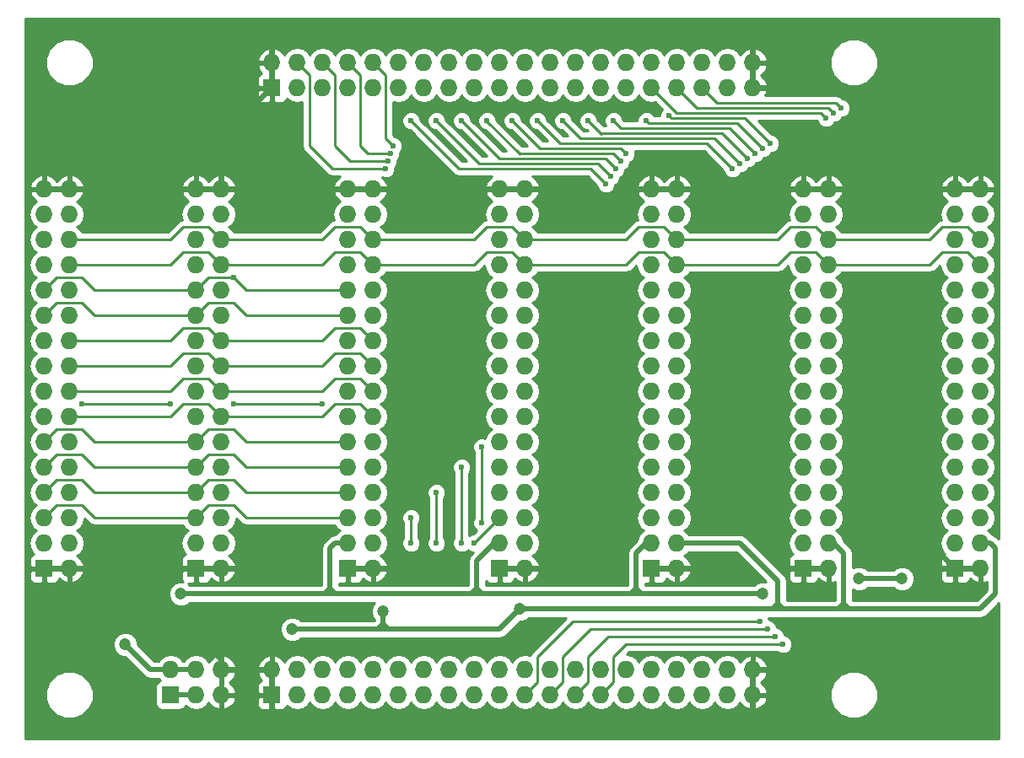
<source format=gbr>
G04 #@! TF.FileFunction,Copper,L2,Bot,Signal*
%FSLAX46Y46*%
G04 Gerber Fmt 4.6, Leading zero omitted, Abs format (unit mm)*
G04 Created by KiCad (PCBNEW (after 2015-mar-04 BZR unknown)-product) date 23.07.2015 21:04:58*
%MOMM*%
G01*
G04 APERTURE LIST*
%ADD10C,0.100000*%
%ADD11R,1.727200X1.727200*%
%ADD12O,1.727200X1.727200*%
%ADD13C,1.200000*%
%ADD14C,0.600000*%
%ADD15C,0.500000*%
%ADD16C,0.250000*%
%ADD17C,0.254000*%
G04 APERTURE END LIST*
D10*
D11*
X66040000Y-121920000D03*
D12*
X66040000Y-119380000D03*
X68580000Y-121920000D03*
X68580000Y-119380000D03*
X71120000Y-121920000D03*
X71120000Y-119380000D03*
X73660000Y-121920000D03*
X73660000Y-119380000D03*
X76200000Y-121920000D03*
X76200000Y-119380000D03*
X78740000Y-121920000D03*
X78740000Y-119380000D03*
X81280000Y-121920000D03*
X81280000Y-119380000D03*
X83820000Y-121920000D03*
X83820000Y-119380000D03*
X86360000Y-121920000D03*
X86360000Y-119380000D03*
X88900000Y-121920000D03*
X88900000Y-119380000D03*
X91440000Y-121920000D03*
X91440000Y-119380000D03*
X93980000Y-121920000D03*
X93980000Y-119380000D03*
X96520000Y-121920000D03*
X96520000Y-119380000D03*
X99060000Y-121920000D03*
X99060000Y-119380000D03*
X101600000Y-121920000D03*
X101600000Y-119380000D03*
X104140000Y-121920000D03*
X104140000Y-119380000D03*
X106680000Y-121920000D03*
X106680000Y-119380000D03*
X109220000Y-121920000D03*
X109220000Y-119380000D03*
X111760000Y-121920000D03*
X111760000Y-119380000D03*
X114300000Y-121920000D03*
X114300000Y-119380000D03*
D11*
X66040000Y-60960000D03*
D12*
X66040000Y-58420000D03*
X68580000Y-60960000D03*
X68580000Y-58420000D03*
X71120000Y-60960000D03*
X71120000Y-58420000D03*
X73660000Y-60960000D03*
X73660000Y-58420000D03*
X76200000Y-60960000D03*
X76200000Y-58420000D03*
X78740000Y-60960000D03*
X78740000Y-58420000D03*
X81280000Y-60960000D03*
X81280000Y-58420000D03*
X83820000Y-60960000D03*
X83820000Y-58420000D03*
X86360000Y-60960000D03*
X86360000Y-58420000D03*
X88900000Y-60960000D03*
X88900000Y-58420000D03*
X91440000Y-60960000D03*
X91440000Y-58420000D03*
X93980000Y-60960000D03*
X93980000Y-58420000D03*
X96520000Y-60960000D03*
X96520000Y-58420000D03*
X99060000Y-60960000D03*
X99060000Y-58420000D03*
X101600000Y-60960000D03*
X101600000Y-58420000D03*
X104140000Y-60960000D03*
X104140000Y-58420000D03*
X106680000Y-60960000D03*
X106680000Y-58420000D03*
X109220000Y-60960000D03*
X109220000Y-58420000D03*
X111760000Y-60960000D03*
X111760000Y-58420000D03*
X114300000Y-60960000D03*
X114300000Y-58420000D03*
D11*
X43180000Y-109220000D03*
D12*
X45720000Y-109220000D03*
X43180000Y-106680000D03*
X45720000Y-106680000D03*
X43180000Y-104140000D03*
X45720000Y-104140000D03*
X43180000Y-101600000D03*
X45720000Y-101600000D03*
X43180000Y-99060000D03*
X45720000Y-99060000D03*
X43180000Y-96520000D03*
X45720000Y-96520000D03*
X43180000Y-93980000D03*
X45720000Y-93980000D03*
X43180000Y-91440000D03*
X45720000Y-91440000D03*
X43180000Y-88900000D03*
X45720000Y-88900000D03*
X43180000Y-86360000D03*
X45720000Y-86360000D03*
X43180000Y-83820000D03*
X45720000Y-83820000D03*
X43180000Y-81280000D03*
X45720000Y-81280000D03*
X43180000Y-78740000D03*
X45720000Y-78740000D03*
X43180000Y-76200000D03*
X45720000Y-76200000D03*
X43180000Y-73660000D03*
X45720000Y-73660000D03*
X43180000Y-71120000D03*
X45720000Y-71120000D03*
D11*
X58420000Y-109220000D03*
D12*
X60960000Y-109220000D03*
X58420000Y-106680000D03*
X60960000Y-106680000D03*
X58420000Y-104140000D03*
X60960000Y-104140000D03*
X58420000Y-101600000D03*
X60960000Y-101600000D03*
X58420000Y-99060000D03*
X60960000Y-99060000D03*
X58420000Y-96520000D03*
X60960000Y-96520000D03*
X58420000Y-93980000D03*
X60960000Y-93980000D03*
X58420000Y-91440000D03*
X60960000Y-91440000D03*
X58420000Y-88900000D03*
X60960000Y-88900000D03*
X58420000Y-86360000D03*
X60960000Y-86360000D03*
X58420000Y-83820000D03*
X60960000Y-83820000D03*
X58420000Y-81280000D03*
X60960000Y-81280000D03*
X58420000Y-78740000D03*
X60960000Y-78740000D03*
X58420000Y-76200000D03*
X60960000Y-76200000D03*
X58420000Y-73660000D03*
X60960000Y-73660000D03*
X58420000Y-71120000D03*
X60960000Y-71120000D03*
D11*
X73660000Y-109220000D03*
D12*
X76200000Y-109220000D03*
X73660000Y-106680000D03*
X76200000Y-106680000D03*
X73660000Y-104140000D03*
X76200000Y-104140000D03*
X73660000Y-101600000D03*
X76200000Y-101600000D03*
X73660000Y-99060000D03*
X76200000Y-99060000D03*
X73660000Y-96520000D03*
X76200000Y-96520000D03*
X73660000Y-93980000D03*
X76200000Y-93980000D03*
X73660000Y-91440000D03*
X76200000Y-91440000D03*
X73660000Y-88900000D03*
X76200000Y-88900000D03*
X73660000Y-86360000D03*
X76200000Y-86360000D03*
X73660000Y-83820000D03*
X76200000Y-83820000D03*
X73660000Y-81280000D03*
X76200000Y-81280000D03*
X73660000Y-78740000D03*
X76200000Y-78740000D03*
X73660000Y-76200000D03*
X76200000Y-76200000D03*
X73660000Y-73660000D03*
X76200000Y-73660000D03*
X73660000Y-71120000D03*
X76200000Y-71120000D03*
D11*
X88900000Y-109220000D03*
D12*
X91440000Y-109220000D03*
X88900000Y-106680000D03*
X91440000Y-106680000D03*
X88900000Y-104140000D03*
X91440000Y-104140000D03*
X88900000Y-101600000D03*
X91440000Y-101600000D03*
X88900000Y-99060000D03*
X91440000Y-99060000D03*
X88900000Y-96520000D03*
X91440000Y-96520000D03*
X88900000Y-93980000D03*
X91440000Y-93980000D03*
X88900000Y-91440000D03*
X91440000Y-91440000D03*
X88900000Y-88900000D03*
X91440000Y-88900000D03*
X88900000Y-86360000D03*
X91440000Y-86360000D03*
X88900000Y-83820000D03*
X91440000Y-83820000D03*
X88900000Y-81280000D03*
X91440000Y-81280000D03*
X88900000Y-78740000D03*
X91440000Y-78740000D03*
X88900000Y-76200000D03*
X91440000Y-76200000D03*
X88900000Y-73660000D03*
X91440000Y-73660000D03*
X88900000Y-71120000D03*
X91440000Y-71120000D03*
D11*
X104140000Y-109220000D03*
D12*
X106680000Y-109220000D03*
X104140000Y-106680000D03*
X106680000Y-106680000D03*
X104140000Y-104140000D03*
X106680000Y-104140000D03*
X104140000Y-101600000D03*
X106680000Y-101600000D03*
X104140000Y-99060000D03*
X106680000Y-99060000D03*
X104140000Y-96520000D03*
X106680000Y-96520000D03*
X104140000Y-93980000D03*
X106680000Y-93980000D03*
X104140000Y-91440000D03*
X106680000Y-91440000D03*
X104140000Y-88900000D03*
X106680000Y-88900000D03*
X104140000Y-86360000D03*
X106680000Y-86360000D03*
X104140000Y-83820000D03*
X106680000Y-83820000D03*
X104140000Y-81280000D03*
X106680000Y-81280000D03*
X104140000Y-78740000D03*
X106680000Y-78740000D03*
X104140000Y-76200000D03*
X106680000Y-76200000D03*
X104140000Y-73660000D03*
X106680000Y-73660000D03*
X104140000Y-71120000D03*
X106680000Y-71120000D03*
D11*
X119380000Y-109220000D03*
D12*
X121920000Y-109220000D03*
X119380000Y-106680000D03*
X121920000Y-106680000D03*
X119380000Y-104140000D03*
X121920000Y-104140000D03*
X119380000Y-101600000D03*
X121920000Y-101600000D03*
X119380000Y-99060000D03*
X121920000Y-99060000D03*
X119380000Y-96520000D03*
X121920000Y-96520000D03*
X119380000Y-93980000D03*
X121920000Y-93980000D03*
X119380000Y-91440000D03*
X121920000Y-91440000D03*
X119380000Y-88900000D03*
X121920000Y-88900000D03*
X119380000Y-86360000D03*
X121920000Y-86360000D03*
X119380000Y-83820000D03*
X121920000Y-83820000D03*
X119380000Y-81280000D03*
X121920000Y-81280000D03*
X119380000Y-78740000D03*
X121920000Y-78740000D03*
X119380000Y-76200000D03*
X121920000Y-76200000D03*
X119380000Y-73660000D03*
X121920000Y-73660000D03*
X119380000Y-71120000D03*
X121920000Y-71120000D03*
D11*
X55880000Y-121920000D03*
D12*
X55880000Y-119380000D03*
X58420000Y-121920000D03*
X58420000Y-119380000D03*
X60960000Y-121920000D03*
X60960000Y-119380000D03*
D11*
X134620000Y-109220000D03*
D12*
X137160000Y-109220000D03*
X134620000Y-106680000D03*
X137160000Y-106680000D03*
X134620000Y-104140000D03*
X137160000Y-104140000D03*
X134620000Y-101600000D03*
X137160000Y-101600000D03*
X134620000Y-99060000D03*
X137160000Y-99060000D03*
X134620000Y-96520000D03*
X137160000Y-96520000D03*
X134620000Y-93980000D03*
X137160000Y-93980000D03*
X134620000Y-91440000D03*
X137160000Y-91440000D03*
X134620000Y-88900000D03*
X137160000Y-88900000D03*
X134620000Y-86360000D03*
X137160000Y-86360000D03*
X134620000Y-83820000D03*
X137160000Y-83820000D03*
X134620000Y-81280000D03*
X137160000Y-81280000D03*
X134620000Y-78740000D03*
X137160000Y-78740000D03*
X134620000Y-76200000D03*
X137160000Y-76200000D03*
X134620000Y-73660000D03*
X137160000Y-73660000D03*
X134620000Y-71120000D03*
X137160000Y-71120000D03*
D13*
X99060000Y-73660000D03*
X99060000Y-81280000D03*
X109728000Y-104140000D03*
X109728000Y-109220000D03*
X110744000Y-81280000D03*
X110744000Y-73660000D03*
X126492000Y-73660000D03*
X126492000Y-81280000D03*
X132080000Y-115824000D03*
X132080000Y-110236000D03*
X82296000Y-73660000D03*
X82296000Y-81280000D03*
X51816000Y-73660000D03*
X51816000Y-106680000D03*
X68072000Y-73660000D03*
X68072000Y-109220000D03*
X115316000Y-111760000D03*
X129286000Y-110236000D03*
X124968000Y-110236000D03*
X56896000Y-111760000D03*
X90932000Y-113284000D03*
X77216000Y-113538000D03*
X68072000Y-115316000D03*
X51308000Y-116840000D03*
D14*
X46990000Y-92710000D03*
X55880000Y-92710000D03*
X62230000Y-92710000D03*
X71120000Y-92710000D03*
X80010000Y-104140000D03*
X80010000Y-106680000D03*
X82550000Y-101600000D03*
X82550000Y-106680000D03*
X85090000Y-99060000D03*
X85090000Y-106680000D03*
X86360000Y-106680000D03*
X87122000Y-97028000D03*
X87122000Y-104648000D03*
X115062000Y-114554000D03*
X115824000Y-115316000D03*
X116586000Y-116078000D03*
X117348000Y-116840000D03*
X77470000Y-69088000D03*
X77724000Y-68326000D03*
X62230000Y-80010000D03*
X77978000Y-67564000D03*
X78232000Y-66802000D03*
X80010000Y-64262000D03*
X99568000Y-70612000D03*
X82550000Y-64262000D03*
X100076000Y-69850000D03*
X100584000Y-69088000D03*
X85090000Y-64262000D03*
X101092000Y-68326000D03*
X87630000Y-64262000D03*
X90170000Y-64262000D03*
X101600000Y-67564000D03*
X112268000Y-69088000D03*
X92710000Y-64262000D03*
X95250000Y-64262000D03*
X113030000Y-68580000D03*
X97790000Y-64262000D03*
X113792000Y-68072000D03*
X100330000Y-64262000D03*
X114554000Y-67564000D03*
X103632000Y-64262000D03*
X115316000Y-67056000D03*
X121666000Y-64008000D03*
X105918000Y-63754000D03*
X116078000Y-66548000D03*
X122428000Y-63500000D03*
X123190000Y-62992000D03*
D15*
X88900000Y-109220000D02*
X91440000Y-109220000D01*
X104140000Y-109220000D02*
X106680000Y-109220000D01*
X104140000Y-71120000D02*
X106680000Y-71120000D01*
X101600000Y-71120000D02*
X104140000Y-71120000D01*
X93980000Y-104140000D02*
X98044000Y-100076000D01*
X92964000Y-109220000D02*
X93980000Y-108204000D01*
X93980000Y-108204000D02*
X93980000Y-104140000D01*
X91440000Y-109220000D02*
X92964000Y-109220000D01*
X99060000Y-99060000D02*
X99060000Y-81280000D01*
X98044000Y-100076000D02*
X99060000Y-99060000D01*
X99060000Y-73660000D02*
X101600000Y-71120000D01*
X96520000Y-71120000D02*
X99060000Y-73660000D01*
X96012000Y-71120000D02*
X96520000Y-71120000D01*
X91440000Y-71120000D02*
X96012000Y-71120000D01*
X88900000Y-71120000D02*
X91440000Y-71120000D01*
X82296000Y-71120000D02*
X88900000Y-71120000D01*
X76200000Y-71120000D02*
X82296000Y-71120000D01*
X73660000Y-71120000D02*
X76200000Y-71120000D01*
X68072000Y-71120000D02*
X73660000Y-71120000D01*
X60960000Y-71120000D02*
X68072000Y-71120000D01*
X58420000Y-71120000D02*
X60960000Y-71120000D01*
X119380000Y-71120000D02*
X121920000Y-71120000D01*
X110744000Y-71120000D02*
X119380000Y-71120000D01*
X106680000Y-71120000D02*
X110744000Y-71120000D01*
X134620000Y-71120000D02*
X137160000Y-71120000D01*
X126492000Y-71120000D02*
X134620000Y-71120000D01*
X121920000Y-71120000D02*
X126492000Y-71120000D01*
X133096000Y-71120000D02*
X134620000Y-71120000D01*
X122936000Y-60960000D02*
X133096000Y-71120000D01*
X114300000Y-60960000D02*
X122936000Y-60960000D01*
X114300000Y-58420000D02*
X114300000Y-60960000D01*
X109728000Y-109220000D02*
X106680000Y-109220000D01*
X110744000Y-71120000D02*
X110744000Y-73660000D01*
X109728000Y-97536000D02*
X109728000Y-102616000D01*
X110744000Y-96520000D02*
X109728000Y-97536000D01*
X110744000Y-81280000D02*
X110744000Y-96520000D01*
X109728000Y-102616000D02*
X109728000Y-104140000D01*
X117856000Y-109220000D02*
X112776000Y-104140000D01*
X112776000Y-104140000D02*
X109728000Y-104140000D01*
X119380000Y-109220000D02*
X117856000Y-109220000D01*
X119380000Y-109220000D02*
X121920000Y-109220000D01*
X137160000Y-109220000D02*
X134620000Y-109220000D01*
X126492000Y-71120000D02*
X126492000Y-73660000D01*
X126492000Y-101092000D02*
X134620000Y-109220000D01*
X126492000Y-81280000D02*
X126492000Y-101092000D01*
X114300000Y-121920000D02*
X114300000Y-119380000D01*
X119888000Y-119380000D02*
X123444000Y-115824000D01*
X123444000Y-115824000D02*
X132080000Y-115824000D01*
X133096000Y-109220000D02*
X134620000Y-109220000D01*
X133096000Y-109220000D02*
X132080000Y-110236000D01*
X114300000Y-119380000D02*
X119888000Y-119380000D01*
X45720000Y-109220000D02*
X43180000Y-109220000D01*
X51816000Y-109220000D02*
X45720000Y-109220000D01*
X54864000Y-109220000D02*
X51816000Y-109220000D01*
X58420000Y-109220000D02*
X54864000Y-109220000D01*
X60960000Y-109220000D02*
X58420000Y-109220000D01*
X51816000Y-71120000D02*
X58420000Y-71120000D01*
X45720000Y-71120000D02*
X51816000Y-71120000D01*
X43180000Y-71120000D02*
X45720000Y-71120000D01*
X76200000Y-109220000D02*
X73660000Y-109220000D01*
X82296000Y-81280000D02*
X82296000Y-93472000D01*
X82296000Y-93472000D02*
X81280000Y-94488000D01*
X81280000Y-94488000D02*
X81280000Y-108204000D01*
X81280000Y-108204000D02*
X80264000Y-109220000D01*
X80264000Y-109220000D02*
X76200000Y-109220000D01*
X82296000Y-71120000D02*
X82296000Y-73660000D01*
X51816000Y-106680000D02*
X51816000Y-109220000D01*
X51816000Y-71120000D02*
X51816000Y-73660000D01*
X68072000Y-109220000D02*
X60960000Y-109220000D01*
X68072000Y-71120000D02*
X68072000Y-73660000D01*
X60960000Y-66040000D02*
X60960000Y-71120000D01*
X66040000Y-60960000D02*
X60960000Y-66040000D01*
X66040000Y-58420000D02*
X66040000Y-60960000D01*
X66040000Y-119380000D02*
X60960000Y-119380000D01*
X66040000Y-121920000D02*
X66040000Y-119380000D01*
X60960000Y-118364000D02*
X54864000Y-112268000D01*
X54864000Y-112268000D02*
X54864000Y-109220000D01*
X60960000Y-119380000D02*
X60960000Y-118364000D01*
X66040000Y-124460000D02*
X114300000Y-124460000D01*
X114300000Y-124460000D02*
X114300000Y-121920000D01*
X66040000Y-121920000D02*
X66040000Y-124460000D01*
X114300000Y-56388000D02*
X66040000Y-56388000D01*
X66040000Y-56388000D02*
X66040000Y-58420000D01*
X114300000Y-58420000D02*
X114300000Y-56388000D01*
X113284000Y-111760000D02*
X115316000Y-111760000D01*
X124968000Y-110236000D02*
X129286000Y-110236000D01*
X102616000Y-111252000D02*
X102108000Y-111760000D01*
X102616000Y-111252000D02*
X103124000Y-111760000D01*
X71882000Y-111252000D02*
X71374000Y-111760000D01*
X71882000Y-111252000D02*
X72390000Y-111760000D01*
X72390000Y-111760000D02*
X72136000Y-111760000D01*
X86614000Y-111252000D02*
X87122000Y-111760000D01*
X86106000Y-111760000D02*
X86614000Y-111252000D01*
X73660000Y-106680000D02*
X72390000Y-106680000D01*
X71882000Y-107188000D02*
X71882000Y-111252000D01*
X71882000Y-111252000D02*
X71882000Y-111760000D01*
X72390000Y-106680000D02*
X71882000Y-107188000D01*
X86614000Y-111760000D02*
X86106000Y-111760000D01*
X86106000Y-111760000D02*
X72136000Y-111760000D01*
X72136000Y-111760000D02*
X71882000Y-111760000D01*
X71882000Y-111760000D02*
X71374000Y-111760000D01*
X71374000Y-111760000D02*
X56896000Y-111760000D01*
X102616000Y-111760000D02*
X102108000Y-111760000D01*
X102108000Y-111760000D02*
X87122000Y-111760000D01*
X87122000Y-111760000D02*
X86614000Y-111760000D01*
X88900000Y-106680000D02*
X88392000Y-106680000D01*
X88392000Y-106680000D02*
X86614000Y-108458000D01*
X86614000Y-108458000D02*
X86614000Y-111252000D01*
X86614000Y-111252000D02*
X86614000Y-111760000D01*
X113284000Y-111760000D02*
X103124000Y-111760000D01*
X102616000Y-107696000D02*
X103632000Y-106680000D01*
X102616000Y-111760000D02*
X102616000Y-111252000D01*
X102616000Y-111252000D02*
X102616000Y-107696000D01*
X103124000Y-111760000D02*
X102616000Y-111760000D01*
X103632000Y-106680000D02*
X104140000Y-106680000D01*
X55880000Y-121920000D02*
X58420000Y-121920000D01*
X116840000Y-111125000D02*
X116840000Y-110490000D01*
X116840000Y-110490000D02*
X113030000Y-106680000D01*
X116840000Y-112776000D02*
X116332000Y-113284000D01*
X116840000Y-112776000D02*
X117348000Y-113284000D01*
X111252000Y-106680000D02*
X113030000Y-106680000D01*
X106680000Y-106680000D02*
X111252000Y-106680000D01*
X116840000Y-111125000D02*
X116840000Y-112776000D01*
X116840000Y-112776000D02*
X116840000Y-113284000D01*
X123444000Y-112776000D02*
X123952000Y-113284000D01*
X123952000Y-113284000D02*
X123698000Y-113284000D01*
X123444000Y-112776000D02*
X122936000Y-113284000D01*
X77216000Y-114808000D02*
X76708000Y-115316000D01*
X77216000Y-114808000D02*
X77724000Y-115316000D01*
X77216000Y-115316000D02*
X77216000Y-114808000D01*
X77216000Y-114808000D02*
X77216000Y-113538000D01*
X93218000Y-113284000D02*
X90932000Y-113284000D01*
X115316000Y-113284000D02*
X116332000Y-113284000D01*
X114808000Y-113284000D02*
X115316000Y-113284000D01*
X114300000Y-113284000D02*
X114808000Y-113284000D01*
X94996000Y-113284000D02*
X114300000Y-113284000D01*
X94996000Y-113284000D02*
X93218000Y-113284000D01*
X77724000Y-115316000D02*
X88900000Y-115316000D01*
X90932000Y-113284000D02*
X88900000Y-115316000D01*
X121920000Y-106680000D02*
X122428000Y-106680000D01*
X122428000Y-106680000D02*
X123444000Y-107696000D01*
X123444000Y-107696000D02*
X123444000Y-112776000D01*
X123444000Y-112776000D02*
X123444000Y-113284000D01*
X68072000Y-115316000D02*
X76708000Y-115316000D01*
X76708000Y-115316000D02*
X77216000Y-115316000D01*
X77216000Y-115316000D02*
X77724000Y-115316000D01*
X138176000Y-106680000D02*
X137160000Y-106680000D01*
X123698000Y-113284000D02*
X137160000Y-113284000D01*
X137160000Y-113284000D02*
X138684000Y-111760000D01*
X138684000Y-111760000D02*
X138684000Y-107188000D01*
X138684000Y-107188000D02*
X138176000Y-106680000D01*
X116332000Y-113284000D02*
X116840000Y-113284000D01*
X116840000Y-113284000D02*
X117348000Y-113284000D01*
X117348000Y-113284000D02*
X122936000Y-113284000D01*
X122936000Y-113284000D02*
X123444000Y-113284000D01*
X123444000Y-113284000D02*
X123698000Y-113284000D01*
X51308000Y-116840000D02*
X53848000Y-119380000D01*
X55880000Y-119380000D02*
X53848000Y-119380000D01*
X58420000Y-119380000D02*
X55880000Y-119380000D01*
D16*
X55880000Y-76200000D02*
X45720000Y-76200000D01*
X57150000Y-74930000D02*
X55880000Y-76200000D01*
X59690000Y-74930000D02*
X57150000Y-74930000D01*
X60960000Y-76200000D02*
X59690000Y-74930000D01*
X135890000Y-74930000D02*
X137160000Y-76200000D01*
X133350000Y-74930000D02*
X135890000Y-74930000D01*
X116840000Y-76200000D02*
X118110000Y-74930000D01*
X118110000Y-74930000D02*
X120650000Y-74930000D01*
X106680000Y-76200000D02*
X116840000Y-76200000D01*
X106680000Y-76200000D02*
X105410000Y-74930000D01*
X120650000Y-74930000D02*
X121920000Y-76200000D01*
X132080000Y-76200000D02*
X133350000Y-74930000D01*
X121920000Y-76200000D02*
X132080000Y-76200000D01*
X102870000Y-74930000D02*
X101600000Y-76200000D01*
X105410000Y-74930000D02*
X102870000Y-74930000D01*
X101600000Y-76200000D02*
X91440000Y-76200000D01*
X90170000Y-74930000D02*
X87630000Y-74930000D01*
X91440000Y-76200000D02*
X90170000Y-74930000D01*
X72390000Y-74930000D02*
X74930000Y-74930000D01*
X86360000Y-76200000D02*
X76200000Y-76200000D01*
X74930000Y-74930000D02*
X76200000Y-76200000D01*
X87630000Y-74930000D02*
X86360000Y-76200000D01*
X71120000Y-76200000D02*
X72390000Y-74930000D01*
X60960000Y-76200000D02*
X71120000Y-76200000D01*
X55880000Y-78740000D02*
X57150000Y-77470000D01*
X57150000Y-77470000D02*
X59690000Y-77470000D01*
X45720000Y-78740000D02*
X55880000Y-78740000D01*
X59690000Y-77470000D02*
X60960000Y-78740000D01*
X135890000Y-77470000D02*
X137160000Y-78740000D01*
X133350000Y-77470000D02*
X135890000Y-77470000D01*
X132080000Y-78740000D02*
X133350000Y-77470000D01*
X116840000Y-78740000D02*
X118110000Y-77470000D01*
X118110000Y-77470000D02*
X120650000Y-77470000D01*
X106680000Y-78740000D02*
X116840000Y-78740000D01*
X106680000Y-78740000D02*
X105410000Y-77470000D01*
X121920000Y-78740000D02*
X132080000Y-78740000D01*
X120650000Y-77470000D02*
X121920000Y-78740000D01*
X101600000Y-78740000D02*
X91440000Y-78740000D01*
X102870000Y-77470000D02*
X101600000Y-78740000D01*
X105410000Y-77470000D02*
X102870000Y-77470000D01*
X90170000Y-77470000D02*
X91440000Y-78740000D01*
X86360000Y-78740000D02*
X87630000Y-77470000D01*
X87630000Y-77470000D02*
X90170000Y-77470000D01*
X76200000Y-78740000D02*
X86360000Y-78740000D01*
X76200000Y-78740000D02*
X74930000Y-77470000D01*
X74930000Y-77470000D02*
X72390000Y-77470000D01*
X71120000Y-78740000D02*
X60960000Y-78740000D01*
X72390000Y-77470000D02*
X71120000Y-78740000D01*
X55880000Y-92710000D02*
X46990000Y-92710000D01*
X71120000Y-92710000D02*
X62230000Y-92710000D01*
X58420000Y-96520000D02*
X59690000Y-95250000D01*
X63500000Y-96520000D02*
X73660000Y-96520000D01*
X62230000Y-95250000D02*
X63500000Y-96520000D01*
X59690000Y-95250000D02*
X62230000Y-95250000D01*
X43180000Y-96520000D02*
X44450000Y-95250000D01*
X48260000Y-96520000D02*
X58420000Y-96520000D01*
X46990000Y-95250000D02*
X48260000Y-96520000D01*
X44450000Y-95250000D02*
X46990000Y-95250000D01*
X58420000Y-99060000D02*
X59690000Y-97790000D01*
X63500000Y-99060000D02*
X73660000Y-99060000D01*
X62230000Y-97790000D02*
X63500000Y-99060000D01*
X59690000Y-97790000D02*
X62230000Y-97790000D01*
X43180000Y-99060000D02*
X44450000Y-97790000D01*
X48260000Y-99060000D02*
X58420000Y-99060000D01*
X46990000Y-97790000D02*
X48260000Y-99060000D01*
X44450000Y-97790000D02*
X46990000Y-97790000D01*
X43180000Y-101600000D02*
X44450000Y-100330000D01*
X44450000Y-100330000D02*
X46990000Y-100330000D01*
X46990000Y-100330000D02*
X48260000Y-101600000D01*
X58420000Y-101600000D02*
X59690000Y-100330000D01*
X59690000Y-100330000D02*
X62230000Y-100330000D01*
X48260000Y-101600000D02*
X58420000Y-101600000D01*
X62230000Y-100330000D02*
X63500000Y-101600000D01*
X63500000Y-101600000D02*
X73660000Y-101600000D01*
X43180000Y-104140000D02*
X44450000Y-102870000D01*
X44450000Y-102870000D02*
X46990000Y-102870000D01*
X46990000Y-102870000D02*
X48260000Y-104140000D01*
X58420000Y-104140000D02*
X59690000Y-102870000D01*
X59690000Y-102870000D02*
X62230000Y-102870000D01*
X48260000Y-104140000D02*
X58420000Y-104140000D01*
X62230000Y-102870000D02*
X63500000Y-104140000D01*
X63500000Y-104140000D02*
X73660000Y-104140000D01*
X80010000Y-106680000D02*
X80010000Y-104140000D01*
X82550000Y-106680000D02*
X82550000Y-101600000D01*
X85090000Y-106680000D02*
X85090000Y-99060000D01*
X88900000Y-104140000D02*
X86360000Y-106680000D01*
X87122000Y-104648000D02*
X87122000Y-97028000D01*
X95504000Y-115316000D02*
X96266000Y-114554000D01*
X96266000Y-114554000D02*
X115062000Y-114554000D01*
X92710000Y-120650000D02*
X92710000Y-118110000D01*
X92710000Y-118110000D02*
X95504000Y-115316000D01*
X91440000Y-121920000D02*
X92710000Y-120650000D01*
X95250000Y-120650000D02*
X95250000Y-118110000D01*
X95250000Y-118110000D02*
X97536000Y-115824000D01*
X93980000Y-121920000D02*
X95250000Y-120650000D01*
X98044000Y-115316000D02*
X115824000Y-115316000D01*
X97536000Y-115824000D02*
X98044000Y-115316000D01*
X97790000Y-120650000D02*
X97790000Y-118110000D01*
X97790000Y-118110000D02*
X99568000Y-116332000D01*
X97790000Y-120650000D02*
X96520000Y-121920000D01*
X99822000Y-116078000D02*
X116586000Y-116078000D01*
X99568000Y-116332000D02*
X99822000Y-116078000D01*
X99060000Y-121920000D02*
X100330000Y-120650000D01*
X101600000Y-116840000D02*
X113792000Y-116840000D01*
X100330000Y-118110000D02*
X101600000Y-116840000D01*
X100330000Y-120650000D02*
X100330000Y-118110000D01*
X113792000Y-116840000D02*
X117348000Y-116840000D01*
X76200000Y-86360000D02*
X74930000Y-85090000D01*
X71120000Y-86360000D02*
X60960000Y-86360000D01*
X72390000Y-85090000D02*
X71120000Y-86360000D01*
X74930000Y-85090000D02*
X72390000Y-85090000D01*
X45720000Y-86360000D02*
X55880000Y-86360000D01*
X59690000Y-85090000D02*
X60960000Y-86360000D01*
X57150000Y-85090000D02*
X59690000Y-85090000D01*
X55880000Y-86360000D02*
X57150000Y-85090000D01*
X68580000Y-58420000D02*
X69850000Y-59690000D01*
X69850000Y-59690000D02*
X69850000Y-66802000D01*
X69850000Y-66802000D02*
X72136000Y-69088000D01*
X72136000Y-69088000D02*
X77470000Y-69088000D01*
X72390000Y-66802000D02*
X73914000Y-68326000D01*
X73914000Y-68326000D02*
X77724000Y-68326000D01*
X72390000Y-59690000D02*
X72390000Y-66802000D01*
X60960000Y-88900000D02*
X71120000Y-88900000D01*
X74930000Y-87630000D02*
X76200000Y-88900000D01*
X72390000Y-87630000D02*
X74930000Y-87630000D01*
X71120000Y-88900000D02*
X72390000Y-87630000D01*
X45720000Y-88900000D02*
X55880000Y-88900000D01*
X59690000Y-87630000D02*
X60960000Y-88900000D01*
X57150000Y-87630000D02*
X59690000Y-87630000D01*
X55880000Y-88900000D02*
X57150000Y-87630000D01*
X71120000Y-58420000D02*
X72390000Y-59690000D01*
X63500000Y-81280000D02*
X73660000Y-81280000D01*
X58420000Y-81280000D02*
X59690000Y-80010000D01*
X43180000Y-81280000D02*
X44450000Y-80010000D01*
X48260000Y-81280000D02*
X58420000Y-81280000D01*
X46990000Y-80010000D02*
X48260000Y-81280000D01*
X44450000Y-80010000D02*
X46990000Y-80010000D01*
X62230000Y-80010000D02*
X63500000Y-81280000D01*
X59690000Y-80010000D02*
X62230000Y-80010000D01*
X60960000Y-91440000D02*
X71120000Y-91440000D01*
X74930000Y-90170000D02*
X76200000Y-91440000D01*
X72390000Y-90170000D02*
X74930000Y-90170000D01*
X71120000Y-91440000D02*
X72390000Y-90170000D01*
X45720000Y-91440000D02*
X55880000Y-91440000D01*
X59690000Y-90170000D02*
X60960000Y-91440000D01*
X57150000Y-90170000D02*
X59690000Y-90170000D01*
X55880000Y-91440000D02*
X57150000Y-90170000D01*
X75692000Y-67564000D02*
X77978000Y-67564000D01*
X74930000Y-66802000D02*
X75692000Y-67564000D01*
X74930000Y-59690000D02*
X74930000Y-66802000D01*
X73660000Y-58420000D02*
X74930000Y-59690000D01*
X58420000Y-83820000D02*
X59690000Y-82550000D01*
X59690000Y-82550000D02*
X62230000Y-82550000D01*
X62230000Y-82550000D02*
X63500000Y-83820000D01*
X63500000Y-83820000D02*
X71628000Y-83820000D01*
X71628000Y-83820000D02*
X73660000Y-83820000D01*
X43180000Y-83820000D02*
X44450000Y-82550000D01*
X48260000Y-83820000D02*
X58420000Y-83820000D01*
X46990000Y-82550000D02*
X48260000Y-83820000D01*
X44450000Y-82550000D02*
X46990000Y-82550000D01*
X77470000Y-66040000D02*
X78232000Y-66802000D01*
X77470000Y-59690000D02*
X77470000Y-66040000D01*
X76200000Y-58420000D02*
X77470000Y-59690000D01*
X60960000Y-93980000D02*
X71120000Y-93980000D01*
X74930000Y-92710000D02*
X76200000Y-93980000D01*
X72390000Y-92710000D02*
X74930000Y-92710000D01*
X71120000Y-93980000D02*
X72390000Y-92710000D01*
X45720000Y-93980000D02*
X55880000Y-93980000D01*
X59690000Y-92710000D02*
X60960000Y-93980000D01*
X57150000Y-92710000D02*
X59690000Y-92710000D01*
X55880000Y-93980000D02*
X57150000Y-92710000D01*
X80010000Y-64262000D02*
X84836000Y-69088000D01*
X94742000Y-69088000D02*
X84836000Y-69088000D01*
X94742000Y-69088000D02*
X98044000Y-69088000D01*
X98044000Y-69088000D02*
X99568000Y-70612000D01*
X82550000Y-64262000D02*
X86868000Y-68580000D01*
X86868000Y-68580000D02*
X87122000Y-68580000D01*
X87122000Y-68580000D02*
X95504000Y-68580000D01*
X95504000Y-68580000D02*
X98806000Y-68580000D01*
X98806000Y-68580000D02*
X100076000Y-69850000D01*
X96266000Y-68072000D02*
X99568000Y-68072000D01*
X99568000Y-68072000D02*
X100584000Y-69088000D01*
X85090000Y-64262000D02*
X88900000Y-68072000D01*
X96266000Y-68072000D02*
X88900000Y-68072000D01*
X97028000Y-67564000D02*
X100330000Y-67564000D01*
X100330000Y-67564000D02*
X101092000Y-68326000D01*
X87630000Y-64262000D02*
X87630000Y-64319998D01*
X87630000Y-64319998D02*
X90874002Y-67564000D01*
X90874002Y-67564000D02*
X90874002Y-67621998D01*
X90874002Y-67621998D02*
X90874002Y-67564000D01*
X97028000Y-67564000D02*
X90874002Y-67564000D01*
X90170000Y-64262000D02*
X92964000Y-67056000D01*
X97790000Y-67056000D02*
X101092000Y-67056000D01*
X101092000Y-67056000D02*
X101600000Y-67564000D01*
X97536000Y-67056000D02*
X97790000Y-67056000D01*
X97536000Y-67056000D02*
X92964000Y-67056000D01*
X95250000Y-66548000D02*
X109728000Y-66548000D01*
X109728000Y-66548000D02*
X112268000Y-69088000D01*
X94996000Y-66548000D02*
X95250000Y-66548000D01*
X92710000Y-64262000D02*
X94996000Y-66548000D01*
X110490000Y-66040000D02*
X113030000Y-68580000D01*
X95250000Y-64262000D02*
X97028000Y-66040000D01*
X97028000Y-66040000D02*
X109728000Y-66040000D01*
X109728000Y-66040000D02*
X110490000Y-66040000D01*
X99117998Y-65589998D02*
X99060000Y-65532000D01*
X97790000Y-64262000D02*
X99117998Y-65589998D01*
X111252000Y-65532000D02*
X113792000Y-68072000D01*
X99060000Y-65532000D02*
X111252000Y-65532000D01*
X112014000Y-65024000D02*
X114554000Y-67564000D01*
X100330000Y-64262000D02*
X101092000Y-65024000D01*
X101092000Y-65024000D02*
X109728000Y-65024000D01*
X109728000Y-65024000D02*
X112014000Y-65024000D01*
X103886000Y-64516000D02*
X103632000Y-64262000D01*
X112776000Y-64516000D02*
X103886000Y-64516000D01*
X115316000Y-67056000D02*
X112776000Y-64516000D01*
X117094000Y-63500000D02*
X117348000Y-63500000D01*
X121666000Y-64008000D02*
X121158000Y-63500000D01*
X121158000Y-63500000D02*
X117348000Y-63500000D01*
X106680000Y-63500000D02*
X117094000Y-63500000D01*
X106680000Y-63500000D02*
X104140000Y-60960000D01*
X106172000Y-64008000D02*
X105918000Y-63754000D01*
X113538000Y-64008000D02*
X106172000Y-64008000D01*
X116078000Y-66548000D02*
X113538000Y-64008000D01*
X117856000Y-62992000D02*
X121920000Y-62992000D01*
X121920000Y-62992000D02*
X122428000Y-63500000D01*
X108712000Y-62992000D02*
X117856000Y-62992000D01*
X106680000Y-60960000D02*
X108712000Y-62992000D01*
X122682000Y-62484000D02*
X118618000Y-62484000D01*
X123190000Y-62992000D02*
X122682000Y-62484000D01*
X110744000Y-62484000D02*
X118618000Y-62484000D01*
X110744000Y-62484000D02*
X109220000Y-60960000D01*
X42545000Y-78740000D02*
X43815000Y-78740000D01*
D17*
G36*
X88125751Y-95250000D02*
X87810971Y-95460330D01*
X87486115Y-95946511D01*
X87445641Y-96149984D01*
X87308799Y-96093162D01*
X86936833Y-96092838D01*
X86593057Y-96234883D01*
X86329808Y-96497673D01*
X86187162Y-96841201D01*
X86186838Y-97213167D01*
X86328883Y-97556943D01*
X86362000Y-97590117D01*
X86362000Y-104085537D01*
X86329808Y-104117673D01*
X86187162Y-104461201D01*
X86186838Y-104833167D01*
X86328883Y-105176943D01*
X86558368Y-105406829D01*
X86220320Y-105744877D01*
X86174833Y-105744838D01*
X85850000Y-105879055D01*
X85850000Y-99622462D01*
X85882192Y-99590327D01*
X86024838Y-99246799D01*
X86025162Y-98874833D01*
X85883117Y-98531057D01*
X85620327Y-98267808D01*
X85276799Y-98125162D01*
X84904833Y-98124838D01*
X84561057Y-98266883D01*
X84297808Y-98529673D01*
X84155162Y-98873201D01*
X84154838Y-99245167D01*
X84296883Y-99588943D01*
X84330000Y-99622117D01*
X84330000Y-106117537D01*
X84297808Y-106149673D01*
X84155162Y-106493201D01*
X84154838Y-106865167D01*
X84296883Y-107208943D01*
X84559673Y-107472192D01*
X84903201Y-107614838D01*
X85275167Y-107615162D01*
X85618943Y-107473117D01*
X85724954Y-107367290D01*
X85829673Y-107472192D01*
X86173201Y-107614838D01*
X86205553Y-107614866D01*
X85988210Y-107832210D01*
X85796367Y-108119325D01*
X85785189Y-108175515D01*
X85728999Y-108458000D01*
X85729000Y-108458005D01*
X85729000Y-110875000D01*
X83485162Y-110875000D01*
X83485162Y-106494833D01*
X83343117Y-106151057D01*
X83310000Y-106117882D01*
X83310000Y-102162462D01*
X83342192Y-102130327D01*
X83484838Y-101786799D01*
X83485162Y-101414833D01*
X83343117Y-101071057D01*
X83080327Y-100807808D01*
X82736799Y-100665162D01*
X82364833Y-100664838D01*
X82021057Y-100806883D01*
X81757808Y-101069673D01*
X81615162Y-101413201D01*
X81614838Y-101785167D01*
X81756883Y-102128943D01*
X81790000Y-102162117D01*
X81790000Y-106117537D01*
X81757808Y-106149673D01*
X81615162Y-106493201D01*
X81614838Y-106865167D01*
X81756883Y-107208943D01*
X82019673Y-107472192D01*
X82363201Y-107614838D01*
X82735167Y-107615162D01*
X83078943Y-107473117D01*
X83342192Y-107210327D01*
X83484838Y-106866799D01*
X83485162Y-106494833D01*
X83485162Y-110875000D01*
X80945162Y-110875000D01*
X80945162Y-106494833D01*
X80803117Y-106151057D01*
X80770000Y-106117882D01*
X80770000Y-104702462D01*
X80802192Y-104670327D01*
X80944838Y-104326799D01*
X80945162Y-103954833D01*
X80803117Y-103611057D01*
X80540327Y-103347808D01*
X80196799Y-103205162D01*
X79824833Y-103204838D01*
X79481057Y-103346883D01*
X79217808Y-103609673D01*
X79075162Y-103953201D01*
X79074838Y-104325167D01*
X79216883Y-104668943D01*
X79250000Y-104702117D01*
X79250000Y-106117537D01*
X79217808Y-106149673D01*
X79075162Y-106493201D01*
X79074838Y-106865167D01*
X79216883Y-107208943D01*
X79479673Y-107472192D01*
X79823201Y-107614838D01*
X80195167Y-107615162D01*
X80538943Y-107473117D01*
X80802192Y-107210327D01*
X80944838Y-106866799D01*
X80945162Y-106494833D01*
X80945162Y-110875000D01*
X77654958Y-110875000D01*
X77654958Y-109579026D01*
X77533817Y-109347000D01*
X76327000Y-109347000D01*
X76327000Y-110554469D01*
X76559027Y-110674968D01*
X77088490Y-110426821D01*
X77482688Y-109994947D01*
X77654958Y-109579026D01*
X77654958Y-110875000D01*
X76073000Y-110875000D01*
X76073000Y-110554469D01*
X76073000Y-109347000D01*
X74999850Y-109347000D01*
X74866183Y-109347000D01*
X73787000Y-109347000D01*
X73787000Y-110559850D01*
X73945750Y-110718600D01*
X74649909Y-110718600D01*
X74883298Y-110621927D01*
X75061927Y-110443299D01*
X75144528Y-110243880D01*
X75311510Y-110426821D01*
X75840973Y-110674968D01*
X76073000Y-110554469D01*
X76073000Y-110875000D01*
X72767000Y-110875000D01*
X72767000Y-110718600D01*
X73374250Y-110718600D01*
X73533000Y-110559850D01*
X73533000Y-109347000D01*
X73513000Y-109347000D01*
X73513000Y-109093000D01*
X73533000Y-109093000D01*
X73533000Y-109073000D01*
X73787000Y-109073000D01*
X73787000Y-109093000D01*
X74866183Y-109093000D01*
X74999850Y-109093000D01*
X76073000Y-109093000D01*
X76073000Y-109073000D01*
X76327000Y-109073000D01*
X76327000Y-109093000D01*
X77533817Y-109093000D01*
X77654958Y-108860974D01*
X77482688Y-108445053D01*
X77088490Y-108013179D01*
X76965771Y-107955663D01*
X77289029Y-107739670D01*
X77613885Y-107253489D01*
X77727959Y-106680000D01*
X77613885Y-106106511D01*
X77289029Y-105620330D01*
X76974248Y-105410000D01*
X77289029Y-105199670D01*
X77613885Y-104713489D01*
X77727959Y-104140000D01*
X77613885Y-103566511D01*
X77289029Y-103080330D01*
X76974248Y-102870000D01*
X77289029Y-102659670D01*
X77613885Y-102173489D01*
X77727959Y-101600000D01*
X77613885Y-101026511D01*
X77289029Y-100540330D01*
X76974248Y-100330000D01*
X77289029Y-100119670D01*
X77613885Y-99633489D01*
X77727959Y-99060000D01*
X77613885Y-98486511D01*
X77289029Y-98000330D01*
X76974248Y-97790000D01*
X77289029Y-97579670D01*
X77613885Y-97093489D01*
X77727959Y-96520000D01*
X77613885Y-95946511D01*
X77289029Y-95460330D01*
X76974248Y-95250000D01*
X77289029Y-95039670D01*
X77613885Y-94553489D01*
X77727959Y-93980000D01*
X77613885Y-93406511D01*
X77289029Y-92920330D01*
X76974248Y-92710000D01*
X77289029Y-92499670D01*
X77613885Y-92013489D01*
X77727959Y-91440000D01*
X77613885Y-90866511D01*
X77289029Y-90380330D01*
X76974248Y-90170000D01*
X77289029Y-89959670D01*
X77613885Y-89473489D01*
X77727959Y-88900000D01*
X77613885Y-88326511D01*
X77289029Y-87840330D01*
X76974248Y-87630000D01*
X77289029Y-87419670D01*
X77613885Y-86933489D01*
X77727959Y-86360000D01*
X77613885Y-85786511D01*
X77289029Y-85300330D01*
X76974248Y-85090000D01*
X77289029Y-84879670D01*
X77613885Y-84393489D01*
X77727959Y-83820000D01*
X77613885Y-83246511D01*
X77289029Y-82760330D01*
X76974248Y-82550000D01*
X77289029Y-82339670D01*
X77613885Y-81853489D01*
X77727959Y-81280000D01*
X77613885Y-80706511D01*
X77289029Y-80220330D01*
X76974248Y-80010000D01*
X77289029Y-79799670D01*
X77489262Y-79500000D01*
X86360000Y-79500000D01*
X86650839Y-79442148D01*
X86897401Y-79277401D01*
X87382453Y-78792348D01*
X87486115Y-79313489D01*
X87810971Y-79799670D01*
X88125751Y-80010000D01*
X87810971Y-80220330D01*
X87486115Y-80706511D01*
X87372041Y-81280000D01*
X87486115Y-81853489D01*
X87810971Y-82339670D01*
X88125751Y-82550000D01*
X87810971Y-82760330D01*
X87486115Y-83246511D01*
X87372041Y-83820000D01*
X87486115Y-84393489D01*
X87810971Y-84879670D01*
X88125751Y-85090000D01*
X87810971Y-85300330D01*
X87486115Y-85786511D01*
X87372041Y-86360000D01*
X87486115Y-86933489D01*
X87810971Y-87419670D01*
X88125751Y-87630000D01*
X87810971Y-87840330D01*
X87486115Y-88326511D01*
X87372041Y-88900000D01*
X87486115Y-89473489D01*
X87810971Y-89959670D01*
X88125751Y-90170000D01*
X87810971Y-90380330D01*
X87486115Y-90866511D01*
X87372041Y-91440000D01*
X87486115Y-92013489D01*
X87810971Y-92499670D01*
X88125751Y-92710000D01*
X87810971Y-92920330D01*
X87486115Y-93406511D01*
X87372041Y-93980000D01*
X87486115Y-94553489D01*
X87810971Y-95039670D01*
X88125751Y-95250000D01*
X88125751Y-95250000D01*
G37*
X88125751Y-95250000D02*
X87810971Y-95460330D01*
X87486115Y-95946511D01*
X87445641Y-96149984D01*
X87308799Y-96093162D01*
X86936833Y-96092838D01*
X86593057Y-96234883D01*
X86329808Y-96497673D01*
X86187162Y-96841201D01*
X86186838Y-97213167D01*
X86328883Y-97556943D01*
X86362000Y-97590117D01*
X86362000Y-104085537D01*
X86329808Y-104117673D01*
X86187162Y-104461201D01*
X86186838Y-104833167D01*
X86328883Y-105176943D01*
X86558368Y-105406829D01*
X86220320Y-105744877D01*
X86174833Y-105744838D01*
X85850000Y-105879055D01*
X85850000Y-99622462D01*
X85882192Y-99590327D01*
X86024838Y-99246799D01*
X86025162Y-98874833D01*
X85883117Y-98531057D01*
X85620327Y-98267808D01*
X85276799Y-98125162D01*
X84904833Y-98124838D01*
X84561057Y-98266883D01*
X84297808Y-98529673D01*
X84155162Y-98873201D01*
X84154838Y-99245167D01*
X84296883Y-99588943D01*
X84330000Y-99622117D01*
X84330000Y-106117537D01*
X84297808Y-106149673D01*
X84155162Y-106493201D01*
X84154838Y-106865167D01*
X84296883Y-107208943D01*
X84559673Y-107472192D01*
X84903201Y-107614838D01*
X85275167Y-107615162D01*
X85618943Y-107473117D01*
X85724954Y-107367290D01*
X85829673Y-107472192D01*
X86173201Y-107614838D01*
X86205553Y-107614866D01*
X85988210Y-107832210D01*
X85796367Y-108119325D01*
X85785189Y-108175515D01*
X85728999Y-108458000D01*
X85729000Y-108458005D01*
X85729000Y-110875000D01*
X83485162Y-110875000D01*
X83485162Y-106494833D01*
X83343117Y-106151057D01*
X83310000Y-106117882D01*
X83310000Y-102162462D01*
X83342192Y-102130327D01*
X83484838Y-101786799D01*
X83485162Y-101414833D01*
X83343117Y-101071057D01*
X83080327Y-100807808D01*
X82736799Y-100665162D01*
X82364833Y-100664838D01*
X82021057Y-100806883D01*
X81757808Y-101069673D01*
X81615162Y-101413201D01*
X81614838Y-101785167D01*
X81756883Y-102128943D01*
X81790000Y-102162117D01*
X81790000Y-106117537D01*
X81757808Y-106149673D01*
X81615162Y-106493201D01*
X81614838Y-106865167D01*
X81756883Y-107208943D01*
X82019673Y-107472192D01*
X82363201Y-107614838D01*
X82735167Y-107615162D01*
X83078943Y-107473117D01*
X83342192Y-107210327D01*
X83484838Y-106866799D01*
X83485162Y-106494833D01*
X83485162Y-110875000D01*
X80945162Y-110875000D01*
X80945162Y-106494833D01*
X80803117Y-106151057D01*
X80770000Y-106117882D01*
X80770000Y-104702462D01*
X80802192Y-104670327D01*
X80944838Y-104326799D01*
X80945162Y-103954833D01*
X80803117Y-103611057D01*
X80540327Y-103347808D01*
X80196799Y-103205162D01*
X79824833Y-103204838D01*
X79481057Y-103346883D01*
X79217808Y-103609673D01*
X79075162Y-103953201D01*
X79074838Y-104325167D01*
X79216883Y-104668943D01*
X79250000Y-104702117D01*
X79250000Y-106117537D01*
X79217808Y-106149673D01*
X79075162Y-106493201D01*
X79074838Y-106865167D01*
X79216883Y-107208943D01*
X79479673Y-107472192D01*
X79823201Y-107614838D01*
X80195167Y-107615162D01*
X80538943Y-107473117D01*
X80802192Y-107210327D01*
X80944838Y-106866799D01*
X80945162Y-106494833D01*
X80945162Y-110875000D01*
X77654958Y-110875000D01*
X77654958Y-109579026D01*
X77533817Y-109347000D01*
X76327000Y-109347000D01*
X76327000Y-110554469D01*
X76559027Y-110674968D01*
X77088490Y-110426821D01*
X77482688Y-109994947D01*
X77654958Y-109579026D01*
X77654958Y-110875000D01*
X76073000Y-110875000D01*
X76073000Y-110554469D01*
X76073000Y-109347000D01*
X74999850Y-109347000D01*
X74866183Y-109347000D01*
X73787000Y-109347000D01*
X73787000Y-110559850D01*
X73945750Y-110718600D01*
X74649909Y-110718600D01*
X74883298Y-110621927D01*
X75061927Y-110443299D01*
X75144528Y-110243880D01*
X75311510Y-110426821D01*
X75840973Y-110674968D01*
X76073000Y-110554469D01*
X76073000Y-110875000D01*
X72767000Y-110875000D01*
X72767000Y-110718600D01*
X73374250Y-110718600D01*
X73533000Y-110559850D01*
X73533000Y-109347000D01*
X73513000Y-109347000D01*
X73513000Y-109093000D01*
X73533000Y-109093000D01*
X73533000Y-109073000D01*
X73787000Y-109073000D01*
X73787000Y-109093000D01*
X74866183Y-109093000D01*
X74999850Y-109093000D01*
X76073000Y-109093000D01*
X76073000Y-109073000D01*
X76327000Y-109073000D01*
X76327000Y-109093000D01*
X77533817Y-109093000D01*
X77654958Y-108860974D01*
X77482688Y-108445053D01*
X77088490Y-108013179D01*
X76965771Y-107955663D01*
X77289029Y-107739670D01*
X77613885Y-107253489D01*
X77727959Y-106680000D01*
X77613885Y-106106511D01*
X77289029Y-105620330D01*
X76974248Y-105410000D01*
X77289029Y-105199670D01*
X77613885Y-104713489D01*
X77727959Y-104140000D01*
X77613885Y-103566511D01*
X77289029Y-103080330D01*
X76974248Y-102870000D01*
X77289029Y-102659670D01*
X77613885Y-102173489D01*
X77727959Y-101600000D01*
X77613885Y-101026511D01*
X77289029Y-100540330D01*
X76974248Y-100330000D01*
X77289029Y-100119670D01*
X77613885Y-99633489D01*
X77727959Y-99060000D01*
X77613885Y-98486511D01*
X77289029Y-98000330D01*
X76974248Y-97790000D01*
X77289029Y-97579670D01*
X77613885Y-97093489D01*
X77727959Y-96520000D01*
X77613885Y-95946511D01*
X77289029Y-95460330D01*
X76974248Y-95250000D01*
X77289029Y-95039670D01*
X77613885Y-94553489D01*
X77727959Y-93980000D01*
X77613885Y-93406511D01*
X77289029Y-92920330D01*
X76974248Y-92710000D01*
X77289029Y-92499670D01*
X77613885Y-92013489D01*
X77727959Y-91440000D01*
X77613885Y-90866511D01*
X77289029Y-90380330D01*
X76974248Y-90170000D01*
X77289029Y-89959670D01*
X77613885Y-89473489D01*
X77727959Y-88900000D01*
X77613885Y-88326511D01*
X77289029Y-87840330D01*
X76974248Y-87630000D01*
X77289029Y-87419670D01*
X77613885Y-86933489D01*
X77727959Y-86360000D01*
X77613885Y-85786511D01*
X77289029Y-85300330D01*
X76974248Y-85090000D01*
X77289029Y-84879670D01*
X77613885Y-84393489D01*
X77727959Y-83820000D01*
X77613885Y-83246511D01*
X77289029Y-82760330D01*
X76974248Y-82550000D01*
X77289029Y-82339670D01*
X77613885Y-81853489D01*
X77727959Y-81280000D01*
X77613885Y-80706511D01*
X77289029Y-80220330D01*
X76974248Y-80010000D01*
X77289029Y-79799670D01*
X77489262Y-79500000D01*
X86360000Y-79500000D01*
X86650839Y-79442148D01*
X86897401Y-79277401D01*
X87382453Y-78792348D01*
X87486115Y-79313489D01*
X87810971Y-79799670D01*
X88125751Y-80010000D01*
X87810971Y-80220330D01*
X87486115Y-80706511D01*
X87372041Y-81280000D01*
X87486115Y-81853489D01*
X87810971Y-82339670D01*
X88125751Y-82550000D01*
X87810971Y-82760330D01*
X87486115Y-83246511D01*
X87372041Y-83820000D01*
X87486115Y-84393489D01*
X87810971Y-84879670D01*
X88125751Y-85090000D01*
X87810971Y-85300330D01*
X87486115Y-85786511D01*
X87372041Y-86360000D01*
X87486115Y-86933489D01*
X87810971Y-87419670D01*
X88125751Y-87630000D01*
X87810971Y-87840330D01*
X87486115Y-88326511D01*
X87372041Y-88900000D01*
X87486115Y-89473489D01*
X87810971Y-89959670D01*
X88125751Y-90170000D01*
X87810971Y-90380330D01*
X87486115Y-90866511D01*
X87372041Y-91440000D01*
X87486115Y-92013489D01*
X87810971Y-92499670D01*
X88125751Y-92710000D01*
X87810971Y-92920330D01*
X87486115Y-93406511D01*
X87372041Y-93980000D01*
X87486115Y-94553489D01*
X87810971Y-95039670D01*
X88125751Y-95250000D01*
G36*
X103365751Y-105410000D02*
X103050971Y-105620330D01*
X102726115Y-106106511D01*
X102669552Y-106390867D01*
X101990210Y-107070210D01*
X101798367Y-107357325D01*
X101787189Y-107413515D01*
X101730999Y-107696000D01*
X101731000Y-107696005D01*
X101731000Y-110875000D01*
X92894958Y-110875000D01*
X92894958Y-109579026D01*
X92773817Y-109347000D01*
X91567000Y-109347000D01*
X91567000Y-110554469D01*
X91799027Y-110674968D01*
X92328490Y-110426821D01*
X92722688Y-109994947D01*
X92894958Y-109579026D01*
X92894958Y-110875000D01*
X91313000Y-110875000D01*
X91313000Y-110554469D01*
X91313000Y-109347000D01*
X90239850Y-109347000D01*
X90106183Y-109347000D01*
X89027000Y-109347000D01*
X89027000Y-110559850D01*
X89185750Y-110718600D01*
X89889909Y-110718600D01*
X90123298Y-110621927D01*
X90301927Y-110443299D01*
X90384528Y-110243880D01*
X90551510Y-110426821D01*
X91080973Y-110674968D01*
X91313000Y-110554469D01*
X91313000Y-110875000D01*
X87499000Y-110875000D01*
X87499000Y-110444225D01*
X87676702Y-110621927D01*
X87910091Y-110718600D01*
X88614250Y-110718600D01*
X88773000Y-110559850D01*
X88773000Y-109347000D01*
X88753000Y-109347000D01*
X88753000Y-109093000D01*
X88773000Y-109093000D01*
X88773000Y-109073000D01*
X89027000Y-109073000D01*
X89027000Y-109093000D01*
X90106183Y-109093000D01*
X90239850Y-109093000D01*
X91313000Y-109093000D01*
X91313000Y-109073000D01*
X91567000Y-109073000D01*
X91567000Y-109093000D01*
X92773817Y-109093000D01*
X92894958Y-108860974D01*
X92722688Y-108445053D01*
X92328490Y-108013179D01*
X92205771Y-107955663D01*
X92529029Y-107739670D01*
X92853885Y-107253489D01*
X92967959Y-106680000D01*
X92853885Y-106106511D01*
X92529029Y-105620330D01*
X92214248Y-105410000D01*
X92529029Y-105199670D01*
X92853885Y-104713489D01*
X92967959Y-104140000D01*
X92853885Y-103566511D01*
X92529029Y-103080330D01*
X92214248Y-102870000D01*
X92529029Y-102659670D01*
X92853885Y-102173489D01*
X92967959Y-101600000D01*
X92853885Y-101026511D01*
X92529029Y-100540330D01*
X92214248Y-100330000D01*
X92529029Y-100119670D01*
X92853885Y-99633489D01*
X92967959Y-99060000D01*
X92853885Y-98486511D01*
X92529029Y-98000330D01*
X92214248Y-97790000D01*
X92529029Y-97579670D01*
X92853885Y-97093489D01*
X92967959Y-96520000D01*
X92853885Y-95946511D01*
X92529029Y-95460330D01*
X92214248Y-95250000D01*
X92529029Y-95039670D01*
X92853885Y-94553489D01*
X92967959Y-93980000D01*
X92853885Y-93406511D01*
X92529029Y-92920330D01*
X92214248Y-92710000D01*
X92529029Y-92499670D01*
X92853885Y-92013489D01*
X92967959Y-91440000D01*
X92853885Y-90866511D01*
X92529029Y-90380330D01*
X92214248Y-90170000D01*
X92529029Y-89959670D01*
X92853885Y-89473489D01*
X92967959Y-88900000D01*
X92853885Y-88326511D01*
X92529029Y-87840330D01*
X92214248Y-87630000D01*
X92529029Y-87419670D01*
X92853885Y-86933489D01*
X92967959Y-86360000D01*
X92853885Y-85786511D01*
X92529029Y-85300330D01*
X92214248Y-85090000D01*
X92529029Y-84879670D01*
X92853885Y-84393489D01*
X92967959Y-83820000D01*
X92853885Y-83246511D01*
X92529029Y-82760330D01*
X92214248Y-82550000D01*
X92529029Y-82339670D01*
X92853885Y-81853489D01*
X92967959Y-81280000D01*
X92853885Y-80706511D01*
X92529029Y-80220330D01*
X92214248Y-80010000D01*
X92529029Y-79799670D01*
X92729262Y-79500000D01*
X101600000Y-79500000D01*
X101890839Y-79442148D01*
X102137401Y-79277401D01*
X102622453Y-78792348D01*
X102726115Y-79313489D01*
X103050971Y-79799670D01*
X103365751Y-80010000D01*
X103050971Y-80220330D01*
X102726115Y-80706511D01*
X102612041Y-81280000D01*
X102726115Y-81853489D01*
X103050971Y-82339670D01*
X103365751Y-82550000D01*
X103050971Y-82760330D01*
X102726115Y-83246511D01*
X102612041Y-83820000D01*
X102726115Y-84393489D01*
X103050971Y-84879670D01*
X103365751Y-85090000D01*
X103050971Y-85300330D01*
X102726115Y-85786511D01*
X102612041Y-86360000D01*
X102726115Y-86933489D01*
X103050971Y-87419670D01*
X103365751Y-87630000D01*
X103050971Y-87840330D01*
X102726115Y-88326511D01*
X102612041Y-88900000D01*
X102726115Y-89473489D01*
X103050971Y-89959670D01*
X103365751Y-90170000D01*
X103050971Y-90380330D01*
X102726115Y-90866511D01*
X102612041Y-91440000D01*
X102726115Y-92013489D01*
X103050971Y-92499670D01*
X103365751Y-92710000D01*
X103050971Y-92920330D01*
X102726115Y-93406511D01*
X102612041Y-93980000D01*
X102726115Y-94553489D01*
X103050971Y-95039670D01*
X103365751Y-95250000D01*
X103050971Y-95460330D01*
X102726115Y-95946511D01*
X102612041Y-96520000D01*
X102726115Y-97093489D01*
X103050971Y-97579670D01*
X103365751Y-97790000D01*
X103050971Y-98000330D01*
X102726115Y-98486511D01*
X102612041Y-99060000D01*
X102726115Y-99633489D01*
X103050971Y-100119670D01*
X103365751Y-100330000D01*
X103050971Y-100540330D01*
X102726115Y-101026511D01*
X102612041Y-101600000D01*
X102726115Y-102173489D01*
X103050971Y-102659670D01*
X103365751Y-102870000D01*
X103050971Y-103080330D01*
X102726115Y-103566511D01*
X102612041Y-104140000D01*
X102726115Y-104713489D01*
X103050971Y-105199670D01*
X103365751Y-105410000D01*
X103365751Y-105410000D01*
G37*
X103365751Y-105410000D02*
X103050971Y-105620330D01*
X102726115Y-106106511D01*
X102669552Y-106390867D01*
X101990210Y-107070210D01*
X101798367Y-107357325D01*
X101787189Y-107413515D01*
X101730999Y-107696000D01*
X101731000Y-107696005D01*
X101731000Y-110875000D01*
X92894958Y-110875000D01*
X92894958Y-109579026D01*
X92773817Y-109347000D01*
X91567000Y-109347000D01*
X91567000Y-110554469D01*
X91799027Y-110674968D01*
X92328490Y-110426821D01*
X92722688Y-109994947D01*
X92894958Y-109579026D01*
X92894958Y-110875000D01*
X91313000Y-110875000D01*
X91313000Y-110554469D01*
X91313000Y-109347000D01*
X90239850Y-109347000D01*
X90106183Y-109347000D01*
X89027000Y-109347000D01*
X89027000Y-110559850D01*
X89185750Y-110718600D01*
X89889909Y-110718600D01*
X90123298Y-110621927D01*
X90301927Y-110443299D01*
X90384528Y-110243880D01*
X90551510Y-110426821D01*
X91080973Y-110674968D01*
X91313000Y-110554469D01*
X91313000Y-110875000D01*
X87499000Y-110875000D01*
X87499000Y-110444225D01*
X87676702Y-110621927D01*
X87910091Y-110718600D01*
X88614250Y-110718600D01*
X88773000Y-110559850D01*
X88773000Y-109347000D01*
X88753000Y-109347000D01*
X88753000Y-109093000D01*
X88773000Y-109093000D01*
X88773000Y-109073000D01*
X89027000Y-109073000D01*
X89027000Y-109093000D01*
X90106183Y-109093000D01*
X90239850Y-109093000D01*
X91313000Y-109093000D01*
X91313000Y-109073000D01*
X91567000Y-109073000D01*
X91567000Y-109093000D01*
X92773817Y-109093000D01*
X92894958Y-108860974D01*
X92722688Y-108445053D01*
X92328490Y-108013179D01*
X92205771Y-107955663D01*
X92529029Y-107739670D01*
X92853885Y-107253489D01*
X92967959Y-106680000D01*
X92853885Y-106106511D01*
X92529029Y-105620330D01*
X92214248Y-105410000D01*
X92529029Y-105199670D01*
X92853885Y-104713489D01*
X92967959Y-104140000D01*
X92853885Y-103566511D01*
X92529029Y-103080330D01*
X92214248Y-102870000D01*
X92529029Y-102659670D01*
X92853885Y-102173489D01*
X92967959Y-101600000D01*
X92853885Y-101026511D01*
X92529029Y-100540330D01*
X92214248Y-100330000D01*
X92529029Y-100119670D01*
X92853885Y-99633489D01*
X92967959Y-99060000D01*
X92853885Y-98486511D01*
X92529029Y-98000330D01*
X92214248Y-97790000D01*
X92529029Y-97579670D01*
X92853885Y-97093489D01*
X92967959Y-96520000D01*
X92853885Y-95946511D01*
X92529029Y-95460330D01*
X92214248Y-95250000D01*
X92529029Y-95039670D01*
X92853885Y-94553489D01*
X92967959Y-93980000D01*
X92853885Y-93406511D01*
X92529029Y-92920330D01*
X92214248Y-92710000D01*
X92529029Y-92499670D01*
X92853885Y-92013489D01*
X92967959Y-91440000D01*
X92853885Y-90866511D01*
X92529029Y-90380330D01*
X92214248Y-90170000D01*
X92529029Y-89959670D01*
X92853885Y-89473489D01*
X92967959Y-88900000D01*
X92853885Y-88326511D01*
X92529029Y-87840330D01*
X92214248Y-87630000D01*
X92529029Y-87419670D01*
X92853885Y-86933489D01*
X92967959Y-86360000D01*
X92853885Y-85786511D01*
X92529029Y-85300330D01*
X92214248Y-85090000D01*
X92529029Y-84879670D01*
X92853885Y-84393489D01*
X92967959Y-83820000D01*
X92853885Y-83246511D01*
X92529029Y-82760330D01*
X92214248Y-82550000D01*
X92529029Y-82339670D01*
X92853885Y-81853489D01*
X92967959Y-81280000D01*
X92853885Y-80706511D01*
X92529029Y-80220330D01*
X92214248Y-80010000D01*
X92529029Y-79799670D01*
X92729262Y-79500000D01*
X101600000Y-79500000D01*
X101890839Y-79442148D01*
X102137401Y-79277401D01*
X102622453Y-78792348D01*
X102726115Y-79313489D01*
X103050971Y-79799670D01*
X103365751Y-80010000D01*
X103050971Y-80220330D01*
X102726115Y-80706511D01*
X102612041Y-81280000D01*
X102726115Y-81853489D01*
X103050971Y-82339670D01*
X103365751Y-82550000D01*
X103050971Y-82760330D01*
X102726115Y-83246511D01*
X102612041Y-83820000D01*
X102726115Y-84393489D01*
X103050971Y-84879670D01*
X103365751Y-85090000D01*
X103050971Y-85300330D01*
X102726115Y-85786511D01*
X102612041Y-86360000D01*
X102726115Y-86933489D01*
X103050971Y-87419670D01*
X103365751Y-87630000D01*
X103050971Y-87840330D01*
X102726115Y-88326511D01*
X102612041Y-88900000D01*
X102726115Y-89473489D01*
X103050971Y-89959670D01*
X103365751Y-90170000D01*
X103050971Y-90380330D01*
X102726115Y-90866511D01*
X102612041Y-91440000D01*
X102726115Y-92013489D01*
X103050971Y-92499670D01*
X103365751Y-92710000D01*
X103050971Y-92920330D01*
X102726115Y-93406511D01*
X102612041Y-93980000D01*
X102726115Y-94553489D01*
X103050971Y-95039670D01*
X103365751Y-95250000D01*
X103050971Y-95460330D01*
X102726115Y-95946511D01*
X102612041Y-96520000D01*
X102726115Y-97093489D01*
X103050971Y-97579670D01*
X103365751Y-97790000D01*
X103050971Y-98000330D01*
X102726115Y-98486511D01*
X102612041Y-99060000D01*
X102726115Y-99633489D01*
X103050971Y-100119670D01*
X103365751Y-100330000D01*
X103050971Y-100540330D01*
X102726115Y-101026511D01*
X102612041Y-101600000D01*
X102726115Y-102173489D01*
X103050971Y-102659670D01*
X103365751Y-102870000D01*
X103050971Y-103080330D01*
X102726115Y-103566511D01*
X102612041Y-104140000D01*
X102726115Y-104713489D01*
X103050971Y-105199670D01*
X103365751Y-105410000D01*
G36*
X115666881Y-110568460D02*
X115562734Y-110525215D01*
X115071421Y-110524786D01*
X114617343Y-110712408D01*
X114454466Y-110875000D01*
X113284000Y-110875000D01*
X108134958Y-110875000D01*
X108134958Y-109579026D01*
X108013817Y-109347000D01*
X106807000Y-109347000D01*
X106807000Y-110554469D01*
X107039027Y-110674968D01*
X107568490Y-110426821D01*
X107962688Y-109994947D01*
X108134958Y-109579026D01*
X108134958Y-110875000D01*
X106553000Y-110875000D01*
X106553000Y-110554469D01*
X106553000Y-109347000D01*
X105479850Y-109347000D01*
X105346183Y-109347000D01*
X104267000Y-109347000D01*
X104267000Y-110559850D01*
X104425750Y-110718600D01*
X105129909Y-110718600D01*
X105363298Y-110621927D01*
X105541927Y-110443299D01*
X105624528Y-110243880D01*
X105791510Y-110426821D01*
X106320973Y-110674968D01*
X106553000Y-110554469D01*
X106553000Y-110875000D01*
X103501000Y-110875000D01*
X103501000Y-110718600D01*
X103854250Y-110718600D01*
X104013000Y-110559850D01*
X104013000Y-109347000D01*
X103993000Y-109347000D01*
X103993000Y-109093000D01*
X104013000Y-109093000D01*
X104013000Y-109073000D01*
X104267000Y-109073000D01*
X104267000Y-109093000D01*
X105346183Y-109093000D01*
X105479850Y-109093000D01*
X106553000Y-109093000D01*
X106553000Y-109073000D01*
X106807000Y-109073000D01*
X106807000Y-109093000D01*
X108013817Y-109093000D01*
X108134958Y-108860974D01*
X107962688Y-108445053D01*
X107568490Y-108013179D01*
X107445771Y-107955663D01*
X107769029Y-107739670D01*
X107885739Y-107565000D01*
X111252000Y-107565000D01*
X112663420Y-107565000D01*
X115666881Y-110568460D01*
X115666881Y-110568460D01*
G37*
X115666881Y-110568460D02*
X115562734Y-110525215D01*
X115071421Y-110524786D01*
X114617343Y-110712408D01*
X114454466Y-110875000D01*
X113284000Y-110875000D01*
X108134958Y-110875000D01*
X108134958Y-109579026D01*
X108013817Y-109347000D01*
X106807000Y-109347000D01*
X106807000Y-110554469D01*
X107039027Y-110674968D01*
X107568490Y-110426821D01*
X107962688Y-109994947D01*
X108134958Y-109579026D01*
X108134958Y-110875000D01*
X106553000Y-110875000D01*
X106553000Y-110554469D01*
X106553000Y-109347000D01*
X105479850Y-109347000D01*
X105346183Y-109347000D01*
X104267000Y-109347000D01*
X104267000Y-110559850D01*
X104425750Y-110718600D01*
X105129909Y-110718600D01*
X105363298Y-110621927D01*
X105541927Y-110443299D01*
X105624528Y-110243880D01*
X105791510Y-110426821D01*
X106320973Y-110674968D01*
X106553000Y-110554469D01*
X106553000Y-110875000D01*
X103501000Y-110875000D01*
X103501000Y-110718600D01*
X103854250Y-110718600D01*
X104013000Y-110559850D01*
X104013000Y-109347000D01*
X103993000Y-109347000D01*
X103993000Y-109093000D01*
X104013000Y-109093000D01*
X104013000Y-109073000D01*
X104267000Y-109073000D01*
X104267000Y-109093000D01*
X105346183Y-109093000D01*
X105479850Y-109093000D01*
X106553000Y-109093000D01*
X106553000Y-109073000D01*
X106807000Y-109073000D01*
X106807000Y-109093000D01*
X108013817Y-109093000D01*
X108134958Y-108860974D01*
X107962688Y-108445053D01*
X107568490Y-108013179D01*
X107445771Y-107955663D01*
X107769029Y-107739670D01*
X107885739Y-107565000D01*
X111252000Y-107565000D01*
X112663420Y-107565000D01*
X115666881Y-110568460D01*
G36*
X122559000Y-112399000D02*
X121793000Y-112399000D01*
X121793000Y-110554469D01*
X121793000Y-109347000D01*
X120719850Y-109347000D01*
X120586183Y-109347000D01*
X119507000Y-109347000D01*
X119507000Y-110559850D01*
X119665750Y-110718600D01*
X120369909Y-110718600D01*
X120603298Y-110621927D01*
X120781927Y-110443299D01*
X120864528Y-110243880D01*
X121031510Y-110426821D01*
X121560973Y-110674968D01*
X121793000Y-110554469D01*
X121793000Y-112399000D01*
X119253000Y-112399000D01*
X119253000Y-110559850D01*
X119253000Y-109347000D01*
X118040150Y-109347000D01*
X117881400Y-109505750D01*
X117881400Y-109957291D01*
X117881400Y-110209910D01*
X117978073Y-110443299D01*
X118156702Y-110621927D01*
X118390091Y-110718600D01*
X119094250Y-110718600D01*
X119253000Y-110559850D01*
X119253000Y-112399000D01*
X117725000Y-112399000D01*
X117725000Y-111125000D01*
X117725000Y-110490005D01*
X117725000Y-110490000D01*
X117725001Y-110490000D01*
X117668810Y-110207515D01*
X117657633Y-110151326D01*
X117657633Y-110151325D01*
X117465790Y-109864211D01*
X117465790Y-109864210D01*
X117465786Y-109864207D01*
X113655790Y-106054210D01*
X113368675Y-105862367D01*
X113312484Y-105851189D01*
X113030000Y-105794999D01*
X113029994Y-105795000D01*
X111252000Y-105795000D01*
X107885739Y-105795000D01*
X107769029Y-105620330D01*
X107454248Y-105410000D01*
X107769029Y-105199670D01*
X108093885Y-104713489D01*
X108207959Y-104140000D01*
X108093885Y-103566511D01*
X107769029Y-103080330D01*
X107454248Y-102870000D01*
X107769029Y-102659670D01*
X108093885Y-102173489D01*
X108207959Y-101600000D01*
X108093885Y-101026511D01*
X107769029Y-100540330D01*
X107454248Y-100330000D01*
X107769029Y-100119670D01*
X108093885Y-99633489D01*
X108207959Y-99060000D01*
X108093885Y-98486511D01*
X107769029Y-98000330D01*
X107454248Y-97790000D01*
X107769029Y-97579670D01*
X108093885Y-97093489D01*
X108207959Y-96520000D01*
X108093885Y-95946511D01*
X107769029Y-95460330D01*
X107454248Y-95250000D01*
X107769029Y-95039670D01*
X108093885Y-94553489D01*
X108207959Y-93980000D01*
X108093885Y-93406511D01*
X107769029Y-92920330D01*
X107454248Y-92710000D01*
X107769029Y-92499670D01*
X108093885Y-92013489D01*
X108207959Y-91440000D01*
X108093885Y-90866511D01*
X107769029Y-90380330D01*
X107454248Y-90170000D01*
X107769029Y-89959670D01*
X108093885Y-89473489D01*
X108207959Y-88900000D01*
X108093885Y-88326511D01*
X107769029Y-87840330D01*
X107454248Y-87630000D01*
X107769029Y-87419670D01*
X108093885Y-86933489D01*
X108207959Y-86360000D01*
X108093885Y-85786511D01*
X107769029Y-85300330D01*
X107454248Y-85090000D01*
X107769029Y-84879670D01*
X108093885Y-84393489D01*
X108207959Y-83820000D01*
X108093885Y-83246511D01*
X107769029Y-82760330D01*
X107454248Y-82550000D01*
X107769029Y-82339670D01*
X108093885Y-81853489D01*
X108207959Y-81280000D01*
X108093885Y-80706511D01*
X107769029Y-80220330D01*
X107454248Y-80010000D01*
X107769029Y-79799670D01*
X107969262Y-79500000D01*
X116840000Y-79500000D01*
X117130839Y-79442148D01*
X117377401Y-79277401D01*
X117862453Y-78792348D01*
X117966115Y-79313489D01*
X118290971Y-79799670D01*
X118605751Y-80010000D01*
X118290971Y-80220330D01*
X117966115Y-80706511D01*
X117852041Y-81280000D01*
X117966115Y-81853489D01*
X118290971Y-82339670D01*
X118605751Y-82550000D01*
X118290971Y-82760330D01*
X117966115Y-83246511D01*
X117852041Y-83820000D01*
X117966115Y-84393489D01*
X118290971Y-84879670D01*
X118605751Y-85090000D01*
X118290971Y-85300330D01*
X117966115Y-85786511D01*
X117852041Y-86360000D01*
X117966115Y-86933489D01*
X118290971Y-87419670D01*
X118605751Y-87630000D01*
X118290971Y-87840330D01*
X117966115Y-88326511D01*
X117852041Y-88900000D01*
X117966115Y-89473489D01*
X118290971Y-89959670D01*
X118605751Y-90170000D01*
X118290971Y-90380330D01*
X117966115Y-90866511D01*
X117852041Y-91440000D01*
X117966115Y-92013489D01*
X118290971Y-92499670D01*
X118605751Y-92710000D01*
X118290971Y-92920330D01*
X117966115Y-93406511D01*
X117852041Y-93980000D01*
X117966115Y-94553489D01*
X118290971Y-95039670D01*
X118605751Y-95250000D01*
X118290971Y-95460330D01*
X117966115Y-95946511D01*
X117852041Y-96520000D01*
X117966115Y-97093489D01*
X118290971Y-97579670D01*
X118605751Y-97790000D01*
X118290971Y-98000330D01*
X117966115Y-98486511D01*
X117852041Y-99060000D01*
X117966115Y-99633489D01*
X118290971Y-100119670D01*
X118605751Y-100330000D01*
X118290971Y-100540330D01*
X117966115Y-101026511D01*
X117852041Y-101600000D01*
X117966115Y-102173489D01*
X118290971Y-102659670D01*
X118605751Y-102870000D01*
X118290971Y-103080330D01*
X117966115Y-103566511D01*
X117852041Y-104140000D01*
X117966115Y-104713489D01*
X118290971Y-105199670D01*
X118605751Y-105410000D01*
X118290971Y-105620330D01*
X117966115Y-106106511D01*
X117852041Y-106680000D01*
X117966115Y-107253489D01*
X118290971Y-107739670D01*
X118312023Y-107753736D01*
X118156702Y-107818073D01*
X117978073Y-107996701D01*
X117881400Y-108230090D01*
X117881400Y-108482709D01*
X117881400Y-108934250D01*
X118040150Y-109093000D01*
X119253000Y-109093000D01*
X119253000Y-109073000D01*
X119507000Y-109073000D01*
X119507000Y-109093000D01*
X120586183Y-109093000D01*
X120719850Y-109093000D01*
X121793000Y-109093000D01*
X121793000Y-109073000D01*
X122047000Y-109073000D01*
X122047000Y-109093000D01*
X122067000Y-109093000D01*
X122067000Y-109347000D01*
X122047000Y-109347000D01*
X122047000Y-110554469D01*
X122279027Y-110674968D01*
X122559000Y-110543751D01*
X122559000Y-112399000D01*
X122559000Y-112399000D01*
G37*
X122559000Y-112399000D02*
X121793000Y-112399000D01*
X121793000Y-110554469D01*
X121793000Y-109347000D01*
X120719850Y-109347000D01*
X120586183Y-109347000D01*
X119507000Y-109347000D01*
X119507000Y-110559850D01*
X119665750Y-110718600D01*
X120369909Y-110718600D01*
X120603298Y-110621927D01*
X120781927Y-110443299D01*
X120864528Y-110243880D01*
X121031510Y-110426821D01*
X121560973Y-110674968D01*
X121793000Y-110554469D01*
X121793000Y-112399000D01*
X119253000Y-112399000D01*
X119253000Y-110559850D01*
X119253000Y-109347000D01*
X118040150Y-109347000D01*
X117881400Y-109505750D01*
X117881400Y-109957291D01*
X117881400Y-110209910D01*
X117978073Y-110443299D01*
X118156702Y-110621927D01*
X118390091Y-110718600D01*
X119094250Y-110718600D01*
X119253000Y-110559850D01*
X119253000Y-112399000D01*
X117725000Y-112399000D01*
X117725000Y-111125000D01*
X117725000Y-110490005D01*
X117725000Y-110490000D01*
X117725001Y-110490000D01*
X117668810Y-110207515D01*
X117657633Y-110151326D01*
X117657633Y-110151325D01*
X117465790Y-109864211D01*
X117465790Y-109864210D01*
X117465786Y-109864207D01*
X113655790Y-106054210D01*
X113368675Y-105862367D01*
X113312484Y-105851189D01*
X113030000Y-105794999D01*
X113029994Y-105795000D01*
X111252000Y-105795000D01*
X107885739Y-105795000D01*
X107769029Y-105620330D01*
X107454248Y-105410000D01*
X107769029Y-105199670D01*
X108093885Y-104713489D01*
X108207959Y-104140000D01*
X108093885Y-103566511D01*
X107769029Y-103080330D01*
X107454248Y-102870000D01*
X107769029Y-102659670D01*
X108093885Y-102173489D01*
X108207959Y-101600000D01*
X108093885Y-101026511D01*
X107769029Y-100540330D01*
X107454248Y-100330000D01*
X107769029Y-100119670D01*
X108093885Y-99633489D01*
X108207959Y-99060000D01*
X108093885Y-98486511D01*
X107769029Y-98000330D01*
X107454248Y-97790000D01*
X107769029Y-97579670D01*
X108093885Y-97093489D01*
X108207959Y-96520000D01*
X108093885Y-95946511D01*
X107769029Y-95460330D01*
X107454248Y-95250000D01*
X107769029Y-95039670D01*
X108093885Y-94553489D01*
X108207959Y-93980000D01*
X108093885Y-93406511D01*
X107769029Y-92920330D01*
X107454248Y-92710000D01*
X107769029Y-92499670D01*
X108093885Y-92013489D01*
X108207959Y-91440000D01*
X108093885Y-90866511D01*
X107769029Y-90380330D01*
X107454248Y-90170000D01*
X107769029Y-89959670D01*
X108093885Y-89473489D01*
X108207959Y-88900000D01*
X108093885Y-88326511D01*
X107769029Y-87840330D01*
X107454248Y-87630000D01*
X107769029Y-87419670D01*
X108093885Y-86933489D01*
X108207959Y-86360000D01*
X108093885Y-85786511D01*
X107769029Y-85300330D01*
X107454248Y-85090000D01*
X107769029Y-84879670D01*
X108093885Y-84393489D01*
X108207959Y-83820000D01*
X108093885Y-83246511D01*
X107769029Y-82760330D01*
X107454248Y-82550000D01*
X107769029Y-82339670D01*
X108093885Y-81853489D01*
X108207959Y-81280000D01*
X108093885Y-80706511D01*
X107769029Y-80220330D01*
X107454248Y-80010000D01*
X107769029Y-79799670D01*
X107969262Y-79500000D01*
X116840000Y-79500000D01*
X117130839Y-79442148D01*
X117377401Y-79277401D01*
X117862453Y-78792348D01*
X117966115Y-79313489D01*
X118290971Y-79799670D01*
X118605751Y-80010000D01*
X118290971Y-80220330D01*
X117966115Y-80706511D01*
X117852041Y-81280000D01*
X117966115Y-81853489D01*
X118290971Y-82339670D01*
X118605751Y-82550000D01*
X118290971Y-82760330D01*
X117966115Y-83246511D01*
X117852041Y-83820000D01*
X117966115Y-84393489D01*
X118290971Y-84879670D01*
X118605751Y-85090000D01*
X118290971Y-85300330D01*
X117966115Y-85786511D01*
X117852041Y-86360000D01*
X117966115Y-86933489D01*
X118290971Y-87419670D01*
X118605751Y-87630000D01*
X118290971Y-87840330D01*
X117966115Y-88326511D01*
X117852041Y-88900000D01*
X117966115Y-89473489D01*
X118290971Y-89959670D01*
X118605751Y-90170000D01*
X118290971Y-90380330D01*
X117966115Y-90866511D01*
X117852041Y-91440000D01*
X117966115Y-92013489D01*
X118290971Y-92499670D01*
X118605751Y-92710000D01*
X118290971Y-92920330D01*
X117966115Y-93406511D01*
X117852041Y-93980000D01*
X117966115Y-94553489D01*
X118290971Y-95039670D01*
X118605751Y-95250000D01*
X118290971Y-95460330D01*
X117966115Y-95946511D01*
X117852041Y-96520000D01*
X117966115Y-97093489D01*
X118290971Y-97579670D01*
X118605751Y-97790000D01*
X118290971Y-98000330D01*
X117966115Y-98486511D01*
X117852041Y-99060000D01*
X117966115Y-99633489D01*
X118290971Y-100119670D01*
X118605751Y-100330000D01*
X118290971Y-100540330D01*
X117966115Y-101026511D01*
X117852041Y-101600000D01*
X117966115Y-102173489D01*
X118290971Y-102659670D01*
X118605751Y-102870000D01*
X118290971Y-103080330D01*
X117966115Y-103566511D01*
X117852041Y-104140000D01*
X117966115Y-104713489D01*
X118290971Y-105199670D01*
X118605751Y-105410000D01*
X118290971Y-105620330D01*
X117966115Y-106106511D01*
X117852041Y-106680000D01*
X117966115Y-107253489D01*
X118290971Y-107739670D01*
X118312023Y-107753736D01*
X118156702Y-107818073D01*
X117978073Y-107996701D01*
X117881400Y-108230090D01*
X117881400Y-108482709D01*
X117881400Y-108934250D01*
X118040150Y-109093000D01*
X119253000Y-109093000D01*
X119253000Y-109073000D01*
X119507000Y-109073000D01*
X119507000Y-109093000D01*
X120586183Y-109093000D01*
X120719850Y-109093000D01*
X121793000Y-109093000D01*
X121793000Y-109073000D01*
X122047000Y-109073000D01*
X122047000Y-109093000D01*
X122067000Y-109093000D01*
X122067000Y-109347000D01*
X122047000Y-109347000D01*
X122047000Y-110554469D01*
X122279027Y-110674968D01*
X122559000Y-110543751D01*
X122559000Y-112399000D01*
G36*
X137799000Y-111393420D02*
X137033000Y-112159420D01*
X137033000Y-110554469D01*
X137033000Y-109347000D01*
X135959850Y-109347000D01*
X135826183Y-109347000D01*
X134747000Y-109347000D01*
X134747000Y-110559850D01*
X134905750Y-110718600D01*
X135609909Y-110718600D01*
X135843298Y-110621927D01*
X136021927Y-110443299D01*
X136104528Y-110243880D01*
X136271510Y-110426821D01*
X136800973Y-110674968D01*
X137033000Y-110554469D01*
X137033000Y-112159420D01*
X136793420Y-112399000D01*
X134493000Y-112399000D01*
X134493000Y-110559850D01*
X134493000Y-109347000D01*
X133280150Y-109347000D01*
X133121400Y-109505750D01*
X133121400Y-109957291D01*
X133121400Y-110209910D01*
X133218073Y-110443299D01*
X133396702Y-110621927D01*
X133630091Y-110718600D01*
X134334250Y-110718600D01*
X134493000Y-110559850D01*
X134493000Y-112399000D01*
X124329000Y-112399000D01*
X124329000Y-111307901D01*
X124721266Y-111470785D01*
X125212579Y-111471214D01*
X125666657Y-111283592D01*
X125829533Y-111121000D01*
X128424425Y-111121000D01*
X128585515Y-111282371D01*
X129039266Y-111470785D01*
X129530579Y-111471214D01*
X129984657Y-111283592D01*
X130332371Y-110936485D01*
X130520785Y-110482734D01*
X130521214Y-109991421D01*
X130333592Y-109537343D01*
X129986485Y-109189629D01*
X129532734Y-109001215D01*
X129041421Y-109000786D01*
X128587343Y-109188408D01*
X128424466Y-109351000D01*
X125829574Y-109351000D01*
X125668485Y-109189629D01*
X125214734Y-109001215D01*
X124723421Y-109000786D01*
X124329000Y-109163758D01*
X124329000Y-107696005D01*
X124329000Y-107696000D01*
X124329001Y-107696000D01*
X124272810Y-107413515D01*
X124261633Y-107357326D01*
X124261633Y-107357325D01*
X124069790Y-107070211D01*
X124069790Y-107070210D01*
X124069786Y-107070207D01*
X123390446Y-106390867D01*
X123333885Y-106106511D01*
X123009029Y-105620330D01*
X122694248Y-105410000D01*
X123009029Y-105199670D01*
X123333885Y-104713489D01*
X123447959Y-104140000D01*
X123333885Y-103566511D01*
X123009029Y-103080330D01*
X122694248Y-102870000D01*
X123009029Y-102659670D01*
X123333885Y-102173489D01*
X123447959Y-101600000D01*
X123333885Y-101026511D01*
X123009029Y-100540330D01*
X122694248Y-100330000D01*
X123009029Y-100119670D01*
X123333885Y-99633489D01*
X123447959Y-99060000D01*
X123333885Y-98486511D01*
X123009029Y-98000330D01*
X122694248Y-97790000D01*
X123009029Y-97579670D01*
X123333885Y-97093489D01*
X123447959Y-96520000D01*
X123333885Y-95946511D01*
X123009029Y-95460330D01*
X122694248Y-95250000D01*
X123009029Y-95039670D01*
X123333885Y-94553489D01*
X123447959Y-93980000D01*
X123333885Y-93406511D01*
X123009029Y-92920330D01*
X122694248Y-92710000D01*
X123009029Y-92499670D01*
X123333885Y-92013489D01*
X123447959Y-91440000D01*
X123333885Y-90866511D01*
X123009029Y-90380330D01*
X122694248Y-90170000D01*
X123009029Y-89959670D01*
X123333885Y-89473489D01*
X123447959Y-88900000D01*
X123333885Y-88326511D01*
X123009029Y-87840330D01*
X122694248Y-87630000D01*
X123009029Y-87419670D01*
X123333885Y-86933489D01*
X123447959Y-86360000D01*
X123333885Y-85786511D01*
X123009029Y-85300330D01*
X122694248Y-85090000D01*
X123009029Y-84879670D01*
X123333885Y-84393489D01*
X123447959Y-83820000D01*
X123333885Y-83246511D01*
X123009029Y-82760330D01*
X122694248Y-82550000D01*
X123009029Y-82339670D01*
X123333885Y-81853489D01*
X123447959Y-81280000D01*
X123333885Y-80706511D01*
X123009029Y-80220330D01*
X122694248Y-80010000D01*
X123009029Y-79799670D01*
X123209262Y-79500000D01*
X132080000Y-79500000D01*
X132370839Y-79442148D01*
X132617401Y-79277401D01*
X133102453Y-78792348D01*
X133206115Y-79313489D01*
X133530971Y-79799670D01*
X133845751Y-80010000D01*
X133530971Y-80220330D01*
X133206115Y-80706511D01*
X133092041Y-81280000D01*
X133206115Y-81853489D01*
X133530971Y-82339670D01*
X133845751Y-82550000D01*
X133530971Y-82760330D01*
X133206115Y-83246511D01*
X133092041Y-83820000D01*
X133206115Y-84393489D01*
X133530971Y-84879670D01*
X133845751Y-85090000D01*
X133530971Y-85300330D01*
X133206115Y-85786511D01*
X133092041Y-86360000D01*
X133206115Y-86933489D01*
X133530971Y-87419670D01*
X133845751Y-87630000D01*
X133530971Y-87840330D01*
X133206115Y-88326511D01*
X133092041Y-88900000D01*
X133206115Y-89473489D01*
X133530971Y-89959670D01*
X133845751Y-90170000D01*
X133530971Y-90380330D01*
X133206115Y-90866511D01*
X133092041Y-91440000D01*
X133206115Y-92013489D01*
X133530971Y-92499670D01*
X133845751Y-92710000D01*
X133530971Y-92920330D01*
X133206115Y-93406511D01*
X133092041Y-93980000D01*
X133206115Y-94553489D01*
X133530971Y-95039670D01*
X133845751Y-95250000D01*
X133530971Y-95460330D01*
X133206115Y-95946511D01*
X133092041Y-96520000D01*
X133206115Y-97093489D01*
X133530971Y-97579670D01*
X133845751Y-97790000D01*
X133530971Y-98000330D01*
X133206115Y-98486511D01*
X133092041Y-99060000D01*
X133206115Y-99633489D01*
X133530971Y-100119670D01*
X133845751Y-100330000D01*
X133530971Y-100540330D01*
X133206115Y-101026511D01*
X133092041Y-101600000D01*
X133206115Y-102173489D01*
X133530971Y-102659670D01*
X133845751Y-102870000D01*
X133530971Y-103080330D01*
X133206115Y-103566511D01*
X133092041Y-104140000D01*
X133206115Y-104713489D01*
X133530971Y-105199670D01*
X133845751Y-105410000D01*
X133530971Y-105620330D01*
X133206115Y-106106511D01*
X133092041Y-106680000D01*
X133206115Y-107253489D01*
X133530971Y-107739670D01*
X133552023Y-107753736D01*
X133396702Y-107818073D01*
X133218073Y-107996701D01*
X133121400Y-108230090D01*
X133121400Y-108482709D01*
X133121400Y-108934250D01*
X133280150Y-109093000D01*
X134493000Y-109093000D01*
X134493000Y-109073000D01*
X134747000Y-109073000D01*
X134747000Y-109093000D01*
X135826183Y-109093000D01*
X135959850Y-109093000D01*
X137033000Y-109093000D01*
X137033000Y-109073000D01*
X137287000Y-109073000D01*
X137287000Y-109093000D01*
X137307000Y-109093000D01*
X137307000Y-109347000D01*
X137287000Y-109347000D01*
X137287000Y-110554469D01*
X137519027Y-110674968D01*
X137799000Y-110543751D01*
X137799000Y-111393420D01*
X137799000Y-111393420D01*
G37*
X137799000Y-111393420D02*
X137033000Y-112159420D01*
X137033000Y-110554469D01*
X137033000Y-109347000D01*
X135959850Y-109347000D01*
X135826183Y-109347000D01*
X134747000Y-109347000D01*
X134747000Y-110559850D01*
X134905750Y-110718600D01*
X135609909Y-110718600D01*
X135843298Y-110621927D01*
X136021927Y-110443299D01*
X136104528Y-110243880D01*
X136271510Y-110426821D01*
X136800973Y-110674968D01*
X137033000Y-110554469D01*
X137033000Y-112159420D01*
X136793420Y-112399000D01*
X134493000Y-112399000D01*
X134493000Y-110559850D01*
X134493000Y-109347000D01*
X133280150Y-109347000D01*
X133121400Y-109505750D01*
X133121400Y-109957291D01*
X133121400Y-110209910D01*
X133218073Y-110443299D01*
X133396702Y-110621927D01*
X133630091Y-110718600D01*
X134334250Y-110718600D01*
X134493000Y-110559850D01*
X134493000Y-112399000D01*
X124329000Y-112399000D01*
X124329000Y-111307901D01*
X124721266Y-111470785D01*
X125212579Y-111471214D01*
X125666657Y-111283592D01*
X125829533Y-111121000D01*
X128424425Y-111121000D01*
X128585515Y-111282371D01*
X129039266Y-111470785D01*
X129530579Y-111471214D01*
X129984657Y-111283592D01*
X130332371Y-110936485D01*
X130520785Y-110482734D01*
X130521214Y-109991421D01*
X130333592Y-109537343D01*
X129986485Y-109189629D01*
X129532734Y-109001215D01*
X129041421Y-109000786D01*
X128587343Y-109188408D01*
X128424466Y-109351000D01*
X125829574Y-109351000D01*
X125668485Y-109189629D01*
X125214734Y-109001215D01*
X124723421Y-109000786D01*
X124329000Y-109163758D01*
X124329000Y-107696005D01*
X124329000Y-107696000D01*
X124329001Y-107696000D01*
X124272810Y-107413515D01*
X124261633Y-107357326D01*
X124261633Y-107357325D01*
X124069790Y-107070211D01*
X124069790Y-107070210D01*
X124069786Y-107070207D01*
X123390446Y-106390867D01*
X123333885Y-106106511D01*
X123009029Y-105620330D01*
X122694248Y-105410000D01*
X123009029Y-105199670D01*
X123333885Y-104713489D01*
X123447959Y-104140000D01*
X123333885Y-103566511D01*
X123009029Y-103080330D01*
X122694248Y-102870000D01*
X123009029Y-102659670D01*
X123333885Y-102173489D01*
X123447959Y-101600000D01*
X123333885Y-101026511D01*
X123009029Y-100540330D01*
X122694248Y-100330000D01*
X123009029Y-100119670D01*
X123333885Y-99633489D01*
X123447959Y-99060000D01*
X123333885Y-98486511D01*
X123009029Y-98000330D01*
X122694248Y-97790000D01*
X123009029Y-97579670D01*
X123333885Y-97093489D01*
X123447959Y-96520000D01*
X123333885Y-95946511D01*
X123009029Y-95460330D01*
X122694248Y-95250000D01*
X123009029Y-95039670D01*
X123333885Y-94553489D01*
X123447959Y-93980000D01*
X123333885Y-93406511D01*
X123009029Y-92920330D01*
X122694248Y-92710000D01*
X123009029Y-92499670D01*
X123333885Y-92013489D01*
X123447959Y-91440000D01*
X123333885Y-90866511D01*
X123009029Y-90380330D01*
X122694248Y-90170000D01*
X123009029Y-89959670D01*
X123333885Y-89473489D01*
X123447959Y-88900000D01*
X123333885Y-88326511D01*
X123009029Y-87840330D01*
X122694248Y-87630000D01*
X123009029Y-87419670D01*
X123333885Y-86933489D01*
X123447959Y-86360000D01*
X123333885Y-85786511D01*
X123009029Y-85300330D01*
X122694248Y-85090000D01*
X123009029Y-84879670D01*
X123333885Y-84393489D01*
X123447959Y-83820000D01*
X123333885Y-83246511D01*
X123009029Y-82760330D01*
X122694248Y-82550000D01*
X123009029Y-82339670D01*
X123333885Y-81853489D01*
X123447959Y-81280000D01*
X123333885Y-80706511D01*
X123009029Y-80220330D01*
X122694248Y-80010000D01*
X123009029Y-79799670D01*
X123209262Y-79500000D01*
X132080000Y-79500000D01*
X132370839Y-79442148D01*
X132617401Y-79277401D01*
X133102453Y-78792348D01*
X133206115Y-79313489D01*
X133530971Y-79799670D01*
X133845751Y-80010000D01*
X133530971Y-80220330D01*
X133206115Y-80706511D01*
X133092041Y-81280000D01*
X133206115Y-81853489D01*
X133530971Y-82339670D01*
X133845751Y-82550000D01*
X133530971Y-82760330D01*
X133206115Y-83246511D01*
X133092041Y-83820000D01*
X133206115Y-84393489D01*
X133530971Y-84879670D01*
X133845751Y-85090000D01*
X133530971Y-85300330D01*
X133206115Y-85786511D01*
X133092041Y-86360000D01*
X133206115Y-86933489D01*
X133530971Y-87419670D01*
X133845751Y-87630000D01*
X133530971Y-87840330D01*
X133206115Y-88326511D01*
X133092041Y-88900000D01*
X133206115Y-89473489D01*
X133530971Y-89959670D01*
X133845751Y-90170000D01*
X133530971Y-90380330D01*
X133206115Y-90866511D01*
X133092041Y-91440000D01*
X133206115Y-92013489D01*
X133530971Y-92499670D01*
X133845751Y-92710000D01*
X133530971Y-92920330D01*
X133206115Y-93406511D01*
X133092041Y-93980000D01*
X133206115Y-94553489D01*
X133530971Y-95039670D01*
X133845751Y-95250000D01*
X133530971Y-95460330D01*
X133206115Y-95946511D01*
X133092041Y-96520000D01*
X133206115Y-97093489D01*
X133530971Y-97579670D01*
X133845751Y-97790000D01*
X133530971Y-98000330D01*
X133206115Y-98486511D01*
X133092041Y-99060000D01*
X133206115Y-99633489D01*
X133530971Y-100119670D01*
X133845751Y-100330000D01*
X133530971Y-100540330D01*
X133206115Y-101026511D01*
X133092041Y-101600000D01*
X133206115Y-102173489D01*
X133530971Y-102659670D01*
X133845751Y-102870000D01*
X133530971Y-103080330D01*
X133206115Y-103566511D01*
X133092041Y-104140000D01*
X133206115Y-104713489D01*
X133530971Y-105199670D01*
X133845751Y-105410000D01*
X133530971Y-105620330D01*
X133206115Y-106106511D01*
X133092041Y-106680000D01*
X133206115Y-107253489D01*
X133530971Y-107739670D01*
X133552023Y-107753736D01*
X133396702Y-107818073D01*
X133218073Y-107996701D01*
X133121400Y-108230090D01*
X133121400Y-108482709D01*
X133121400Y-108934250D01*
X133280150Y-109093000D01*
X134493000Y-109093000D01*
X134493000Y-109073000D01*
X134747000Y-109073000D01*
X134747000Y-109093000D01*
X135826183Y-109093000D01*
X135959850Y-109093000D01*
X137033000Y-109093000D01*
X137033000Y-109073000D01*
X137287000Y-109073000D01*
X137287000Y-109093000D01*
X137307000Y-109093000D01*
X137307000Y-109347000D01*
X137287000Y-109347000D01*
X137287000Y-110554469D01*
X137519027Y-110674968D01*
X137799000Y-110543751D01*
X137799000Y-111393420D01*
G36*
X139015000Y-126315000D02*
X126845413Y-126315000D01*
X126845413Y-121447675D01*
X126483084Y-120570771D01*
X125812758Y-119899274D01*
X124936487Y-119535415D01*
X123987675Y-119534587D01*
X123110771Y-119896916D01*
X122439274Y-120567242D01*
X122075415Y-121443513D01*
X122074587Y-122392325D01*
X122436916Y-123269229D01*
X123107242Y-123940726D01*
X123983513Y-124304585D01*
X124932325Y-124305413D01*
X125809229Y-123943084D01*
X126480726Y-123272758D01*
X126844585Y-122396487D01*
X126845413Y-121447675D01*
X126845413Y-126315000D01*
X115754968Y-126315000D01*
X115754968Y-122279027D01*
X115754968Y-121560973D01*
X115506821Y-121031510D01*
X115088847Y-120650000D01*
X115506821Y-120268490D01*
X115754968Y-119739027D01*
X115754968Y-119020973D01*
X115506821Y-118491510D01*
X115074947Y-118097312D01*
X114659026Y-117925042D01*
X114427000Y-118046183D01*
X114427000Y-119253000D01*
X115634469Y-119253000D01*
X115754968Y-119020973D01*
X115754968Y-119739027D01*
X115634469Y-119507000D01*
X114427000Y-119507000D01*
X114427000Y-120586183D01*
X114427000Y-120713817D01*
X114427000Y-121793000D01*
X115634469Y-121793000D01*
X115754968Y-121560973D01*
X115754968Y-122279027D01*
X115634469Y-122047000D01*
X114427000Y-122047000D01*
X114427000Y-123253817D01*
X114659026Y-123374958D01*
X115074947Y-123202688D01*
X115506821Y-122808490D01*
X115754968Y-122279027D01*
X115754968Y-126315000D01*
X65913000Y-126315000D01*
X65913000Y-123259850D01*
X65913000Y-122047000D01*
X65913000Y-121793000D01*
X65913000Y-120713817D01*
X65913000Y-120580150D01*
X65913000Y-119507000D01*
X65913000Y-119253000D01*
X65913000Y-118046183D01*
X65680974Y-117925042D01*
X65265053Y-118097312D01*
X64833179Y-118491510D01*
X64585032Y-119020973D01*
X64705531Y-119253000D01*
X65913000Y-119253000D01*
X65913000Y-119507000D01*
X64705531Y-119507000D01*
X64585032Y-119739027D01*
X64833179Y-120268490D01*
X65016119Y-120435471D01*
X64816701Y-120518073D01*
X64638073Y-120696702D01*
X64541400Y-120930091D01*
X64541400Y-121634250D01*
X64700150Y-121793000D01*
X65913000Y-121793000D01*
X65913000Y-122047000D01*
X64700150Y-122047000D01*
X64541400Y-122205750D01*
X64541400Y-122909909D01*
X64638073Y-123143298D01*
X64816701Y-123321927D01*
X65050090Y-123418600D01*
X65302709Y-123418600D01*
X65754250Y-123418600D01*
X65913000Y-123259850D01*
X65913000Y-126315000D01*
X62414968Y-126315000D01*
X62414968Y-122279027D01*
X62414968Y-121560973D01*
X62166821Y-121031510D01*
X61748847Y-120650000D01*
X62166821Y-120268490D01*
X62414968Y-119739027D01*
X62414968Y-119020973D01*
X62166821Y-118491510D01*
X61734947Y-118097312D01*
X61319026Y-117925042D01*
X61087000Y-118046183D01*
X61087000Y-119253000D01*
X62294469Y-119253000D01*
X62414968Y-119020973D01*
X62414968Y-119739027D01*
X62294469Y-119507000D01*
X61087000Y-119507000D01*
X61087000Y-120586183D01*
X61087000Y-120713817D01*
X61087000Y-121793000D01*
X62294469Y-121793000D01*
X62414968Y-121560973D01*
X62414968Y-122279027D01*
X62294469Y-122047000D01*
X61087000Y-122047000D01*
X61087000Y-123253817D01*
X61319026Y-123374958D01*
X61734947Y-123202688D01*
X62166821Y-122808490D01*
X62414968Y-122279027D01*
X62414968Y-126315000D01*
X60833000Y-126315000D01*
X60833000Y-123253817D01*
X60833000Y-122047000D01*
X60813000Y-122047000D01*
X60813000Y-121793000D01*
X60833000Y-121793000D01*
X60833000Y-120713817D01*
X60833000Y-120586183D01*
X60833000Y-119507000D01*
X60813000Y-119507000D01*
X60813000Y-119253000D01*
X60833000Y-119253000D01*
X60833000Y-118046183D01*
X60600974Y-117925042D01*
X60185053Y-118097312D01*
X59753179Y-118491510D01*
X59695663Y-118614228D01*
X59479670Y-118290971D01*
X58993489Y-117966115D01*
X58420000Y-117852041D01*
X57846511Y-117966115D01*
X57360330Y-118290971D01*
X57224002Y-118495000D01*
X57075997Y-118495000D01*
X56939670Y-118290971D01*
X56453489Y-117966115D01*
X55880000Y-117852041D01*
X55306511Y-117966115D01*
X54820330Y-118290971D01*
X54684002Y-118495000D01*
X54214579Y-118495000D01*
X52543014Y-116823435D01*
X52543214Y-116595421D01*
X52355592Y-116141343D01*
X52008485Y-115793629D01*
X51554734Y-115605215D01*
X51063421Y-115604786D01*
X50609343Y-115792408D01*
X50261629Y-116139515D01*
X50073215Y-116593266D01*
X50072786Y-117084579D01*
X50260408Y-117538657D01*
X50607515Y-117886371D01*
X51061266Y-118074785D01*
X51291406Y-118074985D01*
X53222207Y-120005786D01*
X53222210Y-120005790D01*
X53509325Y-120197633D01*
X53848000Y-120265000D01*
X54684002Y-120265000D01*
X54807300Y-120449529D01*
X54774277Y-120455937D01*
X54561473Y-120595727D01*
X54419023Y-120806760D01*
X54368960Y-121056400D01*
X54368960Y-122783600D01*
X54415937Y-123025723D01*
X54555727Y-123238527D01*
X54766760Y-123380977D01*
X55016400Y-123431040D01*
X56743600Y-123431040D01*
X56985723Y-123384063D01*
X57198527Y-123244273D01*
X57340977Y-123033240D01*
X57349179Y-122992340D01*
X57360330Y-123009029D01*
X57846511Y-123333885D01*
X58420000Y-123447959D01*
X58993489Y-123333885D01*
X59479670Y-123009029D01*
X59695663Y-122685771D01*
X59753179Y-122808490D01*
X60185053Y-123202688D01*
X60600974Y-123374958D01*
X60833000Y-123253817D01*
X60833000Y-126315000D01*
X48105413Y-126315000D01*
X48105413Y-121447675D01*
X47743084Y-120570771D01*
X47174958Y-120001652D01*
X47174958Y-109579026D01*
X47053817Y-109347000D01*
X45847000Y-109347000D01*
X45847000Y-110554469D01*
X46079027Y-110674968D01*
X46608490Y-110426821D01*
X47002688Y-109994947D01*
X47174958Y-109579026D01*
X47174958Y-120001652D01*
X47072758Y-119899274D01*
X46196487Y-119535415D01*
X45593000Y-119534888D01*
X45593000Y-110554469D01*
X45593000Y-109347000D01*
X44519850Y-109347000D01*
X44386183Y-109347000D01*
X43307000Y-109347000D01*
X43307000Y-110559850D01*
X43465750Y-110718600D01*
X44169909Y-110718600D01*
X44403298Y-110621927D01*
X44581927Y-110443299D01*
X44664528Y-110243880D01*
X44831510Y-110426821D01*
X45360973Y-110674968D01*
X45593000Y-110554469D01*
X45593000Y-119534888D01*
X45247675Y-119534587D01*
X44370771Y-119896916D01*
X43699274Y-120567242D01*
X43335415Y-121443513D01*
X43334587Y-122392325D01*
X43696916Y-123269229D01*
X44367242Y-123940726D01*
X45243513Y-124304585D01*
X46192325Y-124305413D01*
X47069229Y-123943084D01*
X47740726Y-123272758D01*
X48104585Y-122396487D01*
X48105413Y-121447675D01*
X48105413Y-126315000D01*
X43053000Y-126315000D01*
X43053000Y-110559850D01*
X43053000Y-109347000D01*
X41840150Y-109347000D01*
X41681400Y-109505750D01*
X41681400Y-109957291D01*
X41681400Y-110209910D01*
X41778073Y-110443299D01*
X41956702Y-110621927D01*
X42190091Y-110718600D01*
X42894250Y-110718600D01*
X43053000Y-110559850D01*
X43053000Y-126315000D01*
X41325000Y-126315000D01*
X41325000Y-54025000D01*
X139015000Y-54025000D01*
X139015000Y-106267420D01*
X138801790Y-106054210D01*
X138514675Y-105862367D01*
X138458484Y-105851189D01*
X138394823Y-105838526D01*
X138249029Y-105620330D01*
X137934248Y-105410000D01*
X138249029Y-105199670D01*
X138573885Y-104713489D01*
X138687959Y-104140000D01*
X138573885Y-103566511D01*
X138249029Y-103080330D01*
X137934248Y-102870000D01*
X138249029Y-102659670D01*
X138573885Y-102173489D01*
X138687959Y-101600000D01*
X138573885Y-101026511D01*
X138249029Y-100540330D01*
X137934248Y-100330000D01*
X138249029Y-100119670D01*
X138573885Y-99633489D01*
X138687959Y-99060000D01*
X138573885Y-98486511D01*
X138249029Y-98000330D01*
X137934248Y-97790000D01*
X138249029Y-97579670D01*
X138573885Y-97093489D01*
X138687959Y-96520000D01*
X138573885Y-95946511D01*
X138249029Y-95460330D01*
X137934248Y-95250000D01*
X138249029Y-95039670D01*
X138573885Y-94553489D01*
X138687959Y-93980000D01*
X138573885Y-93406511D01*
X138249029Y-92920330D01*
X137934248Y-92710000D01*
X138249029Y-92499670D01*
X138573885Y-92013489D01*
X138687959Y-91440000D01*
X138573885Y-90866511D01*
X138249029Y-90380330D01*
X137934248Y-90170000D01*
X138249029Y-89959670D01*
X138573885Y-89473489D01*
X138687959Y-88900000D01*
X138573885Y-88326511D01*
X138249029Y-87840330D01*
X137934248Y-87630000D01*
X138249029Y-87419670D01*
X138573885Y-86933489D01*
X138687959Y-86360000D01*
X138573885Y-85786511D01*
X138249029Y-85300330D01*
X137934248Y-85090000D01*
X138249029Y-84879670D01*
X138573885Y-84393489D01*
X138687959Y-83820000D01*
X138573885Y-83246511D01*
X138249029Y-82760330D01*
X137934248Y-82550000D01*
X138249029Y-82339670D01*
X138573885Y-81853489D01*
X138687959Y-81280000D01*
X138573885Y-80706511D01*
X138249029Y-80220330D01*
X137934248Y-80010000D01*
X138249029Y-79799670D01*
X138573885Y-79313489D01*
X138687959Y-78740000D01*
X138573885Y-78166511D01*
X138249029Y-77680330D01*
X137934248Y-77470000D01*
X138249029Y-77259670D01*
X138573885Y-76773489D01*
X138687959Y-76200000D01*
X138573885Y-75626511D01*
X138249029Y-75140330D01*
X137934248Y-74930000D01*
X138249029Y-74719670D01*
X138573885Y-74233489D01*
X138687959Y-73660000D01*
X138573885Y-73086511D01*
X138249029Y-72600330D01*
X137925771Y-72384336D01*
X138048490Y-72326821D01*
X138442688Y-71894947D01*
X138614958Y-71479026D01*
X138614958Y-70760974D01*
X138442688Y-70345053D01*
X138048490Y-69913179D01*
X137519027Y-69665032D01*
X137287000Y-69785531D01*
X137287000Y-70993000D01*
X138493817Y-70993000D01*
X138614958Y-70760974D01*
X138614958Y-71479026D01*
X138493817Y-71247000D01*
X137287000Y-71247000D01*
X137287000Y-71267000D01*
X137033000Y-71267000D01*
X137033000Y-71247000D01*
X137033000Y-70993000D01*
X137033000Y-69785531D01*
X136800973Y-69665032D01*
X136271510Y-69913179D01*
X135890000Y-70331152D01*
X135508490Y-69913179D01*
X134979027Y-69665032D01*
X134747000Y-69785531D01*
X134747000Y-70993000D01*
X135826183Y-70993000D01*
X135953817Y-70993000D01*
X137033000Y-70993000D01*
X137033000Y-71247000D01*
X135953817Y-71247000D01*
X135826183Y-71247000D01*
X134747000Y-71247000D01*
X134747000Y-71267000D01*
X134493000Y-71267000D01*
X134493000Y-71247000D01*
X134493000Y-70993000D01*
X134493000Y-69785531D01*
X134260973Y-69665032D01*
X133731510Y-69913179D01*
X133337312Y-70345053D01*
X133165042Y-70760974D01*
X133286183Y-70993000D01*
X134493000Y-70993000D01*
X134493000Y-71247000D01*
X133286183Y-71247000D01*
X133165042Y-71479026D01*
X133337312Y-71894947D01*
X133731510Y-72326821D01*
X133854228Y-72384336D01*
X133530971Y-72600330D01*
X133206115Y-73086511D01*
X133092041Y-73660000D01*
X133199443Y-74199947D01*
X133059160Y-74227852D01*
X132812599Y-74392599D01*
X131765198Y-75440000D01*
X126845413Y-75440000D01*
X126845413Y-57947675D01*
X126483084Y-57070771D01*
X125812758Y-56399274D01*
X124936487Y-56035415D01*
X123987675Y-56034587D01*
X123110771Y-56396916D01*
X122439274Y-57067242D01*
X122075415Y-57943513D01*
X122074587Y-58892325D01*
X122436916Y-59769229D01*
X123107242Y-60440726D01*
X123983513Y-60804585D01*
X124932325Y-60805413D01*
X125809229Y-60443084D01*
X126480726Y-59772758D01*
X126844585Y-58896487D01*
X126845413Y-57947675D01*
X126845413Y-75440000D01*
X124125162Y-75440000D01*
X124125162Y-62806833D01*
X123983117Y-62463057D01*
X123720327Y-62199808D01*
X123376799Y-62057162D01*
X123329923Y-62057121D01*
X123219401Y-61946599D01*
X122972839Y-61781852D01*
X122682000Y-61724000D01*
X118618000Y-61724000D01*
X115565166Y-61724000D01*
X115754968Y-61319027D01*
X115754968Y-60600973D01*
X115506821Y-60071510D01*
X115088847Y-59690000D01*
X115506821Y-59308490D01*
X115754968Y-58779027D01*
X115754968Y-58060973D01*
X115506821Y-57531510D01*
X115074947Y-57137312D01*
X114659026Y-56965042D01*
X114427000Y-57086183D01*
X114427000Y-58293000D01*
X115634469Y-58293000D01*
X115754968Y-58060973D01*
X115754968Y-58779027D01*
X115634469Y-58547000D01*
X114427000Y-58547000D01*
X114427000Y-59626183D01*
X114427000Y-59753817D01*
X114427000Y-60833000D01*
X115634469Y-60833000D01*
X115754968Y-60600973D01*
X115754968Y-61319027D01*
X115634469Y-61087000D01*
X114427000Y-61087000D01*
X114427000Y-61107000D01*
X114173000Y-61107000D01*
X114173000Y-61087000D01*
X114153000Y-61087000D01*
X114153000Y-60833000D01*
X114173000Y-60833000D01*
X114173000Y-59753817D01*
X114173000Y-59626183D01*
X114173000Y-58547000D01*
X114153000Y-58547000D01*
X114153000Y-58293000D01*
X114173000Y-58293000D01*
X114173000Y-57086183D01*
X113940974Y-56965042D01*
X113525053Y-57137312D01*
X113093179Y-57531510D01*
X113035663Y-57654228D01*
X112819670Y-57330971D01*
X112333489Y-57006115D01*
X111760000Y-56892041D01*
X111186511Y-57006115D01*
X110700330Y-57330971D01*
X110490000Y-57645751D01*
X110279670Y-57330971D01*
X109793489Y-57006115D01*
X109220000Y-56892041D01*
X108646511Y-57006115D01*
X108160330Y-57330971D01*
X107950000Y-57645751D01*
X107739670Y-57330971D01*
X107253489Y-57006115D01*
X106680000Y-56892041D01*
X106106511Y-57006115D01*
X105620330Y-57330971D01*
X105410000Y-57645751D01*
X105199670Y-57330971D01*
X104713489Y-57006115D01*
X104140000Y-56892041D01*
X103566511Y-57006115D01*
X103080330Y-57330971D01*
X102870000Y-57645751D01*
X102659670Y-57330971D01*
X102173489Y-57006115D01*
X101600000Y-56892041D01*
X101026511Y-57006115D01*
X100540330Y-57330971D01*
X100330000Y-57645751D01*
X100119670Y-57330971D01*
X99633489Y-57006115D01*
X99060000Y-56892041D01*
X98486511Y-57006115D01*
X98000330Y-57330971D01*
X97790000Y-57645751D01*
X97579670Y-57330971D01*
X97093489Y-57006115D01*
X96520000Y-56892041D01*
X95946511Y-57006115D01*
X95460330Y-57330971D01*
X95250000Y-57645751D01*
X95039670Y-57330971D01*
X94553489Y-57006115D01*
X93980000Y-56892041D01*
X93406511Y-57006115D01*
X92920330Y-57330971D01*
X92710000Y-57645751D01*
X92499670Y-57330971D01*
X92013489Y-57006115D01*
X91440000Y-56892041D01*
X90866511Y-57006115D01*
X90380330Y-57330971D01*
X90170000Y-57645751D01*
X89959670Y-57330971D01*
X89473489Y-57006115D01*
X88900000Y-56892041D01*
X88326511Y-57006115D01*
X87840330Y-57330971D01*
X87630000Y-57645751D01*
X87419670Y-57330971D01*
X86933489Y-57006115D01*
X86360000Y-56892041D01*
X85786511Y-57006115D01*
X85300330Y-57330971D01*
X85090000Y-57645751D01*
X84879670Y-57330971D01*
X84393489Y-57006115D01*
X83820000Y-56892041D01*
X83246511Y-57006115D01*
X82760330Y-57330971D01*
X82550000Y-57645751D01*
X82339670Y-57330971D01*
X81853489Y-57006115D01*
X81280000Y-56892041D01*
X80706511Y-57006115D01*
X80220330Y-57330971D01*
X80010000Y-57645751D01*
X79799670Y-57330971D01*
X79313489Y-57006115D01*
X78740000Y-56892041D01*
X78166511Y-57006115D01*
X77680330Y-57330971D01*
X77470000Y-57645751D01*
X77259670Y-57330971D01*
X76773489Y-57006115D01*
X76200000Y-56892041D01*
X75626511Y-57006115D01*
X75140330Y-57330971D01*
X74930000Y-57645751D01*
X74719670Y-57330971D01*
X74233489Y-57006115D01*
X73660000Y-56892041D01*
X73086511Y-57006115D01*
X72600330Y-57330971D01*
X72390000Y-57645751D01*
X72179670Y-57330971D01*
X71693489Y-57006115D01*
X71120000Y-56892041D01*
X70546511Y-57006115D01*
X70060330Y-57330971D01*
X69850000Y-57645751D01*
X69639670Y-57330971D01*
X69153489Y-57006115D01*
X68580000Y-56892041D01*
X68006511Y-57006115D01*
X67520330Y-57330971D01*
X67304336Y-57654228D01*
X67246821Y-57531510D01*
X66814947Y-57137312D01*
X66399026Y-56965042D01*
X66167000Y-57086183D01*
X66167000Y-58293000D01*
X66187000Y-58293000D01*
X66187000Y-58547000D01*
X66167000Y-58547000D01*
X66167000Y-59620150D01*
X66167000Y-59753817D01*
X66167000Y-60833000D01*
X66187000Y-60833000D01*
X66187000Y-61087000D01*
X66167000Y-61087000D01*
X66167000Y-62299850D01*
X66325750Y-62458600D01*
X66777291Y-62458600D01*
X67029910Y-62458600D01*
X67263299Y-62361927D01*
X67441927Y-62183298D01*
X67506263Y-62027976D01*
X67520330Y-62049029D01*
X68006511Y-62373885D01*
X68580000Y-62487959D01*
X69090000Y-62386513D01*
X69090000Y-66802000D01*
X69147852Y-67092839D01*
X69312599Y-67339401D01*
X71598599Y-69625401D01*
X71845160Y-69790148D01*
X71845161Y-69790148D01*
X72136000Y-69848000D01*
X72910580Y-69848000D01*
X72771510Y-69913179D01*
X72377312Y-70345053D01*
X72205042Y-70760974D01*
X72326183Y-70993000D01*
X73533000Y-70993000D01*
X73533000Y-70973000D01*
X73787000Y-70973000D01*
X73787000Y-70993000D01*
X74866183Y-70993000D01*
X74993817Y-70993000D01*
X76073000Y-70993000D01*
X76073000Y-70973000D01*
X76327000Y-70973000D01*
X76327000Y-70993000D01*
X77533817Y-70993000D01*
X77654958Y-70760974D01*
X77482688Y-70345053D01*
X77130832Y-69959568D01*
X77283201Y-70022838D01*
X77655167Y-70023162D01*
X77998943Y-69881117D01*
X78262192Y-69618327D01*
X78404838Y-69274799D01*
X78405105Y-68967219D01*
X78516192Y-68856327D01*
X78658838Y-68512799D01*
X78659105Y-68205219D01*
X78770192Y-68094327D01*
X78912838Y-67750799D01*
X78913105Y-67443219D01*
X79024192Y-67332327D01*
X79166838Y-66988799D01*
X79167162Y-66616833D01*
X79025117Y-66273057D01*
X78762327Y-66009808D01*
X78418799Y-65867162D01*
X78371923Y-65867121D01*
X78230000Y-65725198D01*
X78230000Y-62386513D01*
X78740000Y-62487959D01*
X79313489Y-62373885D01*
X79799670Y-62049029D01*
X80010000Y-61734248D01*
X80220330Y-62049029D01*
X80706511Y-62373885D01*
X81280000Y-62487959D01*
X81853489Y-62373885D01*
X82339670Y-62049029D01*
X82550000Y-61734248D01*
X82760330Y-62049029D01*
X83246511Y-62373885D01*
X83820000Y-62487959D01*
X84393489Y-62373885D01*
X84879670Y-62049029D01*
X85090000Y-61734248D01*
X85300330Y-62049029D01*
X85786511Y-62373885D01*
X86360000Y-62487959D01*
X86933489Y-62373885D01*
X87419670Y-62049029D01*
X87630000Y-61734248D01*
X87840330Y-62049029D01*
X88326511Y-62373885D01*
X88900000Y-62487959D01*
X89473489Y-62373885D01*
X89959670Y-62049029D01*
X90170000Y-61734248D01*
X90380330Y-62049029D01*
X90866511Y-62373885D01*
X91440000Y-62487959D01*
X92013489Y-62373885D01*
X92499670Y-62049029D01*
X92710000Y-61734248D01*
X92920330Y-62049029D01*
X93406511Y-62373885D01*
X93980000Y-62487959D01*
X94553489Y-62373885D01*
X95039670Y-62049029D01*
X95250000Y-61734248D01*
X95460330Y-62049029D01*
X95946511Y-62373885D01*
X96520000Y-62487959D01*
X97093489Y-62373885D01*
X97579670Y-62049029D01*
X97790000Y-61734248D01*
X98000330Y-62049029D01*
X98486511Y-62373885D01*
X99060000Y-62487959D01*
X99633489Y-62373885D01*
X100119670Y-62049029D01*
X100330000Y-61734248D01*
X100540330Y-62049029D01*
X101026511Y-62373885D01*
X101600000Y-62487959D01*
X102173489Y-62373885D01*
X102659670Y-62049029D01*
X102870000Y-61734248D01*
X103080330Y-62049029D01*
X103566511Y-62373885D01*
X104140000Y-62487959D01*
X104517973Y-62412775D01*
X105227428Y-63122230D01*
X105125808Y-63223673D01*
X104983162Y-63567201D01*
X104982997Y-63756000D01*
X104434596Y-63756000D01*
X104425117Y-63733057D01*
X104162327Y-63469808D01*
X103818799Y-63327162D01*
X103446833Y-63326838D01*
X103103057Y-63468883D01*
X102839808Y-63731673D01*
X102697162Y-64075201D01*
X102696997Y-64264000D01*
X101406802Y-64264000D01*
X101265122Y-64122320D01*
X101265162Y-64076833D01*
X101123117Y-63733057D01*
X100860327Y-63469808D01*
X100516799Y-63327162D01*
X100144833Y-63326838D01*
X99801057Y-63468883D01*
X99537808Y-63731673D01*
X99395162Y-64075201D01*
X99394838Y-64447167D01*
X99529055Y-64772000D01*
X99374802Y-64772000D01*
X98725122Y-64122320D01*
X98725162Y-64076833D01*
X98583117Y-63733057D01*
X98320327Y-63469808D01*
X97976799Y-63327162D01*
X97604833Y-63326838D01*
X97261057Y-63468883D01*
X96997808Y-63731673D01*
X96855162Y-64075201D01*
X96854838Y-64447167D01*
X96996883Y-64790943D01*
X97259673Y-65054192D01*
X97603201Y-65196838D01*
X97650076Y-65196878D01*
X97733198Y-65280000D01*
X97342802Y-65280000D01*
X96185122Y-64122320D01*
X96185162Y-64076833D01*
X96043117Y-63733057D01*
X95780327Y-63469808D01*
X95436799Y-63327162D01*
X95064833Y-63326838D01*
X94721057Y-63468883D01*
X94457808Y-63731673D01*
X94315162Y-64075201D01*
X94314838Y-64447167D01*
X94456883Y-64790943D01*
X94719673Y-65054192D01*
X95063201Y-65196838D01*
X95110076Y-65196878D01*
X95701198Y-65788000D01*
X95310801Y-65788000D01*
X93645122Y-64122320D01*
X93645162Y-64076833D01*
X93503117Y-63733057D01*
X93240327Y-63469808D01*
X92896799Y-63327162D01*
X92524833Y-63326838D01*
X92181057Y-63468883D01*
X91917808Y-63731673D01*
X91775162Y-64075201D01*
X91774838Y-64447167D01*
X91916883Y-64790943D01*
X92179673Y-65054192D01*
X92523201Y-65196838D01*
X92570076Y-65196878D01*
X93669198Y-66296000D01*
X93278802Y-66296000D01*
X91105122Y-64122320D01*
X91105162Y-64076833D01*
X90963117Y-63733057D01*
X90700327Y-63469808D01*
X90356799Y-63327162D01*
X89984833Y-63326838D01*
X89641057Y-63468883D01*
X89377808Y-63731673D01*
X89235162Y-64075201D01*
X89234838Y-64447167D01*
X89376883Y-64790943D01*
X89639673Y-65054192D01*
X89983201Y-65196838D01*
X90030076Y-65196878D01*
X91637197Y-66804000D01*
X91188803Y-66804000D01*
X88565071Y-64180267D01*
X88565162Y-64076833D01*
X88423117Y-63733057D01*
X88160327Y-63469808D01*
X87816799Y-63327162D01*
X87444833Y-63326838D01*
X87101057Y-63468883D01*
X86837808Y-63731673D01*
X86695162Y-64075201D01*
X86694838Y-64447167D01*
X86836883Y-64790943D01*
X87099673Y-65054192D01*
X87424111Y-65188911D01*
X89547200Y-67312000D01*
X89214802Y-67312000D01*
X86025122Y-64122320D01*
X86025162Y-64076833D01*
X85883117Y-63733057D01*
X85620327Y-63469808D01*
X85276799Y-63327162D01*
X84904833Y-63326838D01*
X84561057Y-63468883D01*
X84297808Y-63731673D01*
X84155162Y-64075201D01*
X84154838Y-64447167D01*
X84296883Y-64790943D01*
X84559673Y-65054192D01*
X84903201Y-65196838D01*
X84950076Y-65196878D01*
X87573197Y-67820000D01*
X87182801Y-67820000D01*
X83485122Y-64122320D01*
X83485162Y-64076833D01*
X83343117Y-63733057D01*
X83080327Y-63469808D01*
X82736799Y-63327162D01*
X82364833Y-63326838D01*
X82021057Y-63468883D01*
X81757808Y-63731673D01*
X81615162Y-64075201D01*
X81614838Y-64447167D01*
X81756883Y-64790943D01*
X82019673Y-65054192D01*
X82363201Y-65196838D01*
X82410076Y-65196878D01*
X85541197Y-68328000D01*
X85150801Y-68328000D01*
X80945122Y-64122320D01*
X80945162Y-64076833D01*
X80803117Y-63733057D01*
X80540327Y-63469808D01*
X80196799Y-63327162D01*
X79824833Y-63326838D01*
X79481057Y-63468883D01*
X79217808Y-63731673D01*
X79075162Y-64075201D01*
X79074838Y-64447167D01*
X79216883Y-64790943D01*
X79479673Y-65054192D01*
X79823201Y-65196838D01*
X79870076Y-65196878D01*
X84298599Y-69625401D01*
X84545161Y-69790148D01*
X84836000Y-69848000D01*
X88150580Y-69848000D01*
X88011510Y-69913179D01*
X87617312Y-70345053D01*
X87445042Y-70760974D01*
X87566183Y-70993000D01*
X88773000Y-70993000D01*
X88773000Y-70973000D01*
X89027000Y-70973000D01*
X89027000Y-70993000D01*
X90106183Y-70993000D01*
X90233817Y-70993000D01*
X91313000Y-70993000D01*
X91313000Y-70973000D01*
X91567000Y-70973000D01*
X91567000Y-70993000D01*
X92773817Y-70993000D01*
X92894958Y-70760974D01*
X92722688Y-70345053D01*
X92328490Y-69913179D01*
X92189419Y-69848000D01*
X94742000Y-69848000D01*
X97729198Y-69848000D01*
X98632877Y-70751679D01*
X98632838Y-70797167D01*
X98774883Y-71140943D01*
X99037673Y-71404192D01*
X99381201Y-71546838D01*
X99753167Y-71547162D01*
X100096943Y-71405117D01*
X100360192Y-71142327D01*
X100502838Y-70798799D01*
X100502936Y-70685264D01*
X100604943Y-70643117D01*
X100868192Y-70380327D01*
X101010838Y-70036799D01*
X101010936Y-69923264D01*
X101112943Y-69881117D01*
X101376192Y-69618327D01*
X101518838Y-69274799D01*
X101518936Y-69161264D01*
X101620943Y-69119117D01*
X101884192Y-68856327D01*
X102026838Y-68512799D01*
X102026936Y-68399264D01*
X102128943Y-68357117D01*
X102392192Y-68094327D01*
X102534838Y-67750799D01*
X102535162Y-67378833D01*
X102505894Y-67308000D01*
X109413198Y-67308000D01*
X111332877Y-69227679D01*
X111332838Y-69273167D01*
X111474883Y-69616943D01*
X111737673Y-69880192D01*
X112081201Y-70022838D01*
X112453167Y-70023162D01*
X112796943Y-69881117D01*
X113060192Y-69618327D01*
X113103070Y-69515064D01*
X113215167Y-69515162D01*
X113558943Y-69373117D01*
X113822192Y-69110327D01*
X113865070Y-69007064D01*
X113977167Y-69007162D01*
X114320943Y-68865117D01*
X114584192Y-68602327D01*
X114627070Y-68499064D01*
X114739167Y-68499162D01*
X115082943Y-68357117D01*
X115346192Y-68094327D01*
X115389070Y-67991064D01*
X115501167Y-67991162D01*
X115844943Y-67849117D01*
X116108192Y-67586327D01*
X116151070Y-67483064D01*
X116263167Y-67483162D01*
X116606943Y-67341117D01*
X116870192Y-67078327D01*
X117012838Y-66734799D01*
X117013162Y-66362833D01*
X116871117Y-66019057D01*
X116608327Y-65755808D01*
X116264799Y-65613162D01*
X116217923Y-65613121D01*
X114864802Y-64260000D01*
X117094000Y-64260000D01*
X117348000Y-64260000D01*
X120758452Y-64260000D01*
X120872883Y-64536943D01*
X121135673Y-64800192D01*
X121479201Y-64942838D01*
X121851167Y-64943162D01*
X122194943Y-64801117D01*
X122458192Y-64538327D01*
X122501070Y-64435064D01*
X122613167Y-64435162D01*
X122956943Y-64293117D01*
X123220192Y-64030327D01*
X123263070Y-63927064D01*
X123375167Y-63927162D01*
X123718943Y-63785117D01*
X123982192Y-63522327D01*
X124124838Y-63178799D01*
X124125162Y-62806833D01*
X124125162Y-75440000D01*
X123209262Y-75440000D01*
X123009029Y-75140330D01*
X122694248Y-74930000D01*
X123009029Y-74719670D01*
X123333885Y-74233489D01*
X123447959Y-73660000D01*
X123333885Y-73086511D01*
X123009029Y-72600330D01*
X122685771Y-72384336D01*
X122808490Y-72326821D01*
X123202688Y-71894947D01*
X123374958Y-71479026D01*
X123374958Y-70760974D01*
X123202688Y-70345053D01*
X122808490Y-69913179D01*
X122279027Y-69665032D01*
X122047000Y-69785531D01*
X122047000Y-70993000D01*
X123253817Y-70993000D01*
X123374958Y-70760974D01*
X123374958Y-71479026D01*
X123253817Y-71247000D01*
X122047000Y-71247000D01*
X122047000Y-71267000D01*
X121793000Y-71267000D01*
X121793000Y-71247000D01*
X121793000Y-70993000D01*
X121793000Y-69785531D01*
X121560973Y-69665032D01*
X121031510Y-69913179D01*
X120650000Y-70331152D01*
X120268490Y-69913179D01*
X119739027Y-69665032D01*
X119507000Y-69785531D01*
X119507000Y-70993000D01*
X120586183Y-70993000D01*
X120713817Y-70993000D01*
X121793000Y-70993000D01*
X121793000Y-71247000D01*
X120713817Y-71247000D01*
X120586183Y-71247000D01*
X119507000Y-71247000D01*
X119507000Y-71267000D01*
X119253000Y-71267000D01*
X119253000Y-71247000D01*
X119253000Y-70993000D01*
X119253000Y-69785531D01*
X119020973Y-69665032D01*
X118491510Y-69913179D01*
X118097312Y-70345053D01*
X117925042Y-70760974D01*
X118046183Y-70993000D01*
X119253000Y-70993000D01*
X119253000Y-71247000D01*
X118046183Y-71247000D01*
X117925042Y-71479026D01*
X118097312Y-71894947D01*
X118491510Y-72326821D01*
X118614228Y-72384336D01*
X118290971Y-72600330D01*
X117966115Y-73086511D01*
X117852041Y-73660000D01*
X117959443Y-74199947D01*
X117819160Y-74227852D01*
X117572599Y-74392599D01*
X116525198Y-75440000D01*
X107969262Y-75440000D01*
X107769029Y-75140330D01*
X107454248Y-74930000D01*
X107769029Y-74719670D01*
X108093885Y-74233489D01*
X108207959Y-73660000D01*
X108093885Y-73086511D01*
X107769029Y-72600330D01*
X107445771Y-72384336D01*
X107568490Y-72326821D01*
X107962688Y-71894947D01*
X108134958Y-71479026D01*
X108134958Y-70760974D01*
X107962688Y-70345053D01*
X107568490Y-69913179D01*
X107039027Y-69665032D01*
X106807000Y-69785531D01*
X106807000Y-70993000D01*
X108013817Y-70993000D01*
X108134958Y-70760974D01*
X108134958Y-71479026D01*
X108013817Y-71247000D01*
X106807000Y-71247000D01*
X106807000Y-71267000D01*
X106553000Y-71267000D01*
X106553000Y-71247000D01*
X106553000Y-70993000D01*
X106553000Y-69785531D01*
X106320973Y-69665032D01*
X105791510Y-69913179D01*
X105410000Y-70331152D01*
X105028490Y-69913179D01*
X104499027Y-69665032D01*
X104267000Y-69785531D01*
X104267000Y-70993000D01*
X105346183Y-70993000D01*
X105473817Y-70993000D01*
X106553000Y-70993000D01*
X106553000Y-71247000D01*
X105473817Y-71247000D01*
X105346183Y-71247000D01*
X104267000Y-71247000D01*
X104267000Y-71267000D01*
X104013000Y-71267000D01*
X104013000Y-71247000D01*
X104013000Y-70993000D01*
X104013000Y-69785531D01*
X103780973Y-69665032D01*
X103251510Y-69913179D01*
X102857312Y-70345053D01*
X102685042Y-70760974D01*
X102806183Y-70993000D01*
X104013000Y-70993000D01*
X104013000Y-71247000D01*
X102806183Y-71247000D01*
X102685042Y-71479026D01*
X102857312Y-71894947D01*
X103251510Y-72326821D01*
X103374228Y-72384336D01*
X103050971Y-72600330D01*
X102726115Y-73086511D01*
X102612041Y-73660000D01*
X102719443Y-74199947D01*
X102579160Y-74227852D01*
X102332599Y-74392599D01*
X101285198Y-75440000D01*
X92729262Y-75440000D01*
X92529029Y-75140330D01*
X92214248Y-74930000D01*
X92529029Y-74719670D01*
X92853885Y-74233489D01*
X92967959Y-73660000D01*
X92853885Y-73086511D01*
X92529029Y-72600330D01*
X92205771Y-72384336D01*
X92328490Y-72326821D01*
X92722688Y-71894947D01*
X92894958Y-71479026D01*
X92773817Y-71247000D01*
X91567000Y-71247000D01*
X91567000Y-71267000D01*
X91313000Y-71267000D01*
X91313000Y-71247000D01*
X90233817Y-71247000D01*
X90106183Y-71247000D01*
X89027000Y-71247000D01*
X89027000Y-71267000D01*
X88773000Y-71267000D01*
X88773000Y-71247000D01*
X87566183Y-71247000D01*
X87445042Y-71479026D01*
X87617312Y-71894947D01*
X88011510Y-72326821D01*
X88134228Y-72384336D01*
X87810971Y-72600330D01*
X87486115Y-73086511D01*
X87372041Y-73660000D01*
X87479443Y-74199947D01*
X87339160Y-74227852D01*
X87092599Y-74392599D01*
X86045198Y-75440000D01*
X77489262Y-75440000D01*
X77289029Y-75140330D01*
X76974248Y-74930000D01*
X77289029Y-74719670D01*
X77613885Y-74233489D01*
X77727959Y-73660000D01*
X77613885Y-73086511D01*
X77289029Y-72600330D01*
X76965771Y-72384336D01*
X77088490Y-72326821D01*
X77482688Y-71894947D01*
X77654958Y-71479026D01*
X77533817Y-71247000D01*
X76327000Y-71247000D01*
X76327000Y-71267000D01*
X76073000Y-71267000D01*
X76073000Y-71247000D01*
X74993817Y-71247000D01*
X74866183Y-71247000D01*
X73787000Y-71247000D01*
X73787000Y-71267000D01*
X73533000Y-71267000D01*
X73533000Y-71247000D01*
X72326183Y-71247000D01*
X72205042Y-71479026D01*
X72377312Y-71894947D01*
X72771510Y-72326821D01*
X72894228Y-72384336D01*
X72570971Y-72600330D01*
X72246115Y-73086511D01*
X72132041Y-73660000D01*
X72239443Y-74199947D01*
X72099160Y-74227852D01*
X71852599Y-74392599D01*
X70805198Y-75440000D01*
X65913000Y-75440000D01*
X65913000Y-62299850D01*
X65913000Y-61087000D01*
X65913000Y-60833000D01*
X65913000Y-59753817D01*
X65913000Y-59620150D01*
X65913000Y-58547000D01*
X65913000Y-58293000D01*
X65913000Y-57086183D01*
X65680974Y-56965042D01*
X65265053Y-57137312D01*
X64833179Y-57531510D01*
X64585032Y-58060973D01*
X64705531Y-58293000D01*
X65913000Y-58293000D01*
X65913000Y-58547000D01*
X64705531Y-58547000D01*
X64585032Y-58779027D01*
X64833179Y-59308490D01*
X65016119Y-59475471D01*
X64816701Y-59558073D01*
X64638073Y-59736702D01*
X64541400Y-59970091D01*
X64541400Y-60674250D01*
X64700150Y-60833000D01*
X65913000Y-60833000D01*
X65913000Y-61087000D01*
X64700150Y-61087000D01*
X64541400Y-61245750D01*
X64541400Y-61949909D01*
X64638073Y-62183298D01*
X64816701Y-62361927D01*
X65050090Y-62458600D01*
X65302709Y-62458600D01*
X65754250Y-62458600D01*
X65913000Y-62299850D01*
X65913000Y-75440000D01*
X62249262Y-75440000D01*
X62049029Y-75140330D01*
X61734248Y-74930000D01*
X62049029Y-74719670D01*
X62373885Y-74233489D01*
X62487959Y-73660000D01*
X62373885Y-73086511D01*
X62049029Y-72600330D01*
X61725771Y-72384336D01*
X61848490Y-72326821D01*
X62242688Y-71894947D01*
X62414958Y-71479026D01*
X62414958Y-70760974D01*
X62242688Y-70345053D01*
X61848490Y-69913179D01*
X61319027Y-69665032D01*
X61087000Y-69785531D01*
X61087000Y-70993000D01*
X62293817Y-70993000D01*
X62414958Y-70760974D01*
X62414958Y-71479026D01*
X62293817Y-71247000D01*
X61087000Y-71247000D01*
X61087000Y-71267000D01*
X60833000Y-71267000D01*
X60833000Y-71247000D01*
X60833000Y-70993000D01*
X60833000Y-69785531D01*
X60600973Y-69665032D01*
X60071510Y-69913179D01*
X59690000Y-70331152D01*
X59308490Y-69913179D01*
X58779027Y-69665032D01*
X58547000Y-69785531D01*
X58547000Y-70993000D01*
X59626183Y-70993000D01*
X59753817Y-70993000D01*
X60833000Y-70993000D01*
X60833000Y-71247000D01*
X59753817Y-71247000D01*
X59626183Y-71247000D01*
X58547000Y-71247000D01*
X58547000Y-71267000D01*
X58293000Y-71267000D01*
X58293000Y-71247000D01*
X58293000Y-70993000D01*
X58293000Y-69785531D01*
X58060973Y-69665032D01*
X57531510Y-69913179D01*
X57137312Y-70345053D01*
X56965042Y-70760974D01*
X57086183Y-70993000D01*
X58293000Y-70993000D01*
X58293000Y-71247000D01*
X57086183Y-71247000D01*
X56965042Y-71479026D01*
X57137312Y-71894947D01*
X57531510Y-72326821D01*
X57654228Y-72384336D01*
X57330971Y-72600330D01*
X57006115Y-73086511D01*
X56892041Y-73660000D01*
X56999443Y-74199947D01*
X56859160Y-74227852D01*
X56612599Y-74392599D01*
X55565198Y-75440000D01*
X48105413Y-75440000D01*
X48105413Y-57947675D01*
X47743084Y-57070771D01*
X47072758Y-56399274D01*
X46196487Y-56035415D01*
X45247675Y-56034587D01*
X44370771Y-56396916D01*
X43699274Y-57067242D01*
X43335415Y-57943513D01*
X43334587Y-58892325D01*
X43696916Y-59769229D01*
X44367242Y-60440726D01*
X45243513Y-60804585D01*
X46192325Y-60805413D01*
X47069229Y-60443084D01*
X47740726Y-59772758D01*
X48104585Y-58896487D01*
X48105413Y-57947675D01*
X48105413Y-75440000D01*
X47009262Y-75440000D01*
X46809029Y-75140330D01*
X46494248Y-74930000D01*
X46809029Y-74719670D01*
X47133885Y-74233489D01*
X47247959Y-73660000D01*
X47133885Y-73086511D01*
X46809029Y-72600330D01*
X46485771Y-72384336D01*
X46608490Y-72326821D01*
X47002688Y-71894947D01*
X47174958Y-71479026D01*
X47174958Y-70760974D01*
X47002688Y-70345053D01*
X46608490Y-69913179D01*
X46079027Y-69665032D01*
X45847000Y-69785531D01*
X45847000Y-70993000D01*
X47053817Y-70993000D01*
X47174958Y-70760974D01*
X47174958Y-71479026D01*
X47053817Y-71247000D01*
X45847000Y-71247000D01*
X45847000Y-71267000D01*
X45593000Y-71267000D01*
X45593000Y-71247000D01*
X45593000Y-70993000D01*
X45593000Y-69785531D01*
X45360973Y-69665032D01*
X44831510Y-69913179D01*
X44450000Y-70331152D01*
X44068490Y-69913179D01*
X43539027Y-69665032D01*
X43307000Y-69785531D01*
X43307000Y-70993000D01*
X44386183Y-70993000D01*
X44513817Y-70993000D01*
X45593000Y-70993000D01*
X45593000Y-71247000D01*
X44513817Y-71247000D01*
X44386183Y-71247000D01*
X43307000Y-71247000D01*
X43307000Y-71267000D01*
X43053000Y-71267000D01*
X43053000Y-71247000D01*
X43053000Y-70993000D01*
X43053000Y-69785531D01*
X42820973Y-69665032D01*
X42291510Y-69913179D01*
X41897312Y-70345053D01*
X41725042Y-70760974D01*
X41846183Y-70993000D01*
X43053000Y-70993000D01*
X43053000Y-71247000D01*
X41846183Y-71247000D01*
X41725042Y-71479026D01*
X41897312Y-71894947D01*
X42291510Y-72326821D01*
X42414228Y-72384336D01*
X42090971Y-72600330D01*
X41766115Y-73086511D01*
X41652041Y-73660000D01*
X41766115Y-74233489D01*
X42090971Y-74719670D01*
X42405751Y-74930000D01*
X42090971Y-75140330D01*
X41766115Y-75626511D01*
X41652041Y-76200000D01*
X41766115Y-76773489D01*
X42090971Y-77259670D01*
X42405751Y-77470000D01*
X42090971Y-77680330D01*
X41766115Y-78166511D01*
X41652041Y-78740000D01*
X41766115Y-79313489D01*
X42090971Y-79799670D01*
X42405751Y-80010000D01*
X42090971Y-80220330D01*
X41766115Y-80706511D01*
X41652041Y-81280000D01*
X41766115Y-81853489D01*
X42090971Y-82339670D01*
X42405751Y-82550000D01*
X42090971Y-82760330D01*
X41766115Y-83246511D01*
X41652041Y-83820000D01*
X41766115Y-84393489D01*
X42090971Y-84879670D01*
X42405751Y-85090000D01*
X42090971Y-85300330D01*
X41766115Y-85786511D01*
X41652041Y-86360000D01*
X41766115Y-86933489D01*
X42090971Y-87419670D01*
X42405751Y-87630000D01*
X42090971Y-87840330D01*
X41766115Y-88326511D01*
X41652041Y-88900000D01*
X41766115Y-89473489D01*
X42090971Y-89959670D01*
X42405751Y-90170000D01*
X42090971Y-90380330D01*
X41766115Y-90866511D01*
X41652041Y-91440000D01*
X41766115Y-92013489D01*
X42090971Y-92499670D01*
X42405751Y-92710000D01*
X42090971Y-92920330D01*
X41766115Y-93406511D01*
X41652041Y-93980000D01*
X41766115Y-94553489D01*
X42090971Y-95039670D01*
X42405751Y-95250000D01*
X42090971Y-95460330D01*
X41766115Y-95946511D01*
X41652041Y-96520000D01*
X41766115Y-97093489D01*
X42090971Y-97579670D01*
X42405751Y-97790000D01*
X42090971Y-98000330D01*
X41766115Y-98486511D01*
X41652041Y-99060000D01*
X41766115Y-99633489D01*
X42090971Y-100119670D01*
X42405751Y-100330000D01*
X42090971Y-100540330D01*
X41766115Y-101026511D01*
X41652041Y-101600000D01*
X41766115Y-102173489D01*
X42090971Y-102659670D01*
X42405751Y-102870000D01*
X42090971Y-103080330D01*
X41766115Y-103566511D01*
X41652041Y-104140000D01*
X41766115Y-104713489D01*
X42090971Y-105199670D01*
X42405751Y-105410000D01*
X42090971Y-105620330D01*
X41766115Y-106106511D01*
X41652041Y-106680000D01*
X41766115Y-107253489D01*
X42090971Y-107739670D01*
X42112023Y-107753736D01*
X41956702Y-107818073D01*
X41778073Y-107996701D01*
X41681400Y-108230090D01*
X41681400Y-108482709D01*
X41681400Y-108934250D01*
X41840150Y-109093000D01*
X43053000Y-109093000D01*
X43053000Y-109073000D01*
X43307000Y-109073000D01*
X43307000Y-109093000D01*
X44386183Y-109093000D01*
X44519850Y-109093000D01*
X45593000Y-109093000D01*
X45593000Y-109073000D01*
X45847000Y-109073000D01*
X45847000Y-109093000D01*
X47053817Y-109093000D01*
X47174958Y-108860974D01*
X47002688Y-108445053D01*
X46608490Y-108013179D01*
X46485771Y-107955663D01*
X46809029Y-107739670D01*
X47133885Y-107253489D01*
X47247959Y-106680000D01*
X47133885Y-106106511D01*
X46809029Y-105620330D01*
X46494248Y-105410000D01*
X46809029Y-105199670D01*
X47133885Y-104713489D01*
X47237546Y-104192348D01*
X47722599Y-104677401D01*
X47969160Y-104842148D01*
X47969161Y-104842148D01*
X48260000Y-104900000D01*
X57130737Y-104900000D01*
X57330971Y-105199670D01*
X57645751Y-105410000D01*
X57330971Y-105620330D01*
X57006115Y-106106511D01*
X56892041Y-106680000D01*
X57006115Y-107253489D01*
X57330971Y-107739670D01*
X57352023Y-107753736D01*
X57196702Y-107818073D01*
X57018073Y-107996701D01*
X56921400Y-108230090D01*
X56921400Y-108482709D01*
X56921400Y-108934250D01*
X57080150Y-109093000D01*
X58293000Y-109093000D01*
X58293000Y-109073000D01*
X58547000Y-109073000D01*
X58547000Y-109093000D01*
X59626183Y-109093000D01*
X59759850Y-109093000D01*
X60833000Y-109093000D01*
X60833000Y-109073000D01*
X61087000Y-109073000D01*
X61087000Y-109093000D01*
X62293817Y-109093000D01*
X62414958Y-108860974D01*
X62242688Y-108445053D01*
X61848490Y-108013179D01*
X61725771Y-107955663D01*
X62049029Y-107739670D01*
X62373885Y-107253489D01*
X62487959Y-106680000D01*
X62373885Y-106106511D01*
X62049029Y-105620330D01*
X61734248Y-105410000D01*
X62049029Y-105199670D01*
X62373885Y-104713489D01*
X62477546Y-104192348D01*
X62962599Y-104677401D01*
X63209160Y-104842148D01*
X63209161Y-104842148D01*
X63500000Y-104900000D01*
X72370737Y-104900000D01*
X72570971Y-105199670D01*
X72885751Y-105410000D01*
X72570971Y-105620330D01*
X72454260Y-105795000D01*
X72390000Y-105795000D01*
X72051325Y-105862367D01*
X71764210Y-106054210D01*
X71764207Y-106054213D01*
X71256210Y-106562210D01*
X71064367Y-106849325D01*
X71053189Y-106905515D01*
X70996999Y-107188000D01*
X70997000Y-107188005D01*
X70997000Y-110875000D01*
X62414958Y-110875000D01*
X62414958Y-109579026D01*
X62293817Y-109347000D01*
X61087000Y-109347000D01*
X61087000Y-110554469D01*
X61319027Y-110674968D01*
X61848490Y-110426821D01*
X62242688Y-109994947D01*
X62414958Y-109579026D01*
X62414958Y-110875000D01*
X60833000Y-110875000D01*
X60833000Y-110554469D01*
X60833000Y-109347000D01*
X59759850Y-109347000D01*
X59626183Y-109347000D01*
X58547000Y-109347000D01*
X58547000Y-110559850D01*
X58705750Y-110718600D01*
X59409909Y-110718600D01*
X59643298Y-110621927D01*
X59821927Y-110443299D01*
X59904528Y-110243880D01*
X60071510Y-110426821D01*
X60600973Y-110674968D01*
X60833000Y-110554469D01*
X60833000Y-110875000D01*
X57757574Y-110875000D01*
X57601447Y-110718600D01*
X58134250Y-110718600D01*
X58293000Y-110559850D01*
X58293000Y-109347000D01*
X57080150Y-109347000D01*
X56921400Y-109505750D01*
X56921400Y-109957291D01*
X56921400Y-110209910D01*
X57018073Y-110443299D01*
X57099952Y-110525177D01*
X56651421Y-110524786D01*
X56197343Y-110712408D01*
X55849629Y-111059515D01*
X55661215Y-111513266D01*
X55660786Y-112004579D01*
X55848408Y-112458657D01*
X56195515Y-112806371D01*
X56649266Y-112994785D01*
X57140579Y-112995214D01*
X57594657Y-112807592D01*
X57757533Y-112645000D01*
X71373994Y-112645000D01*
X71374000Y-112645001D01*
X71374000Y-112645000D01*
X71374005Y-112645000D01*
X71882000Y-112645000D01*
X72136000Y-112645000D01*
X72390000Y-112645000D01*
X76362480Y-112645000D01*
X76169629Y-112837515D01*
X75981215Y-113291266D01*
X75980786Y-113782579D01*
X76168408Y-114236657D01*
X76331000Y-114399533D01*
X76331000Y-114431000D01*
X68933574Y-114431000D01*
X68772485Y-114269629D01*
X68318734Y-114081215D01*
X67827421Y-114080786D01*
X67373343Y-114268408D01*
X67025629Y-114615515D01*
X66837215Y-115069266D01*
X66836786Y-115560579D01*
X67024408Y-116014657D01*
X67371515Y-116362371D01*
X67825266Y-116550785D01*
X68316579Y-116551214D01*
X68770657Y-116363592D01*
X68933533Y-116201000D01*
X76707994Y-116201000D01*
X76708000Y-116201001D01*
X76708000Y-116201000D01*
X76708005Y-116201000D01*
X77216000Y-116201000D01*
X77724000Y-116201000D01*
X88899994Y-116201000D01*
X88900000Y-116201001D01*
X88900000Y-116201000D01*
X89182484Y-116144810D01*
X89238674Y-116133633D01*
X89238675Y-116133633D01*
X89525790Y-115941790D01*
X90948564Y-114519014D01*
X91176579Y-114519214D01*
X91630657Y-114331592D01*
X91793533Y-114169000D01*
X93218000Y-114169000D01*
X94996000Y-114169000D01*
X95576198Y-114169000D01*
X94966599Y-114778599D01*
X92172599Y-117572599D01*
X92007852Y-117819161D01*
X91979947Y-117959443D01*
X91440000Y-117852041D01*
X90866511Y-117966115D01*
X90380330Y-118290971D01*
X90170000Y-118605751D01*
X89959670Y-118290971D01*
X89473489Y-117966115D01*
X88900000Y-117852041D01*
X88326511Y-117966115D01*
X87840330Y-118290971D01*
X87630000Y-118605751D01*
X87419670Y-118290971D01*
X86933489Y-117966115D01*
X86360000Y-117852041D01*
X85786511Y-117966115D01*
X85300330Y-118290971D01*
X85090000Y-118605751D01*
X84879670Y-118290971D01*
X84393489Y-117966115D01*
X83820000Y-117852041D01*
X83246511Y-117966115D01*
X82760330Y-118290971D01*
X82550000Y-118605751D01*
X82339670Y-118290971D01*
X81853489Y-117966115D01*
X81280000Y-117852041D01*
X80706511Y-117966115D01*
X80220330Y-118290971D01*
X80010000Y-118605751D01*
X79799670Y-118290971D01*
X79313489Y-117966115D01*
X78740000Y-117852041D01*
X78166511Y-117966115D01*
X77680330Y-118290971D01*
X77470000Y-118605751D01*
X77259670Y-118290971D01*
X76773489Y-117966115D01*
X76200000Y-117852041D01*
X75626511Y-117966115D01*
X75140330Y-118290971D01*
X74930000Y-118605751D01*
X74719670Y-118290971D01*
X74233489Y-117966115D01*
X73660000Y-117852041D01*
X73086511Y-117966115D01*
X72600330Y-118290971D01*
X72390000Y-118605751D01*
X72179670Y-118290971D01*
X71693489Y-117966115D01*
X71120000Y-117852041D01*
X70546511Y-117966115D01*
X70060330Y-118290971D01*
X69850000Y-118605751D01*
X69639670Y-118290971D01*
X69153489Y-117966115D01*
X68580000Y-117852041D01*
X68006511Y-117966115D01*
X67520330Y-118290971D01*
X67304336Y-118614228D01*
X67246821Y-118491510D01*
X66814947Y-118097312D01*
X66399026Y-117925042D01*
X66167000Y-118046183D01*
X66167000Y-119253000D01*
X66187000Y-119253000D01*
X66187000Y-119507000D01*
X66167000Y-119507000D01*
X66167000Y-120580150D01*
X66167000Y-120713817D01*
X66167000Y-121793000D01*
X66187000Y-121793000D01*
X66187000Y-122047000D01*
X66167000Y-122047000D01*
X66167000Y-123259850D01*
X66325750Y-123418600D01*
X66777291Y-123418600D01*
X67029910Y-123418600D01*
X67263299Y-123321927D01*
X67441927Y-123143298D01*
X67506263Y-122987976D01*
X67520330Y-123009029D01*
X68006511Y-123333885D01*
X68580000Y-123447959D01*
X69153489Y-123333885D01*
X69639670Y-123009029D01*
X69850000Y-122694248D01*
X70060330Y-123009029D01*
X70546511Y-123333885D01*
X71120000Y-123447959D01*
X71693489Y-123333885D01*
X72179670Y-123009029D01*
X72390000Y-122694248D01*
X72600330Y-123009029D01*
X73086511Y-123333885D01*
X73660000Y-123447959D01*
X74233489Y-123333885D01*
X74719670Y-123009029D01*
X74930000Y-122694248D01*
X75140330Y-123009029D01*
X75626511Y-123333885D01*
X76200000Y-123447959D01*
X76773489Y-123333885D01*
X77259670Y-123009029D01*
X77470000Y-122694248D01*
X77680330Y-123009029D01*
X78166511Y-123333885D01*
X78740000Y-123447959D01*
X79313489Y-123333885D01*
X79799670Y-123009029D01*
X80010000Y-122694248D01*
X80220330Y-123009029D01*
X80706511Y-123333885D01*
X81280000Y-123447959D01*
X81853489Y-123333885D01*
X82339670Y-123009029D01*
X82550000Y-122694248D01*
X82760330Y-123009029D01*
X83246511Y-123333885D01*
X83820000Y-123447959D01*
X84393489Y-123333885D01*
X84879670Y-123009029D01*
X85090000Y-122694248D01*
X85300330Y-123009029D01*
X85786511Y-123333885D01*
X86360000Y-123447959D01*
X86933489Y-123333885D01*
X87419670Y-123009029D01*
X87630000Y-122694248D01*
X87840330Y-123009029D01*
X88326511Y-123333885D01*
X88900000Y-123447959D01*
X89473489Y-123333885D01*
X89959670Y-123009029D01*
X90170000Y-122694248D01*
X90380330Y-123009029D01*
X90866511Y-123333885D01*
X91440000Y-123447959D01*
X92013489Y-123333885D01*
X92499670Y-123009029D01*
X92710000Y-122694248D01*
X92920330Y-123009029D01*
X93406511Y-123333885D01*
X93980000Y-123447959D01*
X94553489Y-123333885D01*
X95039670Y-123009029D01*
X95250000Y-122694248D01*
X95460330Y-123009029D01*
X95946511Y-123333885D01*
X96520000Y-123447959D01*
X97093489Y-123333885D01*
X97579670Y-123009029D01*
X97790000Y-122694248D01*
X98000330Y-123009029D01*
X98486511Y-123333885D01*
X99060000Y-123447959D01*
X99633489Y-123333885D01*
X100119670Y-123009029D01*
X100330000Y-122694248D01*
X100540330Y-123009029D01*
X101026511Y-123333885D01*
X101600000Y-123447959D01*
X102173489Y-123333885D01*
X102659670Y-123009029D01*
X102870000Y-122694248D01*
X103080330Y-123009029D01*
X103566511Y-123333885D01*
X104140000Y-123447959D01*
X104713489Y-123333885D01*
X105199670Y-123009029D01*
X105410000Y-122694248D01*
X105620330Y-123009029D01*
X106106511Y-123333885D01*
X106680000Y-123447959D01*
X107253489Y-123333885D01*
X107739670Y-123009029D01*
X107950000Y-122694248D01*
X108160330Y-123009029D01*
X108646511Y-123333885D01*
X109220000Y-123447959D01*
X109793489Y-123333885D01*
X110279670Y-123009029D01*
X110490000Y-122694248D01*
X110700330Y-123009029D01*
X111186511Y-123333885D01*
X111760000Y-123447959D01*
X112333489Y-123333885D01*
X112819670Y-123009029D01*
X113035663Y-122685771D01*
X113093179Y-122808490D01*
X113525053Y-123202688D01*
X113940974Y-123374958D01*
X114173000Y-123253817D01*
X114173000Y-122047000D01*
X114153000Y-122047000D01*
X114153000Y-121793000D01*
X114173000Y-121793000D01*
X114173000Y-120713817D01*
X114173000Y-120586183D01*
X114173000Y-119507000D01*
X114153000Y-119507000D01*
X114153000Y-119253000D01*
X114173000Y-119253000D01*
X114173000Y-118046183D01*
X113940974Y-117925042D01*
X113525053Y-118097312D01*
X113093179Y-118491510D01*
X113035663Y-118614228D01*
X112819670Y-118290971D01*
X112333489Y-117966115D01*
X111760000Y-117852041D01*
X111186511Y-117966115D01*
X110700330Y-118290971D01*
X110490000Y-118605751D01*
X110279670Y-118290971D01*
X109793489Y-117966115D01*
X109220000Y-117852041D01*
X108646511Y-117966115D01*
X108160330Y-118290971D01*
X107950000Y-118605751D01*
X107739670Y-118290971D01*
X107253489Y-117966115D01*
X106680000Y-117852041D01*
X106106511Y-117966115D01*
X105620330Y-118290971D01*
X105410000Y-118605751D01*
X105199670Y-118290971D01*
X104713489Y-117966115D01*
X104140000Y-117852041D01*
X103566511Y-117966115D01*
X103080330Y-118290971D01*
X102870000Y-118605751D01*
X102659670Y-118290971D01*
X102173489Y-117966115D01*
X101652348Y-117862453D01*
X101914802Y-117600000D01*
X113792000Y-117600000D01*
X116785537Y-117600000D01*
X116817673Y-117632192D01*
X117161201Y-117774838D01*
X117533167Y-117775162D01*
X117876943Y-117633117D01*
X118140192Y-117370327D01*
X118282838Y-117026799D01*
X118283162Y-116654833D01*
X118141117Y-116311057D01*
X117878327Y-116047808D01*
X117534799Y-115905162D01*
X117521151Y-115905150D01*
X117521162Y-115892833D01*
X117379117Y-115549057D01*
X117116327Y-115285808D01*
X116772799Y-115143162D01*
X116759151Y-115143150D01*
X116759162Y-115130833D01*
X116617117Y-114787057D01*
X116354327Y-114523808D01*
X116010799Y-114381162D01*
X115997151Y-114381150D01*
X115997162Y-114368833D01*
X115914592Y-114169000D01*
X116331994Y-114169000D01*
X116332000Y-114169001D01*
X116332000Y-114169000D01*
X116332005Y-114169000D01*
X116840000Y-114169000D01*
X117348000Y-114169000D01*
X122935994Y-114169000D01*
X122936000Y-114169001D01*
X122936000Y-114169000D01*
X122936005Y-114169000D01*
X123444000Y-114169000D01*
X123698000Y-114169000D01*
X123952000Y-114169000D01*
X137159994Y-114169000D01*
X137160000Y-114169001D01*
X137160000Y-114169000D01*
X137442484Y-114112810D01*
X137498674Y-114101633D01*
X137498675Y-114101633D01*
X137785790Y-113909790D01*
X139015000Y-112680579D01*
X139015000Y-126315000D01*
X139015000Y-126315000D01*
G37*
X139015000Y-126315000D02*
X126845413Y-126315000D01*
X126845413Y-121447675D01*
X126483084Y-120570771D01*
X125812758Y-119899274D01*
X124936487Y-119535415D01*
X123987675Y-119534587D01*
X123110771Y-119896916D01*
X122439274Y-120567242D01*
X122075415Y-121443513D01*
X122074587Y-122392325D01*
X122436916Y-123269229D01*
X123107242Y-123940726D01*
X123983513Y-124304585D01*
X124932325Y-124305413D01*
X125809229Y-123943084D01*
X126480726Y-123272758D01*
X126844585Y-122396487D01*
X126845413Y-121447675D01*
X126845413Y-126315000D01*
X115754968Y-126315000D01*
X115754968Y-122279027D01*
X115754968Y-121560973D01*
X115506821Y-121031510D01*
X115088847Y-120650000D01*
X115506821Y-120268490D01*
X115754968Y-119739027D01*
X115754968Y-119020973D01*
X115506821Y-118491510D01*
X115074947Y-118097312D01*
X114659026Y-117925042D01*
X114427000Y-118046183D01*
X114427000Y-119253000D01*
X115634469Y-119253000D01*
X115754968Y-119020973D01*
X115754968Y-119739027D01*
X115634469Y-119507000D01*
X114427000Y-119507000D01*
X114427000Y-120586183D01*
X114427000Y-120713817D01*
X114427000Y-121793000D01*
X115634469Y-121793000D01*
X115754968Y-121560973D01*
X115754968Y-122279027D01*
X115634469Y-122047000D01*
X114427000Y-122047000D01*
X114427000Y-123253817D01*
X114659026Y-123374958D01*
X115074947Y-123202688D01*
X115506821Y-122808490D01*
X115754968Y-122279027D01*
X115754968Y-126315000D01*
X65913000Y-126315000D01*
X65913000Y-123259850D01*
X65913000Y-122047000D01*
X65913000Y-121793000D01*
X65913000Y-120713817D01*
X65913000Y-120580150D01*
X65913000Y-119507000D01*
X65913000Y-119253000D01*
X65913000Y-118046183D01*
X65680974Y-117925042D01*
X65265053Y-118097312D01*
X64833179Y-118491510D01*
X64585032Y-119020973D01*
X64705531Y-119253000D01*
X65913000Y-119253000D01*
X65913000Y-119507000D01*
X64705531Y-119507000D01*
X64585032Y-119739027D01*
X64833179Y-120268490D01*
X65016119Y-120435471D01*
X64816701Y-120518073D01*
X64638073Y-120696702D01*
X64541400Y-120930091D01*
X64541400Y-121634250D01*
X64700150Y-121793000D01*
X65913000Y-121793000D01*
X65913000Y-122047000D01*
X64700150Y-122047000D01*
X64541400Y-122205750D01*
X64541400Y-122909909D01*
X64638073Y-123143298D01*
X64816701Y-123321927D01*
X65050090Y-123418600D01*
X65302709Y-123418600D01*
X65754250Y-123418600D01*
X65913000Y-123259850D01*
X65913000Y-126315000D01*
X62414968Y-126315000D01*
X62414968Y-122279027D01*
X62414968Y-121560973D01*
X62166821Y-121031510D01*
X61748847Y-120650000D01*
X62166821Y-120268490D01*
X62414968Y-119739027D01*
X62414968Y-119020973D01*
X62166821Y-118491510D01*
X61734947Y-118097312D01*
X61319026Y-117925042D01*
X61087000Y-118046183D01*
X61087000Y-119253000D01*
X62294469Y-119253000D01*
X62414968Y-119020973D01*
X62414968Y-119739027D01*
X62294469Y-119507000D01*
X61087000Y-119507000D01*
X61087000Y-120586183D01*
X61087000Y-120713817D01*
X61087000Y-121793000D01*
X62294469Y-121793000D01*
X62414968Y-121560973D01*
X62414968Y-122279027D01*
X62294469Y-122047000D01*
X61087000Y-122047000D01*
X61087000Y-123253817D01*
X61319026Y-123374958D01*
X61734947Y-123202688D01*
X62166821Y-122808490D01*
X62414968Y-122279027D01*
X62414968Y-126315000D01*
X60833000Y-126315000D01*
X60833000Y-123253817D01*
X60833000Y-122047000D01*
X60813000Y-122047000D01*
X60813000Y-121793000D01*
X60833000Y-121793000D01*
X60833000Y-120713817D01*
X60833000Y-120586183D01*
X60833000Y-119507000D01*
X60813000Y-119507000D01*
X60813000Y-119253000D01*
X60833000Y-119253000D01*
X60833000Y-118046183D01*
X60600974Y-117925042D01*
X60185053Y-118097312D01*
X59753179Y-118491510D01*
X59695663Y-118614228D01*
X59479670Y-118290971D01*
X58993489Y-117966115D01*
X58420000Y-117852041D01*
X57846511Y-117966115D01*
X57360330Y-118290971D01*
X57224002Y-118495000D01*
X57075997Y-118495000D01*
X56939670Y-118290971D01*
X56453489Y-117966115D01*
X55880000Y-117852041D01*
X55306511Y-117966115D01*
X54820330Y-118290971D01*
X54684002Y-118495000D01*
X54214579Y-118495000D01*
X52543014Y-116823435D01*
X52543214Y-116595421D01*
X52355592Y-116141343D01*
X52008485Y-115793629D01*
X51554734Y-115605215D01*
X51063421Y-115604786D01*
X50609343Y-115792408D01*
X50261629Y-116139515D01*
X50073215Y-116593266D01*
X50072786Y-117084579D01*
X50260408Y-117538657D01*
X50607515Y-117886371D01*
X51061266Y-118074785D01*
X51291406Y-118074985D01*
X53222207Y-120005786D01*
X53222210Y-120005790D01*
X53509325Y-120197633D01*
X53848000Y-120265000D01*
X54684002Y-120265000D01*
X54807300Y-120449529D01*
X54774277Y-120455937D01*
X54561473Y-120595727D01*
X54419023Y-120806760D01*
X54368960Y-121056400D01*
X54368960Y-122783600D01*
X54415937Y-123025723D01*
X54555727Y-123238527D01*
X54766760Y-123380977D01*
X55016400Y-123431040D01*
X56743600Y-123431040D01*
X56985723Y-123384063D01*
X57198527Y-123244273D01*
X57340977Y-123033240D01*
X57349179Y-122992340D01*
X57360330Y-123009029D01*
X57846511Y-123333885D01*
X58420000Y-123447959D01*
X58993489Y-123333885D01*
X59479670Y-123009029D01*
X59695663Y-122685771D01*
X59753179Y-122808490D01*
X60185053Y-123202688D01*
X60600974Y-123374958D01*
X60833000Y-123253817D01*
X60833000Y-126315000D01*
X48105413Y-126315000D01*
X48105413Y-121447675D01*
X47743084Y-120570771D01*
X47174958Y-120001652D01*
X47174958Y-109579026D01*
X47053817Y-109347000D01*
X45847000Y-109347000D01*
X45847000Y-110554469D01*
X46079027Y-110674968D01*
X46608490Y-110426821D01*
X47002688Y-109994947D01*
X47174958Y-109579026D01*
X47174958Y-120001652D01*
X47072758Y-119899274D01*
X46196487Y-119535415D01*
X45593000Y-119534888D01*
X45593000Y-110554469D01*
X45593000Y-109347000D01*
X44519850Y-109347000D01*
X44386183Y-109347000D01*
X43307000Y-109347000D01*
X43307000Y-110559850D01*
X43465750Y-110718600D01*
X44169909Y-110718600D01*
X44403298Y-110621927D01*
X44581927Y-110443299D01*
X44664528Y-110243880D01*
X44831510Y-110426821D01*
X45360973Y-110674968D01*
X45593000Y-110554469D01*
X45593000Y-119534888D01*
X45247675Y-119534587D01*
X44370771Y-119896916D01*
X43699274Y-120567242D01*
X43335415Y-121443513D01*
X43334587Y-122392325D01*
X43696916Y-123269229D01*
X44367242Y-123940726D01*
X45243513Y-124304585D01*
X46192325Y-124305413D01*
X47069229Y-123943084D01*
X47740726Y-123272758D01*
X48104585Y-122396487D01*
X48105413Y-121447675D01*
X48105413Y-126315000D01*
X43053000Y-126315000D01*
X43053000Y-110559850D01*
X43053000Y-109347000D01*
X41840150Y-109347000D01*
X41681400Y-109505750D01*
X41681400Y-109957291D01*
X41681400Y-110209910D01*
X41778073Y-110443299D01*
X41956702Y-110621927D01*
X42190091Y-110718600D01*
X42894250Y-110718600D01*
X43053000Y-110559850D01*
X43053000Y-126315000D01*
X41325000Y-126315000D01*
X41325000Y-54025000D01*
X139015000Y-54025000D01*
X139015000Y-106267420D01*
X138801790Y-106054210D01*
X138514675Y-105862367D01*
X138458484Y-105851189D01*
X138394823Y-105838526D01*
X138249029Y-105620330D01*
X137934248Y-105410000D01*
X138249029Y-105199670D01*
X138573885Y-104713489D01*
X138687959Y-104140000D01*
X138573885Y-103566511D01*
X138249029Y-103080330D01*
X137934248Y-102870000D01*
X138249029Y-102659670D01*
X138573885Y-102173489D01*
X138687959Y-101600000D01*
X138573885Y-101026511D01*
X138249029Y-100540330D01*
X137934248Y-100330000D01*
X138249029Y-100119670D01*
X138573885Y-99633489D01*
X138687959Y-99060000D01*
X138573885Y-98486511D01*
X138249029Y-98000330D01*
X137934248Y-97790000D01*
X138249029Y-97579670D01*
X138573885Y-97093489D01*
X138687959Y-96520000D01*
X138573885Y-95946511D01*
X138249029Y-95460330D01*
X137934248Y-95250000D01*
X138249029Y-95039670D01*
X138573885Y-94553489D01*
X138687959Y-93980000D01*
X138573885Y-93406511D01*
X138249029Y-92920330D01*
X137934248Y-92710000D01*
X138249029Y-92499670D01*
X138573885Y-92013489D01*
X138687959Y-91440000D01*
X138573885Y-90866511D01*
X138249029Y-90380330D01*
X137934248Y-90170000D01*
X138249029Y-89959670D01*
X138573885Y-89473489D01*
X138687959Y-88900000D01*
X138573885Y-88326511D01*
X138249029Y-87840330D01*
X137934248Y-87630000D01*
X138249029Y-87419670D01*
X138573885Y-86933489D01*
X138687959Y-86360000D01*
X138573885Y-85786511D01*
X138249029Y-85300330D01*
X137934248Y-85090000D01*
X138249029Y-84879670D01*
X138573885Y-84393489D01*
X138687959Y-83820000D01*
X138573885Y-83246511D01*
X138249029Y-82760330D01*
X137934248Y-82550000D01*
X138249029Y-82339670D01*
X138573885Y-81853489D01*
X138687959Y-81280000D01*
X138573885Y-80706511D01*
X138249029Y-80220330D01*
X137934248Y-80010000D01*
X138249029Y-79799670D01*
X138573885Y-79313489D01*
X138687959Y-78740000D01*
X138573885Y-78166511D01*
X138249029Y-77680330D01*
X137934248Y-77470000D01*
X138249029Y-77259670D01*
X138573885Y-76773489D01*
X138687959Y-76200000D01*
X138573885Y-75626511D01*
X138249029Y-75140330D01*
X137934248Y-74930000D01*
X138249029Y-74719670D01*
X138573885Y-74233489D01*
X138687959Y-73660000D01*
X138573885Y-73086511D01*
X138249029Y-72600330D01*
X137925771Y-72384336D01*
X138048490Y-72326821D01*
X138442688Y-71894947D01*
X138614958Y-71479026D01*
X138614958Y-70760974D01*
X138442688Y-70345053D01*
X138048490Y-69913179D01*
X137519027Y-69665032D01*
X137287000Y-69785531D01*
X137287000Y-70993000D01*
X138493817Y-70993000D01*
X138614958Y-70760974D01*
X138614958Y-71479026D01*
X138493817Y-71247000D01*
X137287000Y-71247000D01*
X137287000Y-71267000D01*
X137033000Y-71267000D01*
X137033000Y-71247000D01*
X137033000Y-70993000D01*
X137033000Y-69785531D01*
X136800973Y-69665032D01*
X136271510Y-69913179D01*
X135890000Y-70331152D01*
X135508490Y-69913179D01*
X134979027Y-69665032D01*
X134747000Y-69785531D01*
X134747000Y-70993000D01*
X135826183Y-70993000D01*
X135953817Y-70993000D01*
X137033000Y-70993000D01*
X137033000Y-71247000D01*
X135953817Y-71247000D01*
X135826183Y-71247000D01*
X134747000Y-71247000D01*
X134747000Y-71267000D01*
X134493000Y-71267000D01*
X134493000Y-71247000D01*
X134493000Y-70993000D01*
X134493000Y-69785531D01*
X134260973Y-69665032D01*
X133731510Y-69913179D01*
X133337312Y-70345053D01*
X133165042Y-70760974D01*
X133286183Y-70993000D01*
X134493000Y-70993000D01*
X134493000Y-71247000D01*
X133286183Y-71247000D01*
X133165042Y-71479026D01*
X133337312Y-71894947D01*
X133731510Y-72326821D01*
X133854228Y-72384336D01*
X133530971Y-72600330D01*
X133206115Y-73086511D01*
X133092041Y-73660000D01*
X133199443Y-74199947D01*
X133059160Y-74227852D01*
X132812599Y-74392599D01*
X131765198Y-75440000D01*
X126845413Y-75440000D01*
X126845413Y-57947675D01*
X126483084Y-57070771D01*
X125812758Y-56399274D01*
X124936487Y-56035415D01*
X123987675Y-56034587D01*
X123110771Y-56396916D01*
X122439274Y-57067242D01*
X122075415Y-57943513D01*
X122074587Y-58892325D01*
X122436916Y-59769229D01*
X123107242Y-60440726D01*
X123983513Y-60804585D01*
X124932325Y-60805413D01*
X125809229Y-60443084D01*
X126480726Y-59772758D01*
X126844585Y-58896487D01*
X126845413Y-57947675D01*
X126845413Y-75440000D01*
X124125162Y-75440000D01*
X124125162Y-62806833D01*
X123983117Y-62463057D01*
X123720327Y-62199808D01*
X123376799Y-62057162D01*
X123329923Y-62057121D01*
X123219401Y-61946599D01*
X122972839Y-61781852D01*
X122682000Y-61724000D01*
X118618000Y-61724000D01*
X115565166Y-61724000D01*
X115754968Y-61319027D01*
X115754968Y-60600973D01*
X115506821Y-60071510D01*
X115088847Y-59690000D01*
X115506821Y-59308490D01*
X115754968Y-58779027D01*
X115754968Y-58060973D01*
X115506821Y-57531510D01*
X115074947Y-57137312D01*
X114659026Y-56965042D01*
X114427000Y-57086183D01*
X114427000Y-58293000D01*
X115634469Y-58293000D01*
X115754968Y-58060973D01*
X115754968Y-58779027D01*
X115634469Y-58547000D01*
X114427000Y-58547000D01*
X114427000Y-59626183D01*
X114427000Y-59753817D01*
X114427000Y-60833000D01*
X115634469Y-60833000D01*
X115754968Y-60600973D01*
X115754968Y-61319027D01*
X115634469Y-61087000D01*
X114427000Y-61087000D01*
X114427000Y-61107000D01*
X114173000Y-61107000D01*
X114173000Y-61087000D01*
X114153000Y-61087000D01*
X114153000Y-60833000D01*
X114173000Y-60833000D01*
X114173000Y-59753817D01*
X114173000Y-59626183D01*
X114173000Y-58547000D01*
X114153000Y-58547000D01*
X114153000Y-58293000D01*
X114173000Y-58293000D01*
X114173000Y-57086183D01*
X113940974Y-56965042D01*
X113525053Y-57137312D01*
X113093179Y-57531510D01*
X113035663Y-57654228D01*
X112819670Y-57330971D01*
X112333489Y-57006115D01*
X111760000Y-56892041D01*
X111186511Y-57006115D01*
X110700330Y-57330971D01*
X110490000Y-57645751D01*
X110279670Y-57330971D01*
X109793489Y-57006115D01*
X109220000Y-56892041D01*
X108646511Y-57006115D01*
X108160330Y-57330971D01*
X107950000Y-57645751D01*
X107739670Y-57330971D01*
X107253489Y-57006115D01*
X106680000Y-56892041D01*
X106106511Y-57006115D01*
X105620330Y-57330971D01*
X105410000Y-57645751D01*
X105199670Y-57330971D01*
X104713489Y-57006115D01*
X104140000Y-56892041D01*
X103566511Y-57006115D01*
X103080330Y-57330971D01*
X102870000Y-57645751D01*
X102659670Y-57330971D01*
X102173489Y-57006115D01*
X101600000Y-56892041D01*
X101026511Y-57006115D01*
X100540330Y-57330971D01*
X100330000Y-57645751D01*
X100119670Y-57330971D01*
X99633489Y-57006115D01*
X99060000Y-56892041D01*
X98486511Y-57006115D01*
X98000330Y-57330971D01*
X97790000Y-57645751D01*
X97579670Y-57330971D01*
X97093489Y-57006115D01*
X96520000Y-56892041D01*
X95946511Y-57006115D01*
X95460330Y-57330971D01*
X95250000Y-57645751D01*
X95039670Y-57330971D01*
X94553489Y-57006115D01*
X93980000Y-56892041D01*
X93406511Y-57006115D01*
X92920330Y-57330971D01*
X92710000Y-57645751D01*
X92499670Y-57330971D01*
X92013489Y-57006115D01*
X91440000Y-56892041D01*
X90866511Y-57006115D01*
X90380330Y-57330971D01*
X90170000Y-57645751D01*
X89959670Y-57330971D01*
X89473489Y-57006115D01*
X88900000Y-56892041D01*
X88326511Y-57006115D01*
X87840330Y-57330971D01*
X87630000Y-57645751D01*
X87419670Y-57330971D01*
X86933489Y-57006115D01*
X86360000Y-56892041D01*
X85786511Y-57006115D01*
X85300330Y-57330971D01*
X85090000Y-57645751D01*
X84879670Y-57330971D01*
X84393489Y-57006115D01*
X83820000Y-56892041D01*
X83246511Y-57006115D01*
X82760330Y-57330971D01*
X82550000Y-57645751D01*
X82339670Y-57330971D01*
X81853489Y-57006115D01*
X81280000Y-56892041D01*
X80706511Y-57006115D01*
X80220330Y-57330971D01*
X80010000Y-57645751D01*
X79799670Y-57330971D01*
X79313489Y-57006115D01*
X78740000Y-56892041D01*
X78166511Y-57006115D01*
X77680330Y-57330971D01*
X77470000Y-57645751D01*
X77259670Y-57330971D01*
X76773489Y-57006115D01*
X76200000Y-56892041D01*
X75626511Y-57006115D01*
X75140330Y-57330971D01*
X74930000Y-57645751D01*
X74719670Y-57330971D01*
X74233489Y-57006115D01*
X73660000Y-56892041D01*
X73086511Y-57006115D01*
X72600330Y-57330971D01*
X72390000Y-57645751D01*
X72179670Y-57330971D01*
X71693489Y-57006115D01*
X71120000Y-56892041D01*
X70546511Y-57006115D01*
X70060330Y-57330971D01*
X69850000Y-57645751D01*
X69639670Y-57330971D01*
X69153489Y-57006115D01*
X68580000Y-56892041D01*
X68006511Y-57006115D01*
X67520330Y-57330971D01*
X67304336Y-57654228D01*
X67246821Y-57531510D01*
X66814947Y-57137312D01*
X66399026Y-56965042D01*
X66167000Y-57086183D01*
X66167000Y-58293000D01*
X66187000Y-58293000D01*
X66187000Y-58547000D01*
X66167000Y-58547000D01*
X66167000Y-59620150D01*
X66167000Y-59753817D01*
X66167000Y-60833000D01*
X66187000Y-60833000D01*
X66187000Y-61087000D01*
X66167000Y-61087000D01*
X66167000Y-62299850D01*
X66325750Y-62458600D01*
X66777291Y-62458600D01*
X67029910Y-62458600D01*
X67263299Y-62361927D01*
X67441927Y-62183298D01*
X67506263Y-62027976D01*
X67520330Y-62049029D01*
X68006511Y-62373885D01*
X68580000Y-62487959D01*
X69090000Y-62386513D01*
X69090000Y-66802000D01*
X69147852Y-67092839D01*
X69312599Y-67339401D01*
X71598599Y-69625401D01*
X71845160Y-69790148D01*
X71845161Y-69790148D01*
X72136000Y-69848000D01*
X72910580Y-69848000D01*
X72771510Y-69913179D01*
X72377312Y-70345053D01*
X72205042Y-70760974D01*
X72326183Y-70993000D01*
X73533000Y-70993000D01*
X73533000Y-70973000D01*
X73787000Y-70973000D01*
X73787000Y-70993000D01*
X74866183Y-70993000D01*
X74993817Y-70993000D01*
X76073000Y-70993000D01*
X76073000Y-70973000D01*
X76327000Y-70973000D01*
X76327000Y-70993000D01*
X77533817Y-70993000D01*
X77654958Y-70760974D01*
X77482688Y-70345053D01*
X77130832Y-69959568D01*
X77283201Y-70022838D01*
X77655167Y-70023162D01*
X77998943Y-69881117D01*
X78262192Y-69618327D01*
X78404838Y-69274799D01*
X78405105Y-68967219D01*
X78516192Y-68856327D01*
X78658838Y-68512799D01*
X78659105Y-68205219D01*
X78770192Y-68094327D01*
X78912838Y-67750799D01*
X78913105Y-67443219D01*
X79024192Y-67332327D01*
X79166838Y-66988799D01*
X79167162Y-66616833D01*
X79025117Y-66273057D01*
X78762327Y-66009808D01*
X78418799Y-65867162D01*
X78371923Y-65867121D01*
X78230000Y-65725198D01*
X78230000Y-62386513D01*
X78740000Y-62487959D01*
X79313489Y-62373885D01*
X79799670Y-62049029D01*
X80010000Y-61734248D01*
X80220330Y-62049029D01*
X80706511Y-62373885D01*
X81280000Y-62487959D01*
X81853489Y-62373885D01*
X82339670Y-62049029D01*
X82550000Y-61734248D01*
X82760330Y-62049029D01*
X83246511Y-62373885D01*
X83820000Y-62487959D01*
X84393489Y-62373885D01*
X84879670Y-62049029D01*
X85090000Y-61734248D01*
X85300330Y-62049029D01*
X85786511Y-62373885D01*
X86360000Y-62487959D01*
X86933489Y-62373885D01*
X87419670Y-62049029D01*
X87630000Y-61734248D01*
X87840330Y-62049029D01*
X88326511Y-62373885D01*
X88900000Y-62487959D01*
X89473489Y-62373885D01*
X89959670Y-62049029D01*
X90170000Y-61734248D01*
X90380330Y-62049029D01*
X90866511Y-62373885D01*
X91440000Y-62487959D01*
X92013489Y-62373885D01*
X92499670Y-62049029D01*
X92710000Y-61734248D01*
X92920330Y-62049029D01*
X93406511Y-62373885D01*
X93980000Y-62487959D01*
X94553489Y-62373885D01*
X95039670Y-62049029D01*
X95250000Y-61734248D01*
X95460330Y-62049029D01*
X95946511Y-62373885D01*
X96520000Y-62487959D01*
X97093489Y-62373885D01*
X97579670Y-62049029D01*
X97790000Y-61734248D01*
X98000330Y-62049029D01*
X98486511Y-62373885D01*
X99060000Y-62487959D01*
X99633489Y-62373885D01*
X100119670Y-62049029D01*
X100330000Y-61734248D01*
X100540330Y-62049029D01*
X101026511Y-62373885D01*
X101600000Y-62487959D01*
X102173489Y-62373885D01*
X102659670Y-62049029D01*
X102870000Y-61734248D01*
X103080330Y-62049029D01*
X103566511Y-62373885D01*
X104140000Y-62487959D01*
X104517973Y-62412775D01*
X105227428Y-63122230D01*
X105125808Y-63223673D01*
X104983162Y-63567201D01*
X104982997Y-63756000D01*
X104434596Y-63756000D01*
X104425117Y-63733057D01*
X104162327Y-63469808D01*
X103818799Y-63327162D01*
X103446833Y-63326838D01*
X103103057Y-63468883D01*
X102839808Y-63731673D01*
X102697162Y-64075201D01*
X102696997Y-64264000D01*
X101406802Y-64264000D01*
X101265122Y-64122320D01*
X101265162Y-64076833D01*
X101123117Y-63733057D01*
X100860327Y-63469808D01*
X100516799Y-63327162D01*
X100144833Y-63326838D01*
X99801057Y-63468883D01*
X99537808Y-63731673D01*
X99395162Y-64075201D01*
X99394838Y-64447167D01*
X99529055Y-64772000D01*
X99374802Y-64772000D01*
X98725122Y-64122320D01*
X98725162Y-64076833D01*
X98583117Y-63733057D01*
X98320327Y-63469808D01*
X97976799Y-63327162D01*
X97604833Y-63326838D01*
X97261057Y-63468883D01*
X96997808Y-63731673D01*
X96855162Y-64075201D01*
X96854838Y-64447167D01*
X96996883Y-64790943D01*
X97259673Y-65054192D01*
X97603201Y-65196838D01*
X97650076Y-65196878D01*
X97733198Y-65280000D01*
X97342802Y-65280000D01*
X96185122Y-64122320D01*
X96185162Y-64076833D01*
X96043117Y-63733057D01*
X95780327Y-63469808D01*
X95436799Y-63327162D01*
X95064833Y-63326838D01*
X94721057Y-63468883D01*
X94457808Y-63731673D01*
X94315162Y-64075201D01*
X94314838Y-64447167D01*
X94456883Y-64790943D01*
X94719673Y-65054192D01*
X95063201Y-65196838D01*
X95110076Y-65196878D01*
X95701198Y-65788000D01*
X95310801Y-65788000D01*
X93645122Y-64122320D01*
X93645162Y-64076833D01*
X93503117Y-63733057D01*
X93240327Y-63469808D01*
X92896799Y-63327162D01*
X92524833Y-63326838D01*
X92181057Y-63468883D01*
X91917808Y-63731673D01*
X91775162Y-64075201D01*
X91774838Y-64447167D01*
X91916883Y-64790943D01*
X92179673Y-65054192D01*
X92523201Y-65196838D01*
X92570076Y-65196878D01*
X93669198Y-66296000D01*
X93278802Y-66296000D01*
X91105122Y-64122320D01*
X91105162Y-64076833D01*
X90963117Y-63733057D01*
X90700327Y-63469808D01*
X90356799Y-63327162D01*
X89984833Y-63326838D01*
X89641057Y-63468883D01*
X89377808Y-63731673D01*
X89235162Y-64075201D01*
X89234838Y-64447167D01*
X89376883Y-64790943D01*
X89639673Y-65054192D01*
X89983201Y-65196838D01*
X90030076Y-65196878D01*
X91637197Y-66804000D01*
X91188803Y-66804000D01*
X88565071Y-64180267D01*
X88565162Y-64076833D01*
X88423117Y-63733057D01*
X88160327Y-63469808D01*
X87816799Y-63327162D01*
X87444833Y-63326838D01*
X87101057Y-63468883D01*
X86837808Y-63731673D01*
X86695162Y-64075201D01*
X86694838Y-64447167D01*
X86836883Y-64790943D01*
X87099673Y-65054192D01*
X87424111Y-65188911D01*
X89547200Y-67312000D01*
X89214802Y-67312000D01*
X86025122Y-64122320D01*
X86025162Y-64076833D01*
X85883117Y-63733057D01*
X85620327Y-63469808D01*
X85276799Y-63327162D01*
X84904833Y-63326838D01*
X84561057Y-63468883D01*
X84297808Y-63731673D01*
X84155162Y-64075201D01*
X84154838Y-64447167D01*
X84296883Y-64790943D01*
X84559673Y-65054192D01*
X84903201Y-65196838D01*
X84950076Y-65196878D01*
X87573197Y-67820000D01*
X87182801Y-67820000D01*
X83485122Y-64122320D01*
X83485162Y-64076833D01*
X83343117Y-63733057D01*
X83080327Y-63469808D01*
X82736799Y-63327162D01*
X82364833Y-63326838D01*
X82021057Y-63468883D01*
X81757808Y-63731673D01*
X81615162Y-64075201D01*
X81614838Y-64447167D01*
X81756883Y-64790943D01*
X82019673Y-65054192D01*
X82363201Y-65196838D01*
X82410076Y-65196878D01*
X85541197Y-68328000D01*
X85150801Y-68328000D01*
X80945122Y-64122320D01*
X80945162Y-64076833D01*
X80803117Y-63733057D01*
X80540327Y-63469808D01*
X80196799Y-63327162D01*
X79824833Y-63326838D01*
X79481057Y-63468883D01*
X79217808Y-63731673D01*
X79075162Y-64075201D01*
X79074838Y-64447167D01*
X79216883Y-64790943D01*
X79479673Y-65054192D01*
X79823201Y-65196838D01*
X79870076Y-65196878D01*
X84298599Y-69625401D01*
X84545161Y-69790148D01*
X84836000Y-69848000D01*
X88150580Y-69848000D01*
X88011510Y-69913179D01*
X87617312Y-70345053D01*
X87445042Y-70760974D01*
X87566183Y-70993000D01*
X88773000Y-70993000D01*
X88773000Y-70973000D01*
X89027000Y-70973000D01*
X89027000Y-70993000D01*
X90106183Y-70993000D01*
X90233817Y-70993000D01*
X91313000Y-70993000D01*
X91313000Y-70973000D01*
X91567000Y-70973000D01*
X91567000Y-70993000D01*
X92773817Y-70993000D01*
X92894958Y-70760974D01*
X92722688Y-70345053D01*
X92328490Y-69913179D01*
X92189419Y-69848000D01*
X94742000Y-69848000D01*
X97729198Y-69848000D01*
X98632877Y-70751679D01*
X98632838Y-70797167D01*
X98774883Y-71140943D01*
X99037673Y-71404192D01*
X99381201Y-71546838D01*
X99753167Y-71547162D01*
X100096943Y-71405117D01*
X100360192Y-71142327D01*
X100502838Y-70798799D01*
X100502936Y-70685264D01*
X100604943Y-70643117D01*
X100868192Y-70380327D01*
X101010838Y-70036799D01*
X101010936Y-69923264D01*
X101112943Y-69881117D01*
X101376192Y-69618327D01*
X101518838Y-69274799D01*
X101518936Y-69161264D01*
X101620943Y-69119117D01*
X101884192Y-68856327D01*
X102026838Y-68512799D01*
X102026936Y-68399264D01*
X102128943Y-68357117D01*
X102392192Y-68094327D01*
X102534838Y-67750799D01*
X102535162Y-67378833D01*
X102505894Y-67308000D01*
X109413198Y-67308000D01*
X111332877Y-69227679D01*
X111332838Y-69273167D01*
X111474883Y-69616943D01*
X111737673Y-69880192D01*
X112081201Y-70022838D01*
X112453167Y-70023162D01*
X112796943Y-69881117D01*
X113060192Y-69618327D01*
X113103070Y-69515064D01*
X113215167Y-69515162D01*
X113558943Y-69373117D01*
X113822192Y-69110327D01*
X113865070Y-69007064D01*
X113977167Y-69007162D01*
X114320943Y-68865117D01*
X114584192Y-68602327D01*
X114627070Y-68499064D01*
X114739167Y-68499162D01*
X115082943Y-68357117D01*
X115346192Y-68094327D01*
X115389070Y-67991064D01*
X115501167Y-67991162D01*
X115844943Y-67849117D01*
X116108192Y-67586327D01*
X116151070Y-67483064D01*
X116263167Y-67483162D01*
X116606943Y-67341117D01*
X116870192Y-67078327D01*
X117012838Y-66734799D01*
X117013162Y-66362833D01*
X116871117Y-66019057D01*
X116608327Y-65755808D01*
X116264799Y-65613162D01*
X116217923Y-65613121D01*
X114864802Y-64260000D01*
X117094000Y-64260000D01*
X117348000Y-64260000D01*
X120758452Y-64260000D01*
X120872883Y-64536943D01*
X121135673Y-64800192D01*
X121479201Y-64942838D01*
X121851167Y-64943162D01*
X122194943Y-64801117D01*
X122458192Y-64538327D01*
X122501070Y-64435064D01*
X122613167Y-64435162D01*
X122956943Y-64293117D01*
X123220192Y-64030327D01*
X123263070Y-63927064D01*
X123375167Y-63927162D01*
X123718943Y-63785117D01*
X123982192Y-63522327D01*
X124124838Y-63178799D01*
X124125162Y-62806833D01*
X124125162Y-75440000D01*
X123209262Y-75440000D01*
X123009029Y-75140330D01*
X122694248Y-74930000D01*
X123009029Y-74719670D01*
X123333885Y-74233489D01*
X123447959Y-73660000D01*
X123333885Y-73086511D01*
X123009029Y-72600330D01*
X122685771Y-72384336D01*
X122808490Y-72326821D01*
X123202688Y-71894947D01*
X123374958Y-71479026D01*
X123374958Y-70760974D01*
X123202688Y-70345053D01*
X122808490Y-69913179D01*
X122279027Y-69665032D01*
X122047000Y-69785531D01*
X122047000Y-70993000D01*
X123253817Y-70993000D01*
X123374958Y-70760974D01*
X123374958Y-71479026D01*
X123253817Y-71247000D01*
X122047000Y-71247000D01*
X122047000Y-71267000D01*
X121793000Y-71267000D01*
X121793000Y-71247000D01*
X121793000Y-70993000D01*
X121793000Y-69785531D01*
X121560973Y-69665032D01*
X121031510Y-69913179D01*
X120650000Y-70331152D01*
X120268490Y-69913179D01*
X119739027Y-69665032D01*
X119507000Y-69785531D01*
X119507000Y-70993000D01*
X120586183Y-70993000D01*
X120713817Y-70993000D01*
X121793000Y-70993000D01*
X121793000Y-71247000D01*
X120713817Y-71247000D01*
X120586183Y-71247000D01*
X119507000Y-71247000D01*
X119507000Y-71267000D01*
X119253000Y-71267000D01*
X119253000Y-71247000D01*
X119253000Y-70993000D01*
X119253000Y-69785531D01*
X119020973Y-69665032D01*
X118491510Y-69913179D01*
X118097312Y-70345053D01*
X117925042Y-70760974D01*
X118046183Y-70993000D01*
X119253000Y-70993000D01*
X119253000Y-71247000D01*
X118046183Y-71247000D01*
X117925042Y-71479026D01*
X118097312Y-71894947D01*
X118491510Y-72326821D01*
X118614228Y-72384336D01*
X118290971Y-72600330D01*
X117966115Y-73086511D01*
X117852041Y-73660000D01*
X117959443Y-74199947D01*
X117819160Y-74227852D01*
X117572599Y-74392599D01*
X116525198Y-75440000D01*
X107969262Y-75440000D01*
X107769029Y-75140330D01*
X107454248Y-74930000D01*
X107769029Y-74719670D01*
X108093885Y-74233489D01*
X108207959Y-73660000D01*
X108093885Y-73086511D01*
X107769029Y-72600330D01*
X107445771Y-72384336D01*
X107568490Y-72326821D01*
X107962688Y-71894947D01*
X108134958Y-71479026D01*
X108134958Y-70760974D01*
X107962688Y-70345053D01*
X107568490Y-69913179D01*
X107039027Y-69665032D01*
X106807000Y-69785531D01*
X106807000Y-70993000D01*
X108013817Y-70993000D01*
X108134958Y-70760974D01*
X108134958Y-71479026D01*
X108013817Y-71247000D01*
X106807000Y-71247000D01*
X106807000Y-71267000D01*
X106553000Y-71267000D01*
X106553000Y-71247000D01*
X106553000Y-70993000D01*
X106553000Y-69785531D01*
X106320973Y-69665032D01*
X105791510Y-69913179D01*
X105410000Y-70331152D01*
X105028490Y-69913179D01*
X104499027Y-69665032D01*
X104267000Y-69785531D01*
X104267000Y-70993000D01*
X105346183Y-70993000D01*
X105473817Y-70993000D01*
X106553000Y-70993000D01*
X106553000Y-71247000D01*
X105473817Y-71247000D01*
X105346183Y-71247000D01*
X104267000Y-71247000D01*
X104267000Y-71267000D01*
X104013000Y-71267000D01*
X104013000Y-71247000D01*
X104013000Y-70993000D01*
X104013000Y-69785531D01*
X103780973Y-69665032D01*
X103251510Y-69913179D01*
X102857312Y-70345053D01*
X102685042Y-70760974D01*
X102806183Y-70993000D01*
X104013000Y-70993000D01*
X104013000Y-71247000D01*
X102806183Y-71247000D01*
X102685042Y-71479026D01*
X102857312Y-71894947D01*
X103251510Y-72326821D01*
X103374228Y-72384336D01*
X103050971Y-72600330D01*
X102726115Y-73086511D01*
X102612041Y-73660000D01*
X102719443Y-74199947D01*
X102579160Y-74227852D01*
X102332599Y-74392599D01*
X101285198Y-75440000D01*
X92729262Y-75440000D01*
X92529029Y-75140330D01*
X92214248Y-74930000D01*
X92529029Y-74719670D01*
X92853885Y-74233489D01*
X92967959Y-73660000D01*
X92853885Y-73086511D01*
X92529029Y-72600330D01*
X92205771Y-72384336D01*
X92328490Y-72326821D01*
X92722688Y-71894947D01*
X92894958Y-71479026D01*
X92773817Y-71247000D01*
X91567000Y-71247000D01*
X91567000Y-71267000D01*
X91313000Y-71267000D01*
X91313000Y-71247000D01*
X90233817Y-71247000D01*
X90106183Y-71247000D01*
X89027000Y-71247000D01*
X89027000Y-71267000D01*
X88773000Y-71267000D01*
X88773000Y-71247000D01*
X87566183Y-71247000D01*
X87445042Y-71479026D01*
X87617312Y-71894947D01*
X88011510Y-72326821D01*
X88134228Y-72384336D01*
X87810971Y-72600330D01*
X87486115Y-73086511D01*
X87372041Y-73660000D01*
X87479443Y-74199947D01*
X87339160Y-74227852D01*
X87092599Y-74392599D01*
X86045198Y-75440000D01*
X77489262Y-75440000D01*
X77289029Y-75140330D01*
X76974248Y-74930000D01*
X77289029Y-74719670D01*
X77613885Y-74233489D01*
X77727959Y-73660000D01*
X77613885Y-73086511D01*
X77289029Y-72600330D01*
X76965771Y-72384336D01*
X77088490Y-72326821D01*
X77482688Y-71894947D01*
X77654958Y-71479026D01*
X77533817Y-71247000D01*
X76327000Y-71247000D01*
X76327000Y-71267000D01*
X76073000Y-71267000D01*
X76073000Y-71247000D01*
X74993817Y-71247000D01*
X74866183Y-71247000D01*
X73787000Y-71247000D01*
X73787000Y-71267000D01*
X73533000Y-71267000D01*
X73533000Y-71247000D01*
X72326183Y-71247000D01*
X72205042Y-71479026D01*
X72377312Y-71894947D01*
X72771510Y-72326821D01*
X72894228Y-72384336D01*
X72570971Y-72600330D01*
X72246115Y-73086511D01*
X72132041Y-73660000D01*
X72239443Y-74199947D01*
X72099160Y-74227852D01*
X71852599Y-74392599D01*
X70805198Y-75440000D01*
X65913000Y-75440000D01*
X65913000Y-62299850D01*
X65913000Y-61087000D01*
X65913000Y-60833000D01*
X65913000Y-59753817D01*
X65913000Y-59620150D01*
X65913000Y-58547000D01*
X65913000Y-58293000D01*
X65913000Y-57086183D01*
X65680974Y-56965042D01*
X65265053Y-57137312D01*
X64833179Y-57531510D01*
X64585032Y-58060973D01*
X64705531Y-58293000D01*
X65913000Y-58293000D01*
X65913000Y-58547000D01*
X64705531Y-58547000D01*
X64585032Y-58779027D01*
X64833179Y-59308490D01*
X65016119Y-59475471D01*
X64816701Y-59558073D01*
X64638073Y-59736702D01*
X64541400Y-59970091D01*
X64541400Y-60674250D01*
X64700150Y-60833000D01*
X65913000Y-60833000D01*
X65913000Y-61087000D01*
X64700150Y-61087000D01*
X64541400Y-61245750D01*
X64541400Y-61949909D01*
X64638073Y-62183298D01*
X64816701Y-62361927D01*
X65050090Y-62458600D01*
X65302709Y-62458600D01*
X65754250Y-62458600D01*
X65913000Y-62299850D01*
X65913000Y-75440000D01*
X62249262Y-75440000D01*
X62049029Y-75140330D01*
X61734248Y-74930000D01*
X62049029Y-74719670D01*
X62373885Y-74233489D01*
X62487959Y-73660000D01*
X62373885Y-73086511D01*
X62049029Y-72600330D01*
X61725771Y-72384336D01*
X61848490Y-72326821D01*
X62242688Y-71894947D01*
X62414958Y-71479026D01*
X62414958Y-70760974D01*
X62242688Y-70345053D01*
X61848490Y-69913179D01*
X61319027Y-69665032D01*
X61087000Y-69785531D01*
X61087000Y-70993000D01*
X62293817Y-70993000D01*
X62414958Y-70760974D01*
X62414958Y-71479026D01*
X62293817Y-71247000D01*
X61087000Y-71247000D01*
X61087000Y-71267000D01*
X60833000Y-71267000D01*
X60833000Y-71247000D01*
X60833000Y-70993000D01*
X60833000Y-69785531D01*
X60600973Y-69665032D01*
X60071510Y-69913179D01*
X59690000Y-70331152D01*
X59308490Y-69913179D01*
X58779027Y-69665032D01*
X58547000Y-69785531D01*
X58547000Y-70993000D01*
X59626183Y-70993000D01*
X59753817Y-70993000D01*
X60833000Y-70993000D01*
X60833000Y-71247000D01*
X59753817Y-71247000D01*
X59626183Y-71247000D01*
X58547000Y-71247000D01*
X58547000Y-71267000D01*
X58293000Y-71267000D01*
X58293000Y-71247000D01*
X58293000Y-70993000D01*
X58293000Y-69785531D01*
X58060973Y-69665032D01*
X57531510Y-69913179D01*
X57137312Y-70345053D01*
X56965042Y-70760974D01*
X57086183Y-70993000D01*
X58293000Y-70993000D01*
X58293000Y-71247000D01*
X57086183Y-71247000D01*
X56965042Y-71479026D01*
X57137312Y-71894947D01*
X57531510Y-72326821D01*
X57654228Y-72384336D01*
X57330971Y-72600330D01*
X57006115Y-73086511D01*
X56892041Y-73660000D01*
X56999443Y-74199947D01*
X56859160Y-74227852D01*
X56612599Y-74392599D01*
X55565198Y-75440000D01*
X48105413Y-75440000D01*
X48105413Y-57947675D01*
X47743084Y-57070771D01*
X47072758Y-56399274D01*
X46196487Y-56035415D01*
X45247675Y-56034587D01*
X44370771Y-56396916D01*
X43699274Y-57067242D01*
X43335415Y-57943513D01*
X43334587Y-58892325D01*
X43696916Y-59769229D01*
X44367242Y-60440726D01*
X45243513Y-60804585D01*
X46192325Y-60805413D01*
X47069229Y-60443084D01*
X47740726Y-59772758D01*
X48104585Y-58896487D01*
X48105413Y-57947675D01*
X48105413Y-75440000D01*
X47009262Y-75440000D01*
X46809029Y-75140330D01*
X46494248Y-74930000D01*
X46809029Y-74719670D01*
X47133885Y-74233489D01*
X47247959Y-73660000D01*
X47133885Y-73086511D01*
X46809029Y-72600330D01*
X46485771Y-72384336D01*
X46608490Y-72326821D01*
X47002688Y-71894947D01*
X47174958Y-71479026D01*
X47174958Y-70760974D01*
X47002688Y-70345053D01*
X46608490Y-69913179D01*
X46079027Y-69665032D01*
X45847000Y-69785531D01*
X45847000Y-70993000D01*
X47053817Y-70993000D01*
X47174958Y-70760974D01*
X47174958Y-71479026D01*
X47053817Y-71247000D01*
X45847000Y-71247000D01*
X45847000Y-71267000D01*
X45593000Y-71267000D01*
X45593000Y-71247000D01*
X45593000Y-70993000D01*
X45593000Y-69785531D01*
X45360973Y-69665032D01*
X44831510Y-69913179D01*
X44450000Y-70331152D01*
X44068490Y-69913179D01*
X43539027Y-69665032D01*
X43307000Y-69785531D01*
X43307000Y-70993000D01*
X44386183Y-70993000D01*
X44513817Y-70993000D01*
X45593000Y-70993000D01*
X45593000Y-71247000D01*
X44513817Y-71247000D01*
X44386183Y-71247000D01*
X43307000Y-71247000D01*
X43307000Y-71267000D01*
X43053000Y-71267000D01*
X43053000Y-71247000D01*
X43053000Y-70993000D01*
X43053000Y-69785531D01*
X42820973Y-69665032D01*
X42291510Y-69913179D01*
X41897312Y-70345053D01*
X41725042Y-70760974D01*
X41846183Y-70993000D01*
X43053000Y-70993000D01*
X43053000Y-71247000D01*
X41846183Y-71247000D01*
X41725042Y-71479026D01*
X41897312Y-71894947D01*
X42291510Y-72326821D01*
X42414228Y-72384336D01*
X42090971Y-72600330D01*
X41766115Y-73086511D01*
X41652041Y-73660000D01*
X41766115Y-74233489D01*
X42090971Y-74719670D01*
X42405751Y-74930000D01*
X42090971Y-75140330D01*
X41766115Y-75626511D01*
X41652041Y-76200000D01*
X41766115Y-76773489D01*
X42090971Y-77259670D01*
X42405751Y-77470000D01*
X42090971Y-77680330D01*
X41766115Y-78166511D01*
X41652041Y-78740000D01*
X41766115Y-79313489D01*
X42090971Y-79799670D01*
X42405751Y-80010000D01*
X42090971Y-80220330D01*
X41766115Y-80706511D01*
X41652041Y-81280000D01*
X41766115Y-81853489D01*
X42090971Y-82339670D01*
X42405751Y-82550000D01*
X42090971Y-82760330D01*
X41766115Y-83246511D01*
X41652041Y-83820000D01*
X41766115Y-84393489D01*
X42090971Y-84879670D01*
X42405751Y-85090000D01*
X42090971Y-85300330D01*
X41766115Y-85786511D01*
X41652041Y-86360000D01*
X41766115Y-86933489D01*
X42090971Y-87419670D01*
X42405751Y-87630000D01*
X42090971Y-87840330D01*
X41766115Y-88326511D01*
X41652041Y-88900000D01*
X41766115Y-89473489D01*
X42090971Y-89959670D01*
X42405751Y-90170000D01*
X42090971Y-90380330D01*
X41766115Y-90866511D01*
X41652041Y-91440000D01*
X41766115Y-92013489D01*
X42090971Y-92499670D01*
X42405751Y-92710000D01*
X42090971Y-92920330D01*
X41766115Y-93406511D01*
X41652041Y-93980000D01*
X41766115Y-94553489D01*
X42090971Y-95039670D01*
X42405751Y-95250000D01*
X42090971Y-95460330D01*
X41766115Y-95946511D01*
X41652041Y-96520000D01*
X41766115Y-97093489D01*
X42090971Y-97579670D01*
X42405751Y-97790000D01*
X42090971Y-98000330D01*
X41766115Y-98486511D01*
X41652041Y-99060000D01*
X41766115Y-99633489D01*
X42090971Y-100119670D01*
X42405751Y-100330000D01*
X42090971Y-100540330D01*
X41766115Y-101026511D01*
X41652041Y-101600000D01*
X41766115Y-102173489D01*
X42090971Y-102659670D01*
X42405751Y-102870000D01*
X42090971Y-103080330D01*
X41766115Y-103566511D01*
X41652041Y-104140000D01*
X41766115Y-104713489D01*
X42090971Y-105199670D01*
X42405751Y-105410000D01*
X42090971Y-105620330D01*
X41766115Y-106106511D01*
X41652041Y-106680000D01*
X41766115Y-107253489D01*
X42090971Y-107739670D01*
X42112023Y-107753736D01*
X41956702Y-107818073D01*
X41778073Y-107996701D01*
X41681400Y-108230090D01*
X41681400Y-108482709D01*
X41681400Y-108934250D01*
X41840150Y-109093000D01*
X43053000Y-109093000D01*
X43053000Y-109073000D01*
X43307000Y-109073000D01*
X43307000Y-109093000D01*
X44386183Y-109093000D01*
X44519850Y-109093000D01*
X45593000Y-109093000D01*
X45593000Y-109073000D01*
X45847000Y-109073000D01*
X45847000Y-109093000D01*
X47053817Y-109093000D01*
X47174958Y-108860974D01*
X47002688Y-108445053D01*
X46608490Y-108013179D01*
X46485771Y-107955663D01*
X46809029Y-107739670D01*
X47133885Y-107253489D01*
X47247959Y-106680000D01*
X47133885Y-106106511D01*
X46809029Y-105620330D01*
X46494248Y-105410000D01*
X46809029Y-105199670D01*
X47133885Y-104713489D01*
X47237546Y-104192348D01*
X47722599Y-104677401D01*
X47969160Y-104842148D01*
X47969161Y-104842148D01*
X48260000Y-104900000D01*
X57130737Y-104900000D01*
X57330971Y-105199670D01*
X57645751Y-105410000D01*
X57330971Y-105620330D01*
X57006115Y-106106511D01*
X56892041Y-106680000D01*
X57006115Y-107253489D01*
X57330971Y-107739670D01*
X57352023Y-107753736D01*
X57196702Y-107818073D01*
X57018073Y-107996701D01*
X56921400Y-108230090D01*
X56921400Y-108482709D01*
X56921400Y-108934250D01*
X57080150Y-109093000D01*
X58293000Y-109093000D01*
X58293000Y-109073000D01*
X58547000Y-109073000D01*
X58547000Y-109093000D01*
X59626183Y-109093000D01*
X59759850Y-109093000D01*
X60833000Y-109093000D01*
X60833000Y-109073000D01*
X61087000Y-109073000D01*
X61087000Y-109093000D01*
X62293817Y-109093000D01*
X62414958Y-108860974D01*
X62242688Y-108445053D01*
X61848490Y-108013179D01*
X61725771Y-107955663D01*
X62049029Y-107739670D01*
X62373885Y-107253489D01*
X62487959Y-106680000D01*
X62373885Y-106106511D01*
X62049029Y-105620330D01*
X61734248Y-105410000D01*
X62049029Y-105199670D01*
X62373885Y-104713489D01*
X62477546Y-104192348D01*
X62962599Y-104677401D01*
X63209160Y-104842148D01*
X63209161Y-104842148D01*
X63500000Y-104900000D01*
X72370737Y-104900000D01*
X72570971Y-105199670D01*
X72885751Y-105410000D01*
X72570971Y-105620330D01*
X72454260Y-105795000D01*
X72390000Y-105795000D01*
X72051325Y-105862367D01*
X71764210Y-106054210D01*
X71764207Y-106054213D01*
X71256210Y-106562210D01*
X71064367Y-106849325D01*
X71053189Y-106905515D01*
X70996999Y-107188000D01*
X70997000Y-107188005D01*
X70997000Y-110875000D01*
X62414958Y-110875000D01*
X62414958Y-109579026D01*
X62293817Y-109347000D01*
X61087000Y-109347000D01*
X61087000Y-110554469D01*
X61319027Y-110674968D01*
X61848490Y-110426821D01*
X62242688Y-109994947D01*
X62414958Y-109579026D01*
X62414958Y-110875000D01*
X60833000Y-110875000D01*
X60833000Y-110554469D01*
X60833000Y-109347000D01*
X59759850Y-109347000D01*
X59626183Y-109347000D01*
X58547000Y-109347000D01*
X58547000Y-110559850D01*
X58705750Y-110718600D01*
X59409909Y-110718600D01*
X59643298Y-110621927D01*
X59821927Y-110443299D01*
X59904528Y-110243880D01*
X60071510Y-110426821D01*
X60600973Y-110674968D01*
X60833000Y-110554469D01*
X60833000Y-110875000D01*
X57757574Y-110875000D01*
X57601447Y-110718600D01*
X58134250Y-110718600D01*
X58293000Y-110559850D01*
X58293000Y-109347000D01*
X57080150Y-109347000D01*
X56921400Y-109505750D01*
X56921400Y-109957291D01*
X56921400Y-110209910D01*
X57018073Y-110443299D01*
X57099952Y-110525177D01*
X56651421Y-110524786D01*
X56197343Y-110712408D01*
X55849629Y-111059515D01*
X55661215Y-111513266D01*
X55660786Y-112004579D01*
X55848408Y-112458657D01*
X56195515Y-112806371D01*
X56649266Y-112994785D01*
X57140579Y-112995214D01*
X57594657Y-112807592D01*
X57757533Y-112645000D01*
X71373994Y-112645000D01*
X71374000Y-112645001D01*
X71374000Y-112645000D01*
X71374005Y-112645000D01*
X71882000Y-112645000D01*
X72136000Y-112645000D01*
X72390000Y-112645000D01*
X76362480Y-112645000D01*
X76169629Y-112837515D01*
X75981215Y-113291266D01*
X75980786Y-113782579D01*
X76168408Y-114236657D01*
X76331000Y-114399533D01*
X76331000Y-114431000D01*
X68933574Y-114431000D01*
X68772485Y-114269629D01*
X68318734Y-114081215D01*
X67827421Y-114080786D01*
X67373343Y-114268408D01*
X67025629Y-114615515D01*
X66837215Y-115069266D01*
X66836786Y-115560579D01*
X67024408Y-116014657D01*
X67371515Y-116362371D01*
X67825266Y-116550785D01*
X68316579Y-116551214D01*
X68770657Y-116363592D01*
X68933533Y-116201000D01*
X76707994Y-116201000D01*
X76708000Y-116201001D01*
X76708000Y-116201000D01*
X76708005Y-116201000D01*
X77216000Y-116201000D01*
X77724000Y-116201000D01*
X88899994Y-116201000D01*
X88900000Y-116201001D01*
X88900000Y-116201000D01*
X89182484Y-116144810D01*
X89238674Y-116133633D01*
X89238675Y-116133633D01*
X89525790Y-115941790D01*
X90948564Y-114519014D01*
X91176579Y-114519214D01*
X91630657Y-114331592D01*
X91793533Y-114169000D01*
X93218000Y-114169000D01*
X94996000Y-114169000D01*
X95576198Y-114169000D01*
X94966599Y-114778599D01*
X92172599Y-117572599D01*
X92007852Y-117819161D01*
X91979947Y-117959443D01*
X91440000Y-117852041D01*
X90866511Y-117966115D01*
X90380330Y-118290971D01*
X90170000Y-118605751D01*
X89959670Y-118290971D01*
X89473489Y-117966115D01*
X88900000Y-117852041D01*
X88326511Y-117966115D01*
X87840330Y-118290971D01*
X87630000Y-118605751D01*
X87419670Y-118290971D01*
X86933489Y-117966115D01*
X86360000Y-117852041D01*
X85786511Y-117966115D01*
X85300330Y-118290971D01*
X85090000Y-118605751D01*
X84879670Y-118290971D01*
X84393489Y-117966115D01*
X83820000Y-117852041D01*
X83246511Y-117966115D01*
X82760330Y-118290971D01*
X82550000Y-118605751D01*
X82339670Y-118290971D01*
X81853489Y-117966115D01*
X81280000Y-117852041D01*
X80706511Y-117966115D01*
X80220330Y-118290971D01*
X80010000Y-118605751D01*
X79799670Y-118290971D01*
X79313489Y-117966115D01*
X78740000Y-117852041D01*
X78166511Y-117966115D01*
X77680330Y-118290971D01*
X77470000Y-118605751D01*
X77259670Y-118290971D01*
X76773489Y-117966115D01*
X76200000Y-117852041D01*
X75626511Y-117966115D01*
X75140330Y-118290971D01*
X74930000Y-118605751D01*
X74719670Y-118290971D01*
X74233489Y-117966115D01*
X73660000Y-117852041D01*
X73086511Y-117966115D01*
X72600330Y-118290971D01*
X72390000Y-118605751D01*
X72179670Y-118290971D01*
X71693489Y-117966115D01*
X71120000Y-117852041D01*
X70546511Y-117966115D01*
X70060330Y-118290971D01*
X69850000Y-118605751D01*
X69639670Y-118290971D01*
X69153489Y-117966115D01*
X68580000Y-117852041D01*
X68006511Y-117966115D01*
X67520330Y-118290971D01*
X67304336Y-118614228D01*
X67246821Y-118491510D01*
X66814947Y-118097312D01*
X66399026Y-117925042D01*
X66167000Y-118046183D01*
X66167000Y-119253000D01*
X66187000Y-119253000D01*
X66187000Y-119507000D01*
X66167000Y-119507000D01*
X66167000Y-120580150D01*
X66167000Y-120713817D01*
X66167000Y-121793000D01*
X66187000Y-121793000D01*
X66187000Y-122047000D01*
X66167000Y-122047000D01*
X66167000Y-123259850D01*
X66325750Y-123418600D01*
X66777291Y-123418600D01*
X67029910Y-123418600D01*
X67263299Y-123321927D01*
X67441927Y-123143298D01*
X67506263Y-122987976D01*
X67520330Y-123009029D01*
X68006511Y-123333885D01*
X68580000Y-123447959D01*
X69153489Y-123333885D01*
X69639670Y-123009029D01*
X69850000Y-122694248D01*
X70060330Y-123009029D01*
X70546511Y-123333885D01*
X71120000Y-123447959D01*
X71693489Y-123333885D01*
X72179670Y-123009029D01*
X72390000Y-122694248D01*
X72600330Y-123009029D01*
X73086511Y-123333885D01*
X73660000Y-123447959D01*
X74233489Y-123333885D01*
X74719670Y-123009029D01*
X74930000Y-122694248D01*
X75140330Y-123009029D01*
X75626511Y-123333885D01*
X76200000Y-123447959D01*
X76773489Y-123333885D01*
X77259670Y-123009029D01*
X77470000Y-122694248D01*
X77680330Y-123009029D01*
X78166511Y-123333885D01*
X78740000Y-123447959D01*
X79313489Y-123333885D01*
X79799670Y-123009029D01*
X80010000Y-122694248D01*
X80220330Y-123009029D01*
X80706511Y-123333885D01*
X81280000Y-123447959D01*
X81853489Y-123333885D01*
X82339670Y-123009029D01*
X82550000Y-122694248D01*
X82760330Y-123009029D01*
X83246511Y-123333885D01*
X83820000Y-123447959D01*
X84393489Y-123333885D01*
X84879670Y-123009029D01*
X85090000Y-122694248D01*
X85300330Y-123009029D01*
X85786511Y-123333885D01*
X86360000Y-123447959D01*
X86933489Y-123333885D01*
X87419670Y-123009029D01*
X87630000Y-122694248D01*
X87840330Y-123009029D01*
X88326511Y-123333885D01*
X88900000Y-123447959D01*
X89473489Y-123333885D01*
X89959670Y-123009029D01*
X90170000Y-122694248D01*
X90380330Y-123009029D01*
X90866511Y-123333885D01*
X91440000Y-123447959D01*
X92013489Y-123333885D01*
X92499670Y-123009029D01*
X92710000Y-122694248D01*
X92920330Y-123009029D01*
X93406511Y-123333885D01*
X93980000Y-123447959D01*
X94553489Y-123333885D01*
X95039670Y-123009029D01*
X95250000Y-122694248D01*
X95460330Y-123009029D01*
X95946511Y-123333885D01*
X96520000Y-123447959D01*
X97093489Y-123333885D01*
X97579670Y-123009029D01*
X97790000Y-122694248D01*
X98000330Y-123009029D01*
X98486511Y-123333885D01*
X99060000Y-123447959D01*
X99633489Y-123333885D01*
X100119670Y-123009029D01*
X100330000Y-122694248D01*
X100540330Y-123009029D01*
X101026511Y-123333885D01*
X101600000Y-123447959D01*
X102173489Y-123333885D01*
X102659670Y-123009029D01*
X102870000Y-122694248D01*
X103080330Y-123009029D01*
X103566511Y-123333885D01*
X104140000Y-123447959D01*
X104713489Y-123333885D01*
X105199670Y-123009029D01*
X105410000Y-122694248D01*
X105620330Y-123009029D01*
X106106511Y-123333885D01*
X106680000Y-123447959D01*
X107253489Y-123333885D01*
X107739670Y-123009029D01*
X107950000Y-122694248D01*
X108160330Y-123009029D01*
X108646511Y-123333885D01*
X109220000Y-123447959D01*
X109793489Y-123333885D01*
X110279670Y-123009029D01*
X110490000Y-122694248D01*
X110700330Y-123009029D01*
X111186511Y-123333885D01*
X111760000Y-123447959D01*
X112333489Y-123333885D01*
X112819670Y-123009029D01*
X113035663Y-122685771D01*
X113093179Y-122808490D01*
X113525053Y-123202688D01*
X113940974Y-123374958D01*
X114173000Y-123253817D01*
X114173000Y-122047000D01*
X114153000Y-122047000D01*
X114153000Y-121793000D01*
X114173000Y-121793000D01*
X114173000Y-120713817D01*
X114173000Y-120586183D01*
X114173000Y-119507000D01*
X114153000Y-119507000D01*
X114153000Y-119253000D01*
X114173000Y-119253000D01*
X114173000Y-118046183D01*
X113940974Y-117925042D01*
X113525053Y-118097312D01*
X113093179Y-118491510D01*
X113035663Y-118614228D01*
X112819670Y-118290971D01*
X112333489Y-117966115D01*
X111760000Y-117852041D01*
X111186511Y-117966115D01*
X110700330Y-118290971D01*
X110490000Y-118605751D01*
X110279670Y-118290971D01*
X109793489Y-117966115D01*
X109220000Y-117852041D01*
X108646511Y-117966115D01*
X108160330Y-118290971D01*
X107950000Y-118605751D01*
X107739670Y-118290971D01*
X107253489Y-117966115D01*
X106680000Y-117852041D01*
X106106511Y-117966115D01*
X105620330Y-118290971D01*
X105410000Y-118605751D01*
X105199670Y-118290971D01*
X104713489Y-117966115D01*
X104140000Y-117852041D01*
X103566511Y-117966115D01*
X103080330Y-118290971D01*
X102870000Y-118605751D01*
X102659670Y-118290971D01*
X102173489Y-117966115D01*
X101652348Y-117862453D01*
X101914802Y-117600000D01*
X113792000Y-117600000D01*
X116785537Y-117600000D01*
X116817673Y-117632192D01*
X117161201Y-117774838D01*
X117533167Y-117775162D01*
X117876943Y-117633117D01*
X118140192Y-117370327D01*
X118282838Y-117026799D01*
X118283162Y-116654833D01*
X118141117Y-116311057D01*
X117878327Y-116047808D01*
X117534799Y-115905162D01*
X117521151Y-115905150D01*
X117521162Y-115892833D01*
X117379117Y-115549057D01*
X117116327Y-115285808D01*
X116772799Y-115143162D01*
X116759151Y-115143150D01*
X116759162Y-115130833D01*
X116617117Y-114787057D01*
X116354327Y-114523808D01*
X116010799Y-114381162D01*
X115997151Y-114381150D01*
X115997162Y-114368833D01*
X115914592Y-114169000D01*
X116331994Y-114169000D01*
X116332000Y-114169001D01*
X116332000Y-114169000D01*
X116332005Y-114169000D01*
X116840000Y-114169000D01*
X117348000Y-114169000D01*
X122935994Y-114169000D01*
X122936000Y-114169001D01*
X122936000Y-114169000D01*
X122936005Y-114169000D01*
X123444000Y-114169000D01*
X123698000Y-114169000D01*
X123952000Y-114169000D01*
X137159994Y-114169000D01*
X137160000Y-114169001D01*
X137160000Y-114169000D01*
X137442484Y-114112810D01*
X137498674Y-114101633D01*
X137498675Y-114101633D01*
X137785790Y-113909790D01*
X139015000Y-112680579D01*
X139015000Y-126315000D01*
M02*

</source>
